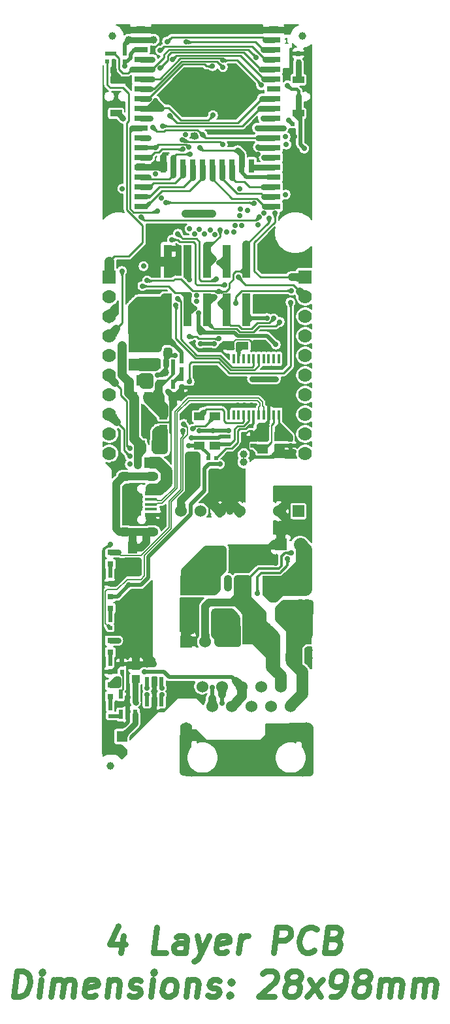
<source format=gbr>
G04 #@! TF.GenerationSoftware,KiCad,Pcbnew,5.1.6-c6e7f7d~87~ubuntu18.04.1*
G04 #@! TF.CreationDate,2022-05-31T16:19:01+03:00*
G04 #@! TF.ProjectId,ESP32-PoE-ISO_Rev_J,45535033-322d-4506-9f45-2d49534f5f52,J*
G04 #@! TF.SameCoordinates,Original*
G04 #@! TF.FileFunction,Copper,L1,Top*
G04 #@! TF.FilePolarity,Positive*
%FSLAX46Y46*%
G04 Gerber Fmt 4.6, Leading zero omitted, Abs format (unit mm)*
G04 Created by KiCad (PCBNEW 5.1.6-c6e7f7d~87~ubuntu18.04.1) date 2022-05-31 16:19:01*
%MOMM*%
%LPD*%
G01*
G04 APERTURE LIST*
G04 #@! TA.AperFunction,NonConductor*
%ADD10C,0.158750*%
G04 #@! TD*
G04 #@! TA.AperFunction,NonConductor*
%ADD11C,0.762000*%
G04 #@! TD*
G04 #@! TA.AperFunction,SMDPad,CuDef*
%ADD12R,1.500000X0.900000*%
G04 #@! TD*
G04 #@! TA.AperFunction,SMDPad,CuDef*
%ADD13R,3.000000X1.600000*%
G04 #@! TD*
G04 #@! TA.AperFunction,ComponentPad*
%ADD14C,1.524000*%
G04 #@! TD*
G04 #@! TA.AperFunction,ComponentPad*
%ADD15R,1.524000X1.524000*%
G04 #@! TD*
G04 #@! TA.AperFunction,SMDPad,CuDef*
%ADD16R,1.400000X1.200000*%
G04 #@! TD*
G04 #@! TA.AperFunction,SMDPad,CuDef*
%ADD17R,1.400000X1.000000*%
G04 #@! TD*
G04 #@! TA.AperFunction,SMDPad,CuDef*
%ADD18R,1.000000X1.400000*%
G04 #@! TD*
G04 #@! TA.AperFunction,SMDPad,CuDef*
%ADD19R,0.550000X0.500000*%
G04 #@! TD*
G04 #@! TA.AperFunction,SMDPad,CuDef*
%ADD20R,0.550000X1.200000*%
G04 #@! TD*
G04 #@! TA.AperFunction,SMDPad,CuDef*
%ADD21R,1.270000X1.524000*%
G04 #@! TD*
G04 #@! TA.AperFunction,SMDPad,CuDef*
%ADD22R,0.800000X0.800000*%
G04 #@! TD*
G04 #@! TA.AperFunction,SMDPad,CuDef*
%ADD23R,0.500000X0.550000*%
G04 #@! TD*
G04 #@! TA.AperFunction,ComponentPad*
%ADD24C,1.778000*%
G04 #@! TD*
G04 #@! TA.AperFunction,ComponentPad*
%ADD25R,1.778000X1.778000*%
G04 #@! TD*
G04 #@! TA.AperFunction,SMDPad,CuDef*
%ADD26R,1.016000X1.016000*%
G04 #@! TD*
G04 #@! TA.AperFunction,SMDPad,CuDef*
%ADD27R,0.325000X1.270000*%
G04 #@! TD*
G04 #@! TA.AperFunction,ConnectorPad*
%ADD28C,1.000000*%
G04 #@! TD*
G04 #@! TA.AperFunction,ComponentPad*
%ADD29R,0.400000X0.400000*%
G04 #@! TD*
G04 #@! TA.AperFunction,ComponentPad*
%ADD30R,1.422400X1.422400*%
G04 #@! TD*
G04 #@! TA.AperFunction,SMDPad,CuDef*
%ADD31R,3.200000X2.500000*%
G04 #@! TD*
G04 #@! TA.AperFunction,SMDPad,CuDef*
%ADD32R,1.000000X4.250000*%
G04 #@! TD*
G04 #@! TA.AperFunction,SMDPad,CuDef*
%ADD33R,1.650000X0.500000*%
G04 #@! TD*
G04 #@! TA.AperFunction,SMDPad,CuDef*
%ADD34R,1.650000X0.325000*%
G04 #@! TD*
G04 #@! TA.AperFunction,SMDPad,CuDef*
%ADD35R,1.000000X1.100000*%
G04 #@! TD*
G04 #@! TA.AperFunction,ComponentPad*
%ADD36O,1.800000X1.200000*%
G04 #@! TD*
G04 #@! TA.AperFunction,ComponentPad*
%ADD37O,1.600000X2.999999*%
G04 #@! TD*
G04 #@! TA.AperFunction,SMDPad,CuDef*
%ADD38R,2.000000X1.700000*%
G04 #@! TD*
G04 #@! TA.AperFunction,SMDPad,CuDef*
%ADD39R,1.524000X1.778000*%
G04 #@! TD*
G04 #@! TA.AperFunction,ComponentPad*
%ADD40C,1.800000*%
G04 #@! TD*
G04 #@! TA.AperFunction,SMDPad,CuDef*
%ADD41R,1.800000X0.800000*%
G04 #@! TD*
G04 #@! TA.AperFunction,SMDPad,CuDef*
%ADD42R,0.800000X1.800000*%
G04 #@! TD*
G04 #@! TA.AperFunction,SMDPad,CuDef*
%ADD43R,3.900000X3.900000*%
G04 #@! TD*
G04 #@! TA.AperFunction,ComponentPad*
%ADD44C,1.500000*%
G04 #@! TD*
G04 #@! TA.AperFunction,ViaPad*
%ADD45C,0.700000*%
G04 #@! TD*
G04 #@! TA.AperFunction,ComponentPad*
%ADD46R,1.400000X1.400000*%
G04 #@! TD*
G04 #@! TA.AperFunction,ComponentPad*
%ADD47C,1.400000*%
G04 #@! TD*
G04 #@! TA.AperFunction,ViaPad*
%ADD48C,1.000000*%
G04 #@! TD*
G04 #@! TA.AperFunction,ViaPad*
%ADD49C,0.900000*%
G04 #@! TD*
G04 #@! TA.AperFunction,Conductor*
%ADD50C,1.270000*%
G04 #@! TD*
G04 #@! TA.AperFunction,Conductor*
%ADD51C,1.219200*%
G04 #@! TD*
G04 #@! TA.AperFunction,Conductor*
%ADD52C,1.016000*%
G04 #@! TD*
G04 #@! TA.AperFunction,Conductor*
%ADD53C,0.762000*%
G04 #@! TD*
G04 #@! TA.AperFunction,Conductor*
%ADD54C,0.254000*%
G04 #@! TD*
G04 #@! TA.AperFunction,Conductor*
%ADD55C,0.508000*%
G04 #@! TD*
G04 #@! TA.AperFunction,Conductor*
%ADD56C,0.609600*%
G04 #@! TD*
G04 #@! TA.AperFunction,Conductor*
%ADD57C,0.330200*%
G04 #@! TD*
G04 #@! TA.AperFunction,Conductor*
%ADD58C,0.406400*%
G04 #@! TD*
G04 #@! TA.AperFunction,Conductor*
%ADD59C,0.203200*%
G04 #@! TD*
G04 #@! TA.AperFunction,Conductor*
%ADD60C,0.965200*%
G04 #@! TD*
G04 #@! TA.AperFunction,Conductor*
%ADD61C,0.711200*%
G04 #@! TD*
G04 #@! TA.AperFunction,Conductor*
%ADD62C,1.524000*%
G04 #@! TD*
G04 #@! TA.AperFunction,Conductor*
%ADD63C,0.355600*%
G04 #@! TD*
G04 #@! TA.AperFunction,Conductor*
%ADD64C,0.127000*%
G04 #@! TD*
G04 #@! TA.AperFunction,Conductor*
%ADD65C,0.152400*%
G04 #@! TD*
G04 #@! TA.AperFunction,Conductor*
%ADD66C,0.157480*%
G04 #@! TD*
G04 #@! TA.AperFunction,Conductor*
%ADD67C,1.778000*%
G04 #@! TD*
G04 #@! TA.AperFunction,Conductor*
%ADD68C,0.025400*%
G04 #@! TD*
G04 APERTURE END LIST*
D10*
X114608428Y-92870261D02*
X114245571Y-92870261D01*
X114427000Y-92870261D02*
X114427000Y-92235261D01*
X114366523Y-92325976D01*
X114306047Y-92386452D01*
X114245571Y-92416690D01*
D11*
X93238108Y-208524928D02*
X92962941Y-210726261D01*
X92609155Y-207267023D02*
X91528144Y-209625595D01*
X93572239Y-209625595D01*
X98780751Y-210726261D02*
X97208370Y-210726261D01*
X97621120Y-207424261D01*
X101296560Y-210726261D02*
X101512763Y-208996642D01*
X101394834Y-208682166D01*
X101100013Y-208524928D01*
X100471060Y-208524928D01*
X100136929Y-208682166D01*
X101316215Y-210569023D02*
X100982084Y-210726261D01*
X100195894Y-210726261D01*
X99901072Y-210569023D01*
X99783144Y-210254547D01*
X99822453Y-209940071D01*
X100019001Y-209625595D01*
X100353132Y-209468357D01*
X101139322Y-209468357D01*
X101473453Y-209311119D01*
X102829632Y-208524928D02*
X103340655Y-210726261D01*
X104402013Y-208524928D02*
X103340655Y-210726261D01*
X102927905Y-211512452D01*
X102751013Y-211669690D01*
X102416882Y-211826928D01*
X106662310Y-210569023D02*
X106328179Y-210726261D01*
X105699227Y-210726261D01*
X105404405Y-210569023D01*
X105286477Y-210254547D01*
X105443715Y-208996642D01*
X105640263Y-208682166D01*
X105974394Y-208524928D01*
X106603346Y-208524928D01*
X106898167Y-208682166D01*
X107016096Y-208996642D01*
X106976786Y-209311119D01*
X105365096Y-209625595D01*
X108215036Y-210726261D02*
X108490203Y-208524928D01*
X108411584Y-209153880D02*
X108608132Y-208839404D01*
X108785025Y-208682166D01*
X109119155Y-208524928D01*
X109433632Y-208524928D01*
X112774941Y-210726261D02*
X113187691Y-207424261D01*
X114445596Y-207424261D01*
X114740417Y-207581500D01*
X114878001Y-207738738D01*
X114995929Y-208053214D01*
X114936965Y-208524928D01*
X114740417Y-208839404D01*
X114563525Y-208996642D01*
X114229394Y-209153880D01*
X112971489Y-209153880D01*
X118003108Y-210411785D02*
X117826215Y-210569023D01*
X117334846Y-210726261D01*
X117020370Y-210726261D01*
X116568310Y-210569023D01*
X116293144Y-210254547D01*
X116175215Y-209940071D01*
X116096596Y-209311119D01*
X116155560Y-208839404D01*
X116391417Y-208210452D01*
X116587965Y-207895976D01*
X116941751Y-207581500D01*
X117433120Y-207424261D01*
X117747596Y-207424261D01*
X118199655Y-207581500D01*
X118337239Y-207738738D01*
X120695810Y-208996642D02*
X121147870Y-209153880D01*
X121285453Y-209311119D01*
X121403382Y-209625595D01*
X121344417Y-210097309D01*
X121147870Y-210411785D01*
X120970977Y-210569023D01*
X120636846Y-210726261D01*
X119378941Y-210726261D01*
X119791691Y-207424261D01*
X120892358Y-207424261D01*
X121187179Y-207581500D01*
X121324763Y-207738738D01*
X121442691Y-208053214D01*
X121403382Y-208367690D01*
X121206834Y-208682166D01*
X121029941Y-208839404D01*
X120695810Y-208996642D01*
X119595144Y-208996642D01*
X79047370Y-216441261D02*
X79460120Y-213139261D01*
X80246310Y-213139261D01*
X80698370Y-213296500D01*
X80973536Y-213610976D01*
X81091465Y-213925452D01*
X81170084Y-214554404D01*
X81111120Y-215026119D01*
X80875263Y-215655071D01*
X80678715Y-215969547D01*
X80324929Y-216284023D01*
X79833560Y-216441261D01*
X79047370Y-216441261D01*
X82349370Y-216441261D02*
X82624536Y-214239928D01*
X82762120Y-213139261D02*
X82585227Y-213296500D01*
X82722810Y-213453738D01*
X82899703Y-213296500D01*
X82762120Y-213139261D01*
X82722810Y-213453738D01*
X83921751Y-216441261D02*
X84196917Y-214239928D01*
X84157608Y-214554404D02*
X84334501Y-214397166D01*
X84668632Y-214239928D01*
X85140346Y-214239928D01*
X85435167Y-214397166D01*
X85553096Y-214711642D01*
X85336894Y-216441261D01*
X85553096Y-214711642D02*
X85749644Y-214397166D01*
X86083775Y-214239928D01*
X86555489Y-214239928D01*
X86850310Y-214397166D01*
X86968239Y-214711642D01*
X86752036Y-216441261D01*
X89601977Y-216284023D02*
X89267846Y-216441261D01*
X88638894Y-216441261D01*
X88344072Y-216284023D01*
X88226144Y-215969547D01*
X88383382Y-214711642D01*
X88579929Y-214397166D01*
X88914060Y-214239928D01*
X89543013Y-214239928D01*
X89837834Y-214397166D01*
X89955763Y-214711642D01*
X89916453Y-215026119D01*
X88304763Y-215340595D01*
X91429870Y-214239928D02*
X91154703Y-216441261D01*
X91390560Y-214554404D02*
X91567453Y-214397166D01*
X91901584Y-214239928D01*
X92373298Y-214239928D01*
X92668120Y-214397166D01*
X92786048Y-214711642D01*
X92569846Y-216441261D01*
X94004644Y-216284023D02*
X94299465Y-216441261D01*
X94928417Y-216441261D01*
X95262548Y-216284023D01*
X95459096Y-215969547D01*
X95478751Y-215812309D01*
X95360822Y-215497833D01*
X95066001Y-215340595D01*
X94594286Y-215340595D01*
X94299465Y-215183357D01*
X94181536Y-214868880D01*
X94201191Y-214711642D01*
X94397739Y-214397166D01*
X94731870Y-214239928D01*
X95203584Y-214239928D01*
X95498405Y-214397166D01*
X96815275Y-216441261D02*
X97090441Y-214239928D01*
X97228025Y-213139261D02*
X97051132Y-213296500D01*
X97188715Y-213453738D01*
X97365608Y-213296500D01*
X97228025Y-213139261D01*
X97188715Y-213453738D01*
X98859370Y-216441261D02*
X98564548Y-216284023D01*
X98426965Y-216126785D01*
X98309036Y-215812309D01*
X98426965Y-214868880D01*
X98623513Y-214554404D01*
X98800405Y-214397166D01*
X99134536Y-214239928D01*
X99606251Y-214239928D01*
X99901072Y-214397166D01*
X100038655Y-214554404D01*
X100156584Y-214868880D01*
X100038655Y-215812309D01*
X99842108Y-216126785D01*
X99665215Y-216284023D01*
X99331084Y-216441261D01*
X98859370Y-216441261D01*
X101650346Y-214239928D02*
X101375179Y-216441261D01*
X101611036Y-214554404D02*
X101787929Y-214397166D01*
X102122060Y-214239928D01*
X102593775Y-214239928D01*
X102888596Y-214397166D01*
X103006525Y-214711642D01*
X102790322Y-216441261D01*
X104225120Y-216284023D02*
X104519941Y-216441261D01*
X105148894Y-216441261D01*
X105483025Y-216284023D01*
X105679572Y-215969547D01*
X105699227Y-215812309D01*
X105581298Y-215497833D01*
X105286477Y-215340595D01*
X104814763Y-215340595D01*
X104519941Y-215183357D01*
X104402013Y-214868880D01*
X104421667Y-214711642D01*
X104618215Y-214397166D01*
X104952346Y-214239928D01*
X105424060Y-214239928D01*
X105718882Y-214397166D01*
X107075060Y-216126785D02*
X107212644Y-216284023D01*
X107035751Y-216441261D01*
X106898167Y-216284023D01*
X107075060Y-216126785D01*
X107035751Y-216441261D01*
X107291263Y-214397166D02*
X107428846Y-214554404D01*
X107251953Y-214711642D01*
X107114370Y-214554404D01*
X107291263Y-214397166D01*
X107251953Y-214711642D01*
X111340144Y-213453738D02*
X111517036Y-213296500D01*
X111851167Y-213139261D01*
X112637358Y-213139261D01*
X112932179Y-213296500D01*
X113069763Y-213453738D01*
X113187691Y-213768214D01*
X113148382Y-214082690D01*
X112932179Y-214554404D01*
X110809465Y-216441261D01*
X112853560Y-216441261D01*
X114976275Y-214554404D02*
X114681453Y-214397166D01*
X114543870Y-214239928D01*
X114425941Y-213925452D01*
X114445596Y-213768214D01*
X114642144Y-213453738D01*
X114819036Y-213296500D01*
X115153167Y-213139261D01*
X115782120Y-213139261D01*
X116076941Y-213296500D01*
X116214525Y-213453738D01*
X116332453Y-213768214D01*
X116312798Y-213925452D01*
X116116251Y-214239928D01*
X115939358Y-214397166D01*
X115605227Y-214554404D01*
X114976275Y-214554404D01*
X114642144Y-214711642D01*
X114465251Y-214868880D01*
X114268703Y-215183357D01*
X114190084Y-215812309D01*
X114308013Y-216126785D01*
X114445596Y-216284023D01*
X114740417Y-216441261D01*
X115369370Y-216441261D01*
X115703501Y-216284023D01*
X115880394Y-216126785D01*
X116076941Y-215812309D01*
X116155560Y-215183357D01*
X116037632Y-214868880D01*
X115900048Y-214711642D01*
X115605227Y-214554404D01*
X117098989Y-216441261D02*
X119103775Y-214239928D01*
X117374155Y-214239928D02*
X118828608Y-216441261D01*
X120243751Y-216441261D02*
X120872703Y-216441261D01*
X121206834Y-216284023D01*
X121383727Y-216126785D01*
X121757167Y-215655071D01*
X121993025Y-215026119D01*
X122150263Y-213768214D01*
X122032334Y-213453738D01*
X121894751Y-213296500D01*
X121599929Y-213139261D01*
X120970977Y-213139261D01*
X120636846Y-213296500D01*
X120459953Y-213453738D01*
X120263405Y-213768214D01*
X120165132Y-214554404D01*
X120283060Y-214868880D01*
X120420644Y-215026119D01*
X120715465Y-215183357D01*
X121344417Y-215183357D01*
X121678548Y-215026119D01*
X121855441Y-214868880D01*
X122051989Y-214554404D01*
X123938846Y-214554404D02*
X123644025Y-214397166D01*
X123506441Y-214239928D01*
X123388513Y-213925452D01*
X123408167Y-213768214D01*
X123604715Y-213453738D01*
X123781608Y-213296500D01*
X124115739Y-213139261D01*
X124744691Y-213139261D01*
X125039513Y-213296500D01*
X125177096Y-213453738D01*
X125295025Y-213768214D01*
X125275370Y-213925452D01*
X125078822Y-214239928D01*
X124901929Y-214397166D01*
X124567798Y-214554404D01*
X123938846Y-214554404D01*
X123604715Y-214711642D01*
X123427822Y-214868880D01*
X123231275Y-215183357D01*
X123152655Y-215812309D01*
X123270584Y-216126785D01*
X123408167Y-216284023D01*
X123702989Y-216441261D01*
X124331941Y-216441261D01*
X124666072Y-216284023D01*
X124842965Y-216126785D01*
X125039513Y-215812309D01*
X125118132Y-215183357D01*
X125000203Y-214868880D01*
X124862620Y-214711642D01*
X124567798Y-214554404D01*
X126376036Y-216441261D02*
X126651203Y-214239928D01*
X126611894Y-214554404D02*
X126788786Y-214397166D01*
X127122917Y-214239928D01*
X127594632Y-214239928D01*
X127889453Y-214397166D01*
X128007382Y-214711642D01*
X127791179Y-216441261D01*
X128007382Y-214711642D02*
X128203929Y-214397166D01*
X128538060Y-214239928D01*
X129009774Y-214239928D01*
X129304596Y-214397166D01*
X129422525Y-214711642D01*
X129206322Y-216441261D01*
X130778703Y-216441261D02*
X131053870Y-214239928D01*
X131014560Y-214554404D02*
X131191453Y-214397166D01*
X131525584Y-214239928D01*
X131997298Y-214239928D01*
X132292120Y-214397166D01*
X132410048Y-214711642D01*
X132193846Y-216441261D01*
X132410048Y-214711642D02*
X132606596Y-214397166D01*
X132940727Y-214239928D01*
X133412441Y-214239928D01*
X133707263Y-214397166D01*
X133825191Y-214711642D01*
X133608989Y-216441261D01*
D12*
X115959000Y-101999000D03*
X115959000Y-97645000D03*
X92321000Y-101999000D03*
X92321000Y-97645000D03*
D13*
X95377000Y-132150000D03*
X95377000Y-134550000D03*
D14*
X113411000Y-153543000D03*
D15*
X115951000Y-153543000D03*
D14*
X108331000Y-153543000D03*
X105791000Y-153543000D03*
X100711000Y-153543000D03*
X103251000Y-153543000D03*
D16*
X111338000Y-143853000D03*
X113538000Y-145453000D03*
X113538000Y-143853000D03*
X111338000Y-145453000D03*
D14*
X103866000Y-170434000D03*
D15*
X101366000Y-170434000D03*
D17*
X105156000Y-145029000D03*
X105156000Y-141229000D03*
X103124000Y-145029000D03*
X103124000Y-141229000D03*
D18*
X94620000Y-140970000D03*
X98420000Y-140970000D03*
X98420000Y-143002000D03*
X94620000Y-143002000D03*
D19*
X92075000Y-95250000D03*
X92075000Y-94234000D03*
X91186000Y-94234000D03*
X91186000Y-95250000D03*
X93091000Y-173355000D03*
X93091000Y-174371000D03*
D20*
X92903000Y-179862000D03*
X93853000Y-179862000D03*
X94803000Y-179862000D03*
X92903000Y-177262000D03*
X94803000Y-177262000D03*
D21*
X94488000Y-158242000D03*
X94488000Y-160274000D03*
D22*
X91567000Y-164592000D03*
X91567000Y-166116000D03*
X91567000Y-160401000D03*
X91567000Y-158877000D03*
D19*
X97155000Y-173355000D03*
X97155000Y-174371000D03*
X100838000Y-137414000D03*
X100838000Y-136398000D03*
X100838000Y-134112000D03*
X100838000Y-135128000D03*
X91567000Y-174371000D03*
X91567000Y-173355000D03*
X91567000Y-162941000D03*
X91567000Y-161925000D03*
X91567000Y-168656000D03*
X91567000Y-167640000D03*
X91567000Y-180086000D03*
X91567000Y-179070000D03*
D23*
X104267000Y-146685000D03*
X105283000Y-146685000D03*
X110871000Y-142494000D03*
X109855000Y-142494000D03*
D24*
X116840000Y-146080000D03*
X116840000Y-143540000D03*
X116840000Y-138460000D03*
X116840000Y-141000000D03*
X116840000Y-135920000D03*
X116840000Y-133380000D03*
D25*
X116840000Y-123220000D03*
D24*
X116840000Y-125760000D03*
X116840000Y-128300000D03*
X116840000Y-130840000D03*
X91440000Y-130840000D03*
X91440000Y-128300000D03*
X91440000Y-125760000D03*
D25*
X91440000Y-123220000D03*
D24*
X91440000Y-133380000D03*
X91440000Y-135920000D03*
X91440000Y-141000000D03*
X91440000Y-138460000D03*
X91440000Y-143540000D03*
X91440000Y-146080000D03*
D26*
X99695000Y-138684000D03*
X97917000Y-138684000D03*
X94869000Y-173482000D03*
X94869000Y-175260000D03*
D20*
X99756000Y-134463000D03*
X98806000Y-134463000D03*
X97856000Y-134463000D03*
X99756000Y-137063000D03*
X97856000Y-137063000D03*
D27*
X107565000Y-141033500D03*
X108215000Y-141033500D03*
X108865000Y-141033500D03*
X109515000Y-141033500D03*
X110165000Y-141033500D03*
X110815000Y-141033500D03*
X111465000Y-141033500D03*
X112115000Y-141033500D03*
X112765000Y-141033500D03*
X113415000Y-141033500D03*
X113415000Y-133794500D03*
X112765000Y-133794500D03*
X112115000Y-133794500D03*
X111465000Y-133794500D03*
X110815000Y-133794500D03*
X110165000Y-133794500D03*
X109515000Y-133794500D03*
X108865000Y-133794500D03*
X108215000Y-133794500D03*
X107565000Y-133794500D03*
D28*
X91567000Y-186563000D03*
X116459000Y-92000000D03*
X91821000Y-92000000D03*
D22*
X91567000Y-171831000D03*
X91567000Y-170307000D03*
D26*
X99060000Y-132969000D03*
X99060000Y-131191000D03*
D22*
X91567000Y-177546000D03*
X91567000Y-176022000D03*
D26*
X107188000Y-132080000D03*
X108966000Y-132080000D03*
D18*
X94554040Y-138775440D03*
X96456500Y-138775440D03*
X95501460Y-136565640D03*
X97469960Y-145069560D03*
X95567500Y-145069560D03*
X96522540Y-147279360D03*
D19*
X115951000Y-94234000D03*
X115951000Y-95250000D03*
X114935000Y-145034000D03*
X114935000Y-144018000D03*
D29*
X106710000Y-137406000D03*
X106710000Y-136406000D03*
X105910000Y-135606000D03*
X104910000Y-135606000D03*
X104110000Y-136406000D03*
X104110000Y-137406000D03*
X104910000Y-138206000D03*
X105910000Y-138206000D03*
D30*
X105410000Y-136906000D03*
D19*
X109982000Y-144018000D03*
X109982000Y-145034000D03*
X93472000Y-95250000D03*
X93472000Y-94234000D03*
D31*
X112919000Y-163195000D03*
X102219000Y-163195000D03*
D19*
X106934000Y-144907000D03*
X106934000Y-143891000D03*
D32*
X99060000Y-127458000D03*
X99060000Y-121208000D03*
X101600000Y-127458000D03*
X101600000Y-121208000D03*
X104140000Y-127458000D03*
X104140000Y-121208000D03*
X106680000Y-127458000D03*
X106680000Y-121208000D03*
X109220000Y-127458000D03*
X109220000Y-121208000D03*
D33*
X96876000Y-151266500D03*
D34*
X96876000Y-152004000D03*
X96876000Y-152654000D03*
X96876000Y-153304000D03*
D33*
X96876000Y-154041500D03*
D35*
X92326000Y-151154000D03*
X92326000Y-154154000D03*
D36*
X93476000Y-149054000D03*
X96946000Y-149054000D03*
X96946000Y-156254000D03*
X93476000Y-156254000D03*
D20*
X96332000Y-178211000D03*
X97282000Y-178211000D03*
X98232000Y-178211000D03*
X96332000Y-175611000D03*
X98232000Y-175611000D03*
D37*
X117000000Y-182393000D03*
X101400000Y-182393000D03*
D14*
X114915000Y-178793000D03*
X113645000Y-176253000D03*
X112375000Y-178793000D03*
X111105000Y-176253000D03*
X109835000Y-178793000D03*
X108565000Y-176253000D03*
X107295000Y-178793000D03*
X106025000Y-176253000D03*
X104755000Y-178793000D03*
X103485000Y-176253000D03*
X116185000Y-157861000D03*
D15*
X113685000Y-157861000D03*
D38*
X116673000Y-169926000D03*
X111673000Y-169926000D03*
D39*
X106680000Y-169926000D03*
X109474000Y-169926000D03*
D40*
X107442000Y-167646000D03*
D26*
X114808000Y-172466000D03*
X113030000Y-172466000D03*
D41*
X112740000Y-112771000D03*
X112740000Y-111501000D03*
X112740000Y-110231000D03*
X112740000Y-108961000D03*
X112740000Y-114041000D03*
X95540000Y-114041000D03*
X95540000Y-108961000D03*
X95540000Y-110231000D03*
X95540000Y-111501000D03*
X95540000Y-112771000D03*
X95540000Y-91181000D03*
X95540000Y-92451000D03*
X95540000Y-93721000D03*
X95540000Y-94991000D03*
X95540000Y-96261000D03*
X95540000Y-97531000D03*
X95540000Y-98801000D03*
X95540000Y-100071000D03*
X95540000Y-101341000D03*
X95540000Y-102611000D03*
X95540000Y-103881000D03*
X95540000Y-105151000D03*
X95540000Y-106421000D03*
X95540000Y-107691000D03*
D42*
X98425000Y-108841000D03*
X99695000Y-108841000D03*
X100965000Y-108841000D03*
X102235000Y-108841000D03*
X103505000Y-108841000D03*
X104775000Y-108841000D03*
X106045000Y-108841000D03*
X107315000Y-108841000D03*
X108585000Y-108841000D03*
X109855000Y-108841000D03*
D41*
X112740000Y-107691000D03*
X112740000Y-106421000D03*
X112740000Y-105151000D03*
X112740000Y-103881000D03*
X112740000Y-102611000D03*
X112740000Y-101341000D03*
X112740000Y-100071000D03*
X112740000Y-98801000D03*
X112740000Y-97531000D03*
X112740000Y-96261000D03*
X112740000Y-94991000D03*
X112740000Y-93721000D03*
X112740000Y-92451000D03*
X112740000Y-91181000D03*
D43*
X102640000Y-98981000D03*
D44*
X102640000Y-98981000D03*
D45*
X101940000Y-97581000D03*
X103340000Y-97581000D03*
X104040000Y-98281000D03*
X104040000Y-99681000D03*
X103340000Y-100381000D03*
X101940000Y-100381000D03*
X101240000Y-99681000D03*
X101240000Y-98281000D03*
D23*
X115189000Y-103378000D03*
X116205000Y-103378000D03*
D46*
X93070680Y-182740300D03*
D47*
X93073220Y-184769760D03*
D48*
X93091000Y-132080000D03*
X95123000Y-147574000D03*
D45*
X92583000Y-176022000D03*
X92583000Y-175260000D03*
X92583000Y-170307000D03*
X94869000Y-178308000D03*
X94803014Y-176214986D03*
X91821000Y-147447000D03*
X99949000Y-133350000D03*
X97663000Y-135890000D03*
D49*
X106680000Y-146621500D03*
D48*
X107569000Y-147193000D03*
D45*
X117348000Y-94234000D03*
X108966000Y-139785743D03*
X108077000Y-139785743D03*
X109855000Y-139785743D03*
X99060000Y-138049000D03*
D48*
X98679000Y-135572500D03*
D45*
X95250000Y-161480500D03*
X101854000Y-141859000D03*
X110109000Y-131826000D03*
X114173000Y-140208000D03*
X114173000Y-138176000D03*
X115316000Y-145796000D03*
D48*
X111760000Y-142494000D03*
D45*
X91567000Y-157797496D03*
X93599000Y-160655000D03*
D48*
X96520000Y-163957000D03*
X95504000Y-170053000D03*
X95504000Y-169037000D03*
X96520000Y-170053000D03*
X96520000Y-169037000D03*
X96520000Y-171196000D03*
D45*
X93599000Y-159893000D03*
X93599000Y-161480500D03*
X94424500Y-161480500D03*
X98171000Y-154051000D03*
X98171000Y-154813000D03*
X97409000Y-154813000D03*
X96647000Y-154813000D03*
X91186000Y-184150000D03*
X93853000Y-177673000D03*
X92964000Y-178562000D03*
X93853000Y-178562000D03*
D48*
X96520000Y-168021000D03*
X95504000Y-168021000D03*
X95504000Y-167005000D03*
X95504000Y-165989000D03*
X95504000Y-164973000D03*
X96520000Y-164973000D03*
X106553000Y-150749000D03*
X106553000Y-151892000D03*
D45*
X105664000Y-150749000D03*
D48*
X107061000Y-153543000D03*
D45*
X96774000Y-179451000D03*
X106299000Y-131826000D03*
X101340570Y-141256510D03*
X92075000Y-96393000D03*
D48*
X93853000Y-91186000D03*
X110490000Y-91181000D03*
X114427000Y-91186000D03*
X107950000Y-91181000D03*
X105410000Y-91181000D03*
X102870000Y-91181000D03*
X100330000Y-91181000D03*
X97790000Y-91181000D03*
D45*
X99949000Y-119507000D03*
X97663000Y-108966000D03*
X99949000Y-122397010D03*
X109474000Y-103886000D03*
X115443000Y-105029000D03*
D48*
X102498537Y-104904645D03*
D45*
X91694000Y-100711000D03*
X110737084Y-107276396D03*
X94023642Y-98127364D03*
X117348000Y-96520000D03*
X117348000Y-99060000D03*
X117348000Y-101981000D03*
X117348000Y-103505000D03*
X95884997Y-180721003D03*
X116713000Y-121539000D03*
X117348000Y-120650000D03*
X90932000Y-113665000D03*
X90932000Y-114935000D03*
X90932000Y-111125000D03*
X90932000Y-108585000D03*
X90932000Y-106045000D03*
X90932000Y-103505000D03*
X90932000Y-100711000D03*
X90932000Y-109855000D03*
X90932000Y-112395000D03*
X90932000Y-107315000D03*
X90932000Y-104775000D03*
X90932000Y-102235000D03*
X117348000Y-95250000D03*
X117348000Y-97790000D03*
X117348000Y-100584000D03*
D48*
X96647000Y-137160000D03*
X96647000Y-136144000D03*
D45*
X106172000Y-95123000D03*
X111125000Y-98349688D03*
X108473816Y-114426558D03*
X116713000Y-106553000D03*
X114554000Y-98361500D03*
X94107000Y-147447000D03*
X102743000Y-126365000D03*
X102743000Y-125603000D03*
X97028000Y-130937000D03*
X97028000Y-129921000D03*
D48*
X97790000Y-132461000D03*
X97790000Y-131445000D03*
X97790000Y-130429000D03*
X97790000Y-129413000D03*
X108839000Y-147193000D03*
X108839000Y-146177000D03*
X93980000Y-92456000D03*
X97155000Y-92456000D03*
X104828205Y-115004027D03*
D45*
X114681000Y-102870000D03*
D48*
X97790000Y-128397000D03*
D45*
X97028000Y-128905000D03*
D48*
X101351221Y-115004129D03*
D45*
X104902000Y-143129000D03*
X105791000Y-147447000D03*
X93980000Y-163067994D03*
X103091479Y-143129000D03*
X106934000Y-143129000D03*
X95979490Y-174371000D03*
X101727000Y-145034000D03*
X94107000Y-146431000D03*
X98016923Y-96157588D03*
X93472000Y-95885000D03*
X93218000Y-102616000D03*
X93091000Y-122428000D03*
X96774000Y-102611000D03*
X103759000Y-117602000D03*
X99267901Y-102281101D03*
X97663000Y-114681000D03*
X102235000Y-142875000D03*
X94107000Y-145415000D03*
X98044000Y-93853000D03*
X104521000Y-117094000D03*
X101442065Y-92740935D03*
X99665224Y-94982570D03*
X103095155Y-116995845D03*
X105332150Y-123474968D03*
X108204000Y-123190000D03*
X100330000Y-117602000D03*
X97022988Y-94991000D03*
X102489000Y-117602000D03*
X98933000Y-92710000D03*
X106410622Y-124236990D03*
X99568000Y-118364000D03*
X96520000Y-105188112D03*
X115062000Y-124968000D03*
X102480368Y-127243213D03*
X107823000Y-126619000D03*
X95734918Y-124370313D03*
X110744000Y-106360987D03*
X111483610Y-114897258D03*
X111506000Y-108966000D03*
X95885000Y-121793000D03*
X105664000Y-121377962D03*
X97409004Y-109855000D03*
X105791000Y-117093996D03*
X105001995Y-120804005D03*
X101917500Y-107251500D03*
X111887000Y-128523990D03*
X106680000Y-117348000D03*
X97409000Y-106426000D03*
X101735871Y-106380069D03*
X112747155Y-128552845D03*
X105791000Y-126619000D03*
X108077000Y-106807000D03*
X107569000Y-117348000D03*
X103197882Y-106426000D03*
X105029000Y-125730000D03*
X113538000Y-129032000D03*
X103535990Y-104775000D03*
X107725201Y-116522765D03*
X97106584Y-103822506D03*
X101854000Y-116967000D03*
X98331845Y-103631997D03*
X97536000Y-147279360D03*
X98044000Y-148082000D03*
X98552000Y-147447000D03*
X102108000Y-144018000D03*
X108204000Y-132715000D03*
X108204000Y-131953000D03*
X106172000Y-106045000D03*
X100918728Y-105439478D03*
X114300000Y-105029000D03*
X101351642Y-104734826D03*
D48*
X102108000Y-167005000D03*
X102108000Y-165989000D03*
X117284500Y-171577000D03*
X117284500Y-172593000D03*
D45*
X113030000Y-159512000D03*
X109855000Y-158496000D03*
D48*
X108839000Y-158496000D03*
X108839000Y-160782000D03*
X108839000Y-159639000D03*
D45*
X109855000Y-159258000D03*
X109855000Y-160020000D03*
X109855000Y-160782000D03*
D48*
X107696000Y-159639000D03*
X107696000Y-160782000D03*
X107696000Y-158496000D03*
D45*
X101092000Y-167767000D03*
X101092000Y-168529000D03*
X101092000Y-169291000D03*
D48*
X102108000Y-168021000D03*
X102108000Y-169037000D03*
D45*
X113030000Y-160254190D03*
D48*
X102489000Y-150368000D03*
X101727000Y-151130000D03*
X102743000Y-146304000D03*
X101727000Y-146304000D03*
X101727000Y-147447000D03*
X98552000Y-145669000D03*
X98552000Y-144526000D03*
D45*
X108077000Y-165735000D03*
D48*
X108077000Y-163449000D03*
X108077000Y-162306000D03*
D45*
X115011196Y-158927796D03*
X113030000Y-173482000D03*
D48*
X111887000Y-168529000D03*
X111887000Y-171323000D03*
D45*
X113284000Y-167195500D03*
X113284000Y-166370000D03*
X113792000Y-165608000D03*
X113665000Y-167894000D03*
X114681000Y-165354000D03*
X115697000Y-165354000D03*
X115189000Y-173450250D03*
X104879966Y-102235006D03*
X108340480Y-115242751D03*
X97408988Y-100330000D03*
X104824902Y-95877377D03*
X108615968Y-116559331D03*
X112903000Y-114935000D03*
X110488013Y-94743983D03*
X101790500Y-123571000D03*
X100330005Y-125984000D03*
X98824640Y-113531177D03*
X110252304Y-113679903D03*
X100076000Y-126873000D03*
X114300000Y-112522000D03*
X98220630Y-112945570D03*
X113030000Y-131953000D03*
X113030000Y-136398000D03*
X102997000Y-127889000D03*
X103250997Y-130428997D03*
X105029000Y-131826000D03*
X103251000Y-131826000D03*
X109981990Y-136398000D03*
X114396010Y-106045000D03*
X111506000Y-107696000D03*
X95529400Y-115412010D03*
X110856314Y-115436190D03*
X105664000Y-125095000D03*
X96361993Y-123666999D03*
X111379000Y-102616000D03*
X112141000Y-115570000D03*
X96774000Y-98806000D03*
X106172000Y-96012000D03*
X109378372Y-114532519D03*
X105664000Y-131191000D03*
X101854000Y-130937000D03*
X101854000Y-136779000D03*
X114935000Y-126492000D03*
X110617000Y-103886000D03*
X114046000Y-103886000D03*
X110744000Y-116459000D03*
X105132644Y-117721516D03*
X100953289Y-106647490D03*
X100965006Y-143129000D03*
X98234500Y-177293513D03*
X104775000Y-176402960D03*
X98234500Y-176466500D03*
X106044996Y-178435000D03*
X96329499Y-177294710D03*
X96330699Y-176467699D03*
D48*
X114935000Y-181483000D03*
X102870000Y-182880000D03*
X114935000Y-182880000D03*
X113538000Y-182880000D03*
X112395000Y-185420000D03*
X111125000Y-184150000D03*
X109855000Y-185420000D03*
X117387990Y-185420000D03*
X117387990Y-187387990D03*
X111125000Y-186690000D03*
X108585000Y-186690000D03*
X108585000Y-184150000D03*
X107315000Y-185420000D03*
X106045000Y-186690000D03*
X106045000Y-184150000D03*
X101092000Y-187325000D03*
X101092000Y-185420000D03*
D45*
X101092000Y-142240000D03*
X93121979Y-111760000D03*
X108363502Y-111756863D03*
D48*
X102743000Y-161417000D03*
X102743000Y-160020000D03*
X104521000Y-162179000D03*
X104521000Y-163322000D03*
X106045000Y-158877000D03*
X106045000Y-160020000D03*
X106045000Y-161163000D03*
X101473000Y-161417000D03*
D45*
X114565912Y-159674791D03*
X110617000Y-164211000D03*
D48*
X112903000Y-164846000D03*
X105156000Y-166624000D03*
X105156000Y-167640000D03*
X105156000Y-168656000D03*
X106807000Y-163449000D03*
X106807000Y-162306000D03*
D50*
X94554040Y-138775440D02*
X93980000Y-138201400D01*
X93980000Y-138201400D02*
X93980000Y-136779000D01*
D51*
X93091000Y-135890000D02*
X93091000Y-132080000D01*
X93980000Y-136779000D02*
X93091000Y-135890000D01*
D52*
X95123000Y-146304000D02*
X95123000Y-147574000D01*
X95758000Y-145669000D02*
X95758000Y-145161000D01*
X95123000Y-146304000D02*
X95758000Y-145669000D01*
X95123000Y-145514060D02*
X95123000Y-146304000D01*
X95123000Y-146304000D02*
X95123000Y-144653000D01*
X95567500Y-145069560D02*
X95123000Y-145514060D01*
D50*
X94615000Y-144117060D02*
X94615000Y-143002000D01*
X95567500Y-145069560D02*
X94615000Y-144117060D01*
X94615000Y-138836400D02*
X94615000Y-140970000D01*
X94620000Y-140970000D02*
X94620000Y-142245000D01*
X94620000Y-143002000D02*
X94620000Y-142245000D01*
D53*
X92583000Y-170307000D02*
X91567000Y-170307000D01*
X92583000Y-176022017D02*
X92583000Y-175260000D01*
X91567000Y-176022000D02*
X92583000Y-176022000D01*
X92329000Y-175260000D02*
X91567000Y-176022000D01*
X92583000Y-175260000D02*
X92329000Y-175260000D01*
X94803000Y-176215000D02*
X94803014Y-176214986D01*
X94803000Y-177262000D02*
X94803000Y-176215000D01*
X94803014Y-176214986D02*
X94803014Y-175325986D01*
X94803014Y-175325986D02*
X94869000Y-175260000D01*
X94803000Y-178242000D02*
X94869000Y-178308000D01*
X94803000Y-177262000D02*
X94803000Y-178242000D01*
D50*
X91440000Y-123220000D02*
X91440000Y-121158000D01*
D54*
X93725989Y-114490489D02*
X93725989Y-103251011D01*
X95758000Y-116522500D02*
X93725989Y-114490489D01*
X95758000Y-118745000D02*
X95758000Y-116522500D01*
X91567000Y-98679000D02*
X91186000Y-98298000D01*
X93980000Y-120523000D02*
X95758000Y-118745000D01*
X93980000Y-99441000D02*
X93218000Y-98679000D01*
X91440000Y-121158000D02*
X92075000Y-120523000D01*
X92075000Y-120523000D02*
X93980000Y-120523000D01*
X93725989Y-103251011D02*
X93980000Y-102997000D01*
X93980000Y-102997000D02*
X93980000Y-99441000D01*
X93218000Y-98679000D02*
X91567000Y-98679000D01*
X91186000Y-98298000D02*
X91186000Y-95754000D01*
X91186000Y-95754000D02*
X91186000Y-95250000D01*
D55*
X114931000Y-146405600D02*
X112649010Y-146405600D01*
X114935000Y-145643610D02*
X114935000Y-146405600D01*
X114935000Y-145923000D02*
X114935000Y-145669000D01*
D54*
X112395000Y-146431000D02*
X112522000Y-146431000D01*
X112395000Y-146431000D02*
X114681000Y-146431000D01*
X110396798Y-146431000D02*
X112395000Y-146431000D01*
X114681000Y-146431000D02*
X115316000Y-145796000D01*
D55*
X98679000Y-135572500D02*
X98361500Y-135890000D01*
X98361500Y-135890000D02*
X97663000Y-135890000D01*
X99060000Y-132969000D02*
X99441000Y-133350000D01*
X99441000Y-133350000D02*
X99949000Y-133350000D01*
D56*
X107569000Y-145996902D02*
X108497514Y-145068388D01*
D53*
X115316000Y-145796000D02*
X115062000Y-145796000D01*
X115062000Y-145796000D02*
X114935000Y-145923000D01*
D54*
X99314000Y-141986000D02*
X99314000Y-143383000D01*
X99314000Y-139065000D02*
X99314000Y-141986000D01*
X99314000Y-141986000D02*
X97155000Y-141986000D01*
X99695000Y-138684000D02*
X99314000Y-139065000D01*
X90551000Y-184150000D02*
X90551000Y-184912000D01*
X90551000Y-169545000D02*
X90551000Y-184150000D01*
X90551000Y-184150000D02*
X91186000Y-184150000D01*
X90551000Y-169545000D02*
X90559001Y-169553001D01*
X90551000Y-162941000D02*
X90551000Y-169545000D01*
X95004001Y-169553001D02*
X95504000Y-170053000D01*
X90559001Y-169553001D02*
X95004001Y-169553001D01*
X90551000Y-158623000D02*
X91376504Y-157797496D01*
X90551000Y-162941000D02*
X90551000Y-158623000D01*
X91376504Y-157797496D02*
X91567000Y-157797496D01*
X91567000Y-162941000D02*
X90551000Y-162941000D01*
D55*
X115951000Y-94234000D02*
X117348000Y-94234000D01*
D53*
X99060000Y-119634000D02*
X98933000Y-119507000D01*
X99060000Y-121208000D02*
X99060000Y-119634000D01*
D54*
X107188000Y-132080000D02*
X107188000Y-131953000D01*
D53*
X99060000Y-138049000D02*
X99695000Y-138684000D01*
D55*
X99314000Y-132969000D02*
X99314000Y-133350000D01*
X99060000Y-132969000D02*
X99314000Y-132969000D01*
X99314000Y-133350000D02*
X98806000Y-133858000D01*
X98806000Y-133731000D02*
X98806000Y-133223000D01*
X98806000Y-134463000D02*
X98806000Y-133731000D01*
X98806000Y-133223000D02*
X99060000Y-132969000D01*
X98806000Y-134463000D02*
X98806000Y-135445500D01*
X98806000Y-135445500D02*
X98679000Y-135572500D01*
X104013000Y-137541000D02*
X104140000Y-137414000D01*
X100965000Y-137541000D02*
X104013000Y-137541000D01*
X100838000Y-137414000D02*
X100965000Y-137541000D01*
X100838000Y-137414000D02*
X100838000Y-137668000D01*
X100838000Y-137668000D02*
X100457000Y-138049000D01*
X99695000Y-138684000D02*
X99822000Y-138684000D01*
X99822000Y-138684000D02*
X100457000Y-138049000D01*
D53*
X95250000Y-159893000D02*
X93599000Y-159893000D01*
X95250000Y-161480500D02*
X95250000Y-159893000D01*
X94424500Y-161480500D02*
X95250000Y-161480500D01*
X92138500Y-162941000D02*
X93249001Y-161830499D01*
X93249001Y-161830499D02*
X93599000Y-161480500D01*
X91567000Y-162941000D02*
X92138500Y-162941000D01*
D54*
X107565000Y-132457000D02*
X107188000Y-132080000D01*
X112115000Y-138583000D02*
X112522000Y-138176000D01*
X112522000Y-138176000D02*
X114173000Y-138176000D01*
X112115000Y-139446000D02*
X112115000Y-138583000D01*
X112369000Y-139700000D02*
X113665000Y-139700000D01*
X113823001Y-139858001D02*
X114173000Y-140208000D01*
X113665000Y-139700000D02*
X113823001Y-139858001D01*
X112115000Y-140144500D02*
X112115000Y-139446000D01*
X112369000Y-139700000D02*
X112115000Y-139446000D01*
X112115000Y-139954000D02*
X112369000Y-139700000D01*
X112115000Y-140144500D02*
X112115000Y-139954000D01*
X112115000Y-141033500D02*
X112115000Y-140144500D01*
D53*
X115316000Y-145796000D02*
X114935000Y-145796000D01*
D55*
X114935000Y-146304000D02*
X112653010Y-146304000D01*
X113538000Y-145453000D02*
X113500000Y-145453000D01*
X113500000Y-145453000D02*
X112649000Y-146304000D01*
D54*
X112649000Y-146304000D02*
X113538000Y-145415000D01*
X112522000Y-146431000D02*
X112649000Y-146304000D01*
D55*
X112649010Y-146303990D02*
X112649000Y-146304000D01*
X113538000Y-145796000D02*
X113538000Y-145415000D01*
X114931000Y-145796000D02*
X113538000Y-145796000D01*
X114935000Y-145034000D02*
X114935000Y-145792000D01*
D54*
X109410500Y-144564500D02*
X109410500Y-144335500D01*
X109410500Y-144335500D02*
X109410500Y-144145000D01*
X109410500Y-144335500D02*
X109855000Y-143891000D01*
X109410500Y-144145000D02*
X110934500Y-142621000D01*
X110934500Y-142621000D02*
X110998000Y-142621000D01*
X109957000Y-144018000D02*
X109639500Y-144335500D01*
X109639500Y-144335500D02*
X109410500Y-144564500D01*
X109639500Y-144335500D02*
X110490000Y-144335500D01*
X110490000Y-144335500D02*
X110617000Y-144208500D01*
X109982000Y-144018000D02*
X109957000Y-144018000D01*
X109410500Y-144564500D02*
X109410500Y-145444702D01*
X109410500Y-145444702D02*
X110396798Y-146431000D01*
D55*
X110172500Y-144208500D02*
X110617000Y-144208500D01*
X109982000Y-144018000D02*
X110172500Y-144208500D01*
X113771000Y-145415000D02*
X113538000Y-145415000D01*
X114935000Y-145034000D02*
X114152000Y-145034000D01*
X114152000Y-145034000D02*
X113771000Y-145415000D01*
D57*
X110871000Y-142240000D02*
X111754046Y-142240000D01*
X112115000Y-141859000D02*
X111760000Y-142214000D01*
D55*
X111252000Y-143129000D02*
X110871000Y-143510000D01*
X110871000Y-142494000D02*
X111252000Y-142494000D01*
X111252000Y-142494000D02*
X111760000Y-142494000D01*
X111252000Y-142494000D02*
X111252000Y-143129000D01*
X110871000Y-142875000D02*
X110490000Y-143256000D01*
X110490000Y-143256000D02*
X109982000Y-143764000D01*
X109982000Y-144018000D02*
X110490000Y-144018000D01*
X110490000Y-144018000D02*
X110765000Y-144018000D01*
X110490000Y-143256000D02*
X110490000Y-144018000D01*
X110871000Y-142494000D02*
X110871000Y-142875000D01*
X109982000Y-143764000D02*
X109982000Y-144018000D01*
D53*
X111760000Y-143431000D02*
X111760000Y-142494000D01*
X111338000Y-143853000D02*
X111760000Y-143431000D01*
D57*
X112115000Y-141033500D02*
X112115000Y-142139000D01*
X112115000Y-142139000D02*
X111760000Y-142494000D01*
D55*
X111173000Y-144018000D02*
X110744000Y-144018000D01*
X111338000Y-143853000D02*
X111173000Y-144018000D01*
D53*
X93599000Y-161480500D02*
X93599000Y-161099500D01*
X93599000Y-161099500D02*
X93599000Y-160655000D01*
X94488000Y-161417000D02*
X94488000Y-161036000D01*
X94488000Y-161036000D02*
X94488000Y-160274000D01*
X93599000Y-161099500D02*
X93662500Y-161036000D01*
X93662500Y-161036000D02*
X94488000Y-161036000D01*
X93599000Y-161480500D02*
X94424500Y-161480500D01*
X94424500Y-161480500D02*
X94488000Y-161417000D01*
X93599000Y-160655000D02*
X93599000Y-159893000D01*
X94488000Y-159893000D02*
X94488000Y-160337500D01*
X93599000Y-159893000D02*
X94488000Y-159893000D01*
D55*
X97282000Y-154051000D02*
X97282000Y-154686000D01*
X97282000Y-154686000D02*
X97409000Y-154813000D01*
X96393000Y-154559000D02*
X96647000Y-154813000D01*
X96393000Y-154051000D02*
X96393000Y-154559000D01*
X96647000Y-154813000D02*
X97282000Y-154813000D01*
X98171000Y-154051000D02*
X98171000Y-154813000D01*
X97282000Y-154813000D02*
X98171000Y-154813000D01*
X96876000Y-154041500D02*
X98161500Y-154041500D01*
D58*
X98161500Y-154041500D02*
X98171000Y-154051000D01*
X97272500Y-154041500D02*
X97282000Y-154051000D01*
X96876000Y-154041500D02*
X97272500Y-154041500D01*
X96402500Y-154041500D02*
X96393000Y-154051000D01*
X96876000Y-154041500D02*
X96402500Y-154041500D01*
D53*
X96520000Y-172593000D02*
X96520000Y-173355000D01*
X96520000Y-168021000D02*
X96520000Y-172593000D01*
X97155000Y-173228000D02*
X96520000Y-172593000D01*
X97155000Y-173355000D02*
X97155000Y-173228000D01*
X94107000Y-173355000D02*
X94742000Y-173355000D01*
X94742000Y-173355000D02*
X95631000Y-173355000D01*
X97155000Y-173355000D02*
X96520000Y-173355000D01*
X96520000Y-173355000D02*
X95631000Y-173355000D01*
D55*
X95631000Y-173482000D02*
X95631000Y-173355000D01*
X93853000Y-179862000D02*
X93853000Y-178562000D01*
X93853000Y-178562000D02*
X93853000Y-177673000D01*
X93853000Y-178562000D02*
X92964000Y-178562000D01*
X91567000Y-174371000D02*
X91821000Y-174371000D01*
X91821000Y-174371000D02*
X92837000Y-173355000D01*
X92837000Y-173355000D02*
X93726000Y-173355000D01*
X93726000Y-173355000D02*
X94107000Y-173355000D01*
D54*
X93726000Y-177546000D02*
X93726000Y-173355000D01*
X93853000Y-177673000D02*
X93726000Y-177546000D01*
D55*
X97282000Y-178211000D02*
X97282000Y-178943000D01*
X97282000Y-178943000D02*
X96774000Y-179451000D01*
D54*
X106807000Y-132334000D02*
X106648999Y-132175999D01*
D53*
X107188000Y-132080000D02*
X106934000Y-131826000D01*
X106793974Y-131826000D02*
X106299000Y-131826000D01*
X106934000Y-131826000D02*
X106793974Y-131826000D01*
D54*
X106648999Y-132175999D02*
X106299000Y-131826000D01*
D55*
X107442000Y-146621500D02*
X107569000Y-146494500D01*
X106680000Y-146621500D02*
X107442000Y-146621500D01*
X107569000Y-145996902D02*
X107569000Y-146494500D01*
X107569000Y-146494500D02*
X107569000Y-147193000D01*
X109347000Y-144145000D02*
X109410500Y-144145000D01*
X108497514Y-145068388D02*
X108497514Y-144994486D01*
X108497514Y-144994486D02*
X109347000Y-144145000D01*
D59*
X109578140Y-131295140D02*
X110109000Y-131826000D01*
X107845860Y-131295140D02*
X109578140Y-131295140D01*
X107188000Y-131953000D02*
X107845860Y-131295140D01*
D57*
X112026700Y-144259300D02*
X112014000Y-144272000D01*
X112026700Y-142238800D02*
X112026700Y-144259300D01*
X112115000Y-142150500D02*
X112026700Y-142238800D01*
D55*
X111925100Y-144208500D02*
X111937800Y-144221200D01*
X110617000Y-144208500D02*
X111925100Y-144208500D01*
X93853000Y-180848000D02*
X93853000Y-179862000D01*
X93345000Y-181356000D02*
X93853000Y-180848000D01*
X93345000Y-181356000D02*
X91821000Y-181356000D01*
X91186000Y-181991000D02*
X91186000Y-184150000D01*
X91821000Y-181356000D02*
X91186000Y-181991000D01*
X91805760Y-184769760D02*
X91186000Y-184150000D01*
X93073220Y-184769760D02*
X91805760Y-184769760D01*
X92075000Y-95250000D02*
X92075000Y-96393000D01*
X92075000Y-97399000D02*
X92075000Y-96393000D01*
X92321000Y-97645000D02*
X92075000Y-97399000D01*
D53*
X95540000Y-91181000D02*
X93858000Y-91181000D01*
X93858000Y-91181000D02*
X93853000Y-91186000D01*
X95540000Y-91181000D02*
X110866000Y-91181000D01*
X112740000Y-91181000D02*
X110866000Y-91181000D01*
X112740000Y-91181000D02*
X114422000Y-91181000D01*
X114422000Y-91181000D02*
X114427000Y-91186000D01*
X99441000Y-119507000D02*
X98933000Y-119507000D01*
X98933000Y-119507000D02*
X99949000Y-119507000D01*
X99187000Y-122809000D02*
X99537010Y-122809000D01*
X99949000Y-122097000D02*
X99949000Y-122397010D01*
X99060000Y-121208000D02*
X99949000Y-122097000D01*
X99537010Y-122809000D02*
X99949000Y-122397010D01*
X95545000Y-108966000D02*
X95540000Y-108961000D01*
X98425000Y-108841000D02*
X98300000Y-108966000D01*
X98300000Y-108966000D02*
X95545000Y-108966000D01*
D55*
X93559278Y-97663000D02*
X94023642Y-98127364D01*
X92329000Y-97663000D02*
X93559278Y-97663000D01*
X96774000Y-179451000D02*
X96012000Y-180213000D01*
X95884997Y-180340003D02*
X95884997Y-180721003D01*
X96012000Y-180213000D02*
X95884997Y-180340003D01*
D52*
X96647000Y-136144000D02*
X96647000Y-137160000D01*
X95558894Y-136779000D02*
X95504000Y-136779000D01*
X96647000Y-137160000D02*
X95939894Y-137160000D01*
X95939894Y-137160000D02*
X95558894Y-136779000D01*
X95758000Y-136144000D02*
X95948500Y-136144000D01*
X95504000Y-136398000D02*
X95758000Y-136144000D01*
X95948500Y-136144000D02*
X96647000Y-136144000D01*
X95504000Y-136779000D02*
X95504000Y-136525000D01*
D53*
X94803000Y-179862000D02*
X94803000Y-181041000D01*
X94803000Y-181041000D02*
X93091000Y-182753000D01*
D55*
X115959000Y-95377000D02*
X115951000Y-95369000D01*
X115951000Y-95369000D02*
X115951000Y-95250000D01*
D53*
X115959000Y-97645000D02*
X115959000Y-95377000D01*
D55*
X116205000Y-102870000D02*
X115570000Y-102235000D01*
X116205000Y-102235000D02*
X116205000Y-103124000D01*
X116205000Y-103124000D02*
X116205000Y-102870000D01*
X115969000Y-101999000D02*
X116205000Y-102235000D01*
X115959000Y-101999000D02*
X115969000Y-101999000D01*
X116205000Y-103378000D02*
X116205000Y-106045000D01*
X116205000Y-106045000D02*
X116713000Y-106553000D01*
D54*
X111125000Y-98239502D02*
X111125000Y-98349688D01*
X106172000Y-95123000D02*
X108008498Y-95123000D01*
X108008498Y-95123000D02*
X111125000Y-98239502D01*
D53*
X115959000Y-101999000D02*
X115959000Y-99766500D01*
D58*
X114554000Y-98361500D02*
X114998500Y-98806000D01*
X114998500Y-98806000D02*
X115697000Y-98806000D01*
X115959000Y-99068000D02*
X115959000Y-99766500D01*
X115697000Y-98806000D02*
X115959000Y-99068000D01*
D53*
X95540000Y-97531000D02*
X97028000Y-97531000D01*
D54*
X100649362Y-94868978D02*
X105917978Y-94868978D01*
X97028000Y-97531000D02*
X97987340Y-97531000D01*
X105917978Y-94868978D02*
X106172000Y-95123000D01*
X97987340Y-97531000D02*
X100649362Y-94868978D01*
D52*
X94361000Y-128270000D02*
X97917000Y-128270000D01*
X97917000Y-128270000D02*
X98298000Y-127889000D01*
X94805500Y-126682500D02*
X94361000Y-127127000D01*
X95250000Y-126238000D02*
X94805500Y-126682500D01*
X94805500Y-126682500D02*
X97345500Y-126682500D01*
X97345500Y-126682500D02*
X97917000Y-127254000D01*
X94361000Y-129413000D02*
X94361000Y-129921000D01*
X94361000Y-128905000D02*
X94361000Y-129413000D01*
X94361000Y-129413000D02*
X96520000Y-129413000D01*
X96520000Y-129413000D02*
X97790000Y-129413000D01*
D55*
X100838000Y-134112000D02*
X100838000Y-132969000D01*
X100838000Y-132969000D02*
X99695000Y-131826000D01*
D60*
X94361000Y-130429000D02*
X94361000Y-132334000D01*
D52*
X94361000Y-129921000D02*
X94361000Y-130429000D01*
X96520000Y-130429000D02*
X96901000Y-130048000D01*
X94361000Y-130429000D02*
X96520000Y-130429000D01*
X97790000Y-128397000D02*
X98298000Y-127889000D01*
X98298000Y-127889000D02*
X98933000Y-127254000D01*
X94361000Y-129921000D02*
X97028000Y-129921000D01*
X94361000Y-128270000D02*
X94361000Y-128905000D01*
X94361000Y-128905000D02*
X97917000Y-128905000D01*
X97917000Y-128905000D02*
X98044000Y-129032000D01*
X98298000Y-127889000D02*
X94742000Y-127889000D01*
X94361000Y-127635000D02*
X94361000Y-128270000D01*
X94742000Y-127889000D02*
X94361000Y-128270000D01*
X94361000Y-127127000D02*
X94361000Y-127635000D01*
X94742000Y-127254000D02*
X94361000Y-127635000D01*
X97917000Y-127254000D02*
X94742000Y-127254000D01*
X97917000Y-126238000D02*
X95250000Y-126238000D01*
D55*
X98933000Y-125603000D02*
X98933000Y-127254000D01*
X98552000Y-125603000D02*
X98933000Y-125603000D01*
X97917000Y-126238000D02*
X98552000Y-125603000D01*
D52*
X98933000Y-126546894D02*
X98933000Y-127381000D01*
X98624106Y-126238000D02*
X98933000Y-126546894D01*
X97917000Y-126238000D02*
X98624106Y-126238000D01*
X97917000Y-127254000D02*
X97917000Y-129286000D01*
X97917000Y-129286000D02*
X97790000Y-129413000D01*
X97917000Y-126238000D02*
X97917000Y-127254000D01*
X97790000Y-132461000D02*
X97790000Y-131445000D01*
X97790000Y-132461000D02*
X96901000Y-132461000D01*
D53*
X99695000Y-131826000D02*
X99187000Y-131318000D01*
X99695000Y-131826000D02*
X99449001Y-131580001D01*
X98289999Y-131580001D02*
X97790000Y-132080000D01*
X99449001Y-131580001D02*
X98289999Y-131580001D01*
D52*
X97790000Y-132080000D02*
X99060000Y-130810000D01*
X99060000Y-130492500D02*
X99060000Y-128905000D01*
X99060000Y-131191000D02*
X99060000Y-130492500D01*
X97790000Y-131064000D02*
X97790000Y-130492500D01*
X99060000Y-130492500D02*
X97790000Y-130492500D01*
X97790000Y-130492500D02*
X97790000Y-130048000D01*
X99060000Y-131191000D02*
X97917000Y-131191000D01*
X97917000Y-131191000D02*
X97790000Y-131064000D01*
X96901000Y-132461000D02*
X95504000Y-132461000D01*
X96901000Y-131064000D02*
X96901000Y-132461000D01*
X95504000Y-132461000D02*
X95377000Y-132334000D01*
X97790000Y-132080000D02*
X97790000Y-131064000D01*
X97781465Y-131055465D02*
X97790000Y-131064000D01*
X96782535Y-131055465D02*
X97781465Y-131055465D01*
X95307000Y-132080000D02*
X94869000Y-132080000D01*
X95377000Y-132150000D02*
X95307000Y-132080000D01*
X94869000Y-132080000D02*
X94488000Y-131699000D01*
X95123000Y-131064000D02*
X96139000Y-131064000D01*
X94488000Y-131699000D02*
X95123000Y-131064000D01*
X96139000Y-130048000D02*
X95123000Y-131064000D01*
X97155000Y-129032000D02*
X96139000Y-130048000D01*
X96139000Y-131064000D02*
X96901000Y-131064000D01*
X96139000Y-130048000D02*
X96139000Y-131064000D01*
X97917000Y-130048000D02*
X98933000Y-129032000D01*
X98044000Y-129032000D02*
X97155000Y-129032000D01*
X98806000Y-129032000D02*
X98044000Y-129032000D01*
X97917000Y-130048000D02*
X97917000Y-129159000D01*
X97917000Y-129159000D02*
X98044000Y-129032000D01*
X97917000Y-130048000D02*
X96901000Y-130048000D01*
X96901000Y-130048000D02*
X96901000Y-131064000D01*
X97155000Y-129032000D02*
X97790000Y-128397000D01*
X97790000Y-128397000D02*
X99060000Y-128397000D01*
X99060000Y-128778000D02*
X98806000Y-129032000D01*
X99060000Y-127458000D02*
X99060000Y-128778000D01*
D53*
X95540000Y-92451000D02*
X93985000Y-92451000D01*
X93985000Y-92451000D02*
X93980000Y-92456000D01*
X95540000Y-92451000D02*
X97150000Y-92451000D01*
X97150000Y-92451000D02*
X97155000Y-92456000D01*
D55*
X93472000Y-92964000D02*
X93980000Y-92456000D01*
X93472000Y-94234000D02*
X93472000Y-92964000D01*
X115189000Y-103378000D02*
X114681000Y-102870000D01*
D52*
X101351323Y-115004027D02*
X101351221Y-115004129D01*
X104828205Y-115004027D02*
X101351323Y-115004027D01*
D55*
X103091479Y-143129000D02*
X104902000Y-143129000D01*
D52*
X108565000Y-176253000D02*
X108562000Y-176253000D01*
D55*
X108077000Y-175768000D02*
X107823000Y-175514000D01*
D52*
X108562000Y-176253000D02*
X107823000Y-175514000D01*
D55*
X91567000Y-164592000D02*
X92475000Y-164592000D01*
X93980000Y-163087000D02*
X93980000Y-163067994D01*
X92475000Y-164592000D02*
X93980000Y-163087000D01*
X97155000Y-174371000D02*
X97280801Y-174371000D01*
X108585000Y-176276000D02*
X108077000Y-175768000D01*
D50*
X108585000Y-177503000D02*
X108585000Y-176276000D01*
X107295000Y-178793000D02*
X108585000Y-177503000D01*
D55*
X107315010Y-175006010D02*
X107823000Y-175514000D01*
X99187010Y-175006010D02*
X107315010Y-175006010D01*
X97280801Y-174371000D02*
X98552000Y-174371000D01*
X98552000Y-174371000D02*
X99187010Y-175006010D01*
X97155000Y-174371000D02*
X95979490Y-174371000D01*
X97280801Y-174371000D02*
X95979490Y-174371000D01*
X97091500Y-174371000D02*
X95979490Y-174371000D01*
X95551521Y-163067994D02*
X94474974Y-163067994D01*
X96494610Y-162124904D02*
X95551521Y-163067994D01*
X104346962Y-147447000D02*
X103759000Y-148034962D01*
X94474974Y-163067994D02*
X93980000Y-163067994D01*
X96494610Y-159404022D02*
X96494610Y-162124904D01*
X105791000Y-147447000D02*
X104346962Y-147447000D01*
X103759000Y-148034962D02*
X103759000Y-150876000D01*
X103759000Y-150876000D02*
X101981000Y-152654000D01*
X101981000Y-152654000D02*
X101981000Y-153917632D01*
X101981000Y-153917632D02*
X96494610Y-159404022D01*
X104902000Y-143129000D02*
X106934000Y-143129000D01*
X103124000Y-145029000D02*
X101732000Y-145029000D01*
X101732000Y-145029000D02*
X101727000Y-145034000D01*
D54*
X92456000Y-142016000D02*
X93345000Y-142905000D01*
D52*
X91440000Y-141000000D02*
X92456000Y-142016000D01*
D54*
X93345000Y-145669000D02*
X94107000Y-146431000D01*
X93345000Y-142905000D02*
X93345000Y-145669000D01*
D58*
X104267000Y-146172000D02*
X103124000Y-145029000D01*
X104267000Y-146685000D02*
X104267000Y-146172000D01*
D53*
X112740000Y-96261000D02*
X111120000Y-96261000D01*
D54*
X99035005Y-95139506D02*
X98016923Y-96157588D01*
X99441033Y-94106967D02*
X99035005Y-94512995D01*
X108869797Y-94106967D02*
X99441033Y-94106967D01*
X99035005Y-94512995D02*
X99035005Y-95139506D01*
X111120000Y-96261000D02*
X111023830Y-96261000D01*
X111023830Y-96261000D02*
X108869797Y-94106967D01*
D52*
X92329000Y-129921000D02*
X91440000Y-130810000D01*
D54*
X95540000Y-93721000D02*
X94874000Y-93721000D01*
X93472000Y-95123000D02*
X93472000Y-95250000D01*
D55*
X93472000Y-95250000D02*
X93472000Y-95885000D01*
D54*
X93091000Y-129159000D02*
X93091000Y-122428000D01*
X92329000Y-129921000D02*
X93091000Y-129159000D01*
D53*
X92601000Y-101999000D02*
X93218000Y-102616000D01*
X92321000Y-101999000D02*
X92601000Y-101999000D01*
D55*
X94170500Y-94805500D02*
X93726000Y-95250000D01*
X94170500Y-94297500D02*
X94170500Y-94805500D01*
X95540000Y-93721000D02*
X94747000Y-93721000D01*
X93726000Y-95250000D02*
X93472000Y-95250000D01*
X94747000Y-93721000D02*
X94170500Y-94297500D01*
D53*
X95540000Y-102611000D02*
X96774000Y-102611000D01*
X111257000Y-100071000D02*
X111252000Y-100076000D01*
X112740000Y-100071000D02*
X111257000Y-100071000D01*
D54*
X111252000Y-100076000D02*
X108077000Y-103251000D01*
X108077000Y-103251000D02*
X100237800Y-103251000D01*
X100237800Y-103251000D02*
X99267901Y-102281101D01*
X94107000Y-104521000D02*
X94107000Y-114332670D01*
X94107000Y-114332670D02*
X94582330Y-114808000D01*
X94582330Y-114808000D02*
X97536000Y-114808000D01*
X97536000Y-114808000D02*
X97663000Y-114681000D01*
X94366000Y-103881000D02*
X94107000Y-104140000D01*
D53*
X95540000Y-103881000D02*
X94366000Y-103881000D01*
D54*
X94107000Y-104521000D02*
X94107000Y-104394000D01*
X94107000Y-104140000D02*
X94107000Y-104521000D01*
X94107000Y-104394000D02*
X94615000Y-103886000D01*
X94107000Y-104140000D02*
X94106999Y-103886000D01*
X103886000Y-142494000D02*
X102616000Y-142494000D01*
X102616000Y-142494000D02*
X102235000Y-142875000D01*
X104521000Y-141859000D02*
X103886000Y-142494000D01*
D55*
X105151000Y-141229000D02*
X104521000Y-141859000D01*
X105156000Y-141229000D02*
X105151000Y-141229000D01*
D54*
X92202000Y-136906000D02*
X92964000Y-137668000D01*
D52*
X91440000Y-135920000D02*
X91440000Y-136144000D01*
X91440000Y-136144000D02*
X92202000Y-136906000D01*
D54*
X93726000Y-145034000D02*
X94107000Y-145415000D01*
X92964000Y-137668000D02*
X92964000Y-138557000D01*
X92964000Y-138557000D02*
X93726000Y-139319000D01*
X93726000Y-139319000D02*
X93726000Y-145034000D01*
D53*
X112740000Y-94991000D02*
X111628952Y-94991000D01*
D54*
X109982897Y-93344945D02*
X98552055Y-93344945D01*
X98552055Y-93344945D02*
X98044000Y-93853000D01*
X111628952Y-94991000D02*
X109982897Y-93344945D01*
D55*
X95377000Y-134747000D02*
X97790000Y-134747000D01*
X95377000Y-135128000D02*
X95377000Y-134747000D01*
X97856000Y-134463000D02*
X97856000Y-134808000D01*
X97790000Y-134747000D02*
X97856000Y-134681000D01*
X97536000Y-135128000D02*
X95377000Y-135128000D01*
X97856000Y-134808000D02*
X97536000Y-135128000D01*
X97856000Y-134681000D02*
X97856000Y-134463000D01*
X97759000Y-134366000D02*
X95377000Y-134366000D01*
X97856000Y-134463000D02*
X97759000Y-134366000D01*
X95377000Y-133985000D02*
X95377000Y-134493000D01*
X97790000Y-133985000D02*
X95377000Y-133985000D01*
X97856000Y-134051000D02*
X97790000Y-133985000D01*
X97856000Y-134463000D02*
X97856000Y-134051000D01*
D53*
X111384000Y-93721000D02*
X111379000Y-93726000D01*
X112740000Y-93721000D02*
X111384000Y-93721000D01*
D54*
X111379000Y-93726000D02*
X110393935Y-92740935D01*
X110393935Y-92740935D02*
X101442065Y-92740935D01*
D53*
X112740000Y-97531000D02*
X111491959Y-97531000D01*
D54*
X111491959Y-97531000D02*
X108448937Y-94487978D01*
X100159816Y-94487978D02*
X99665224Y-94982570D01*
X108448937Y-94487978D02*
X100159816Y-94487978D01*
D52*
X116840000Y-125760000D02*
X116175000Y-125095000D01*
D54*
X109112638Y-124206000D02*
X115286000Y-124206000D01*
X115286000Y-124206000D02*
X116175000Y-125095000D01*
X108204000Y-123297362D02*
X109112638Y-124206000D01*
X108204000Y-123190000D02*
X108204000Y-123297362D01*
D53*
X95540000Y-94991000D02*
X97023000Y-94991000D01*
D54*
X97023000Y-94991000D02*
X97022988Y-94991000D01*
X100965000Y-118237000D02*
X100330000Y-117602000D01*
X105109151Y-123697967D02*
X103377967Y-123697967D01*
X103124000Y-123444000D02*
X103124000Y-118618000D01*
X105332150Y-123474968D02*
X105109151Y-123697967D01*
X103377967Y-123697967D02*
X103124000Y-123444000D01*
X103124000Y-118618000D02*
X102743000Y-118237000D01*
X102743000Y-118237000D02*
X100965000Y-118237000D01*
D53*
X111638000Y-92451000D02*
X111633000Y-92456000D01*
X112740000Y-92451000D02*
X111638000Y-92451000D01*
D54*
X111633000Y-92456000D02*
X111313934Y-92136934D01*
X111313934Y-92136934D02*
X99506066Y-92136934D01*
X99506066Y-92136934D02*
X98933000Y-92710000D01*
D53*
X96482888Y-105151000D02*
X96520000Y-105188112D01*
X95540000Y-105151000D02*
X96482888Y-105151000D01*
D54*
X102839330Y-124236990D02*
X105915648Y-124236990D01*
X100330000Y-118364000D02*
X100584000Y-118618000D01*
X99568000Y-118364000D02*
X100330000Y-118364000D01*
X102362000Y-118618000D02*
X102616000Y-118872000D01*
X105915648Y-124236990D02*
X106410622Y-124236990D01*
X100584000Y-118618000D02*
X102362000Y-118618000D01*
X102616000Y-118872000D02*
X102616000Y-124013660D01*
X102616000Y-124013660D02*
X102839330Y-124236990D01*
X101981000Y-125349000D02*
X101981000Y-125730000D01*
X101854000Y-125222000D02*
X101981000Y-125349000D01*
X100965000Y-125222000D02*
X101854000Y-125222000D01*
X100965000Y-125222000D02*
X100711000Y-125222000D01*
X100711000Y-125222000D02*
X101346000Y-125857000D01*
D55*
X102108000Y-126873000D02*
X101600000Y-126365000D01*
D54*
X101600000Y-127458000D02*
X101600000Y-125857000D01*
X101600000Y-125857000D02*
X100965000Y-125222000D01*
D55*
X102108000Y-126873000D02*
X102478213Y-127243213D01*
X102478213Y-127243213D02*
X102480368Y-127243213D01*
X101600000Y-127458000D02*
X102265581Y-127458000D01*
X101600000Y-128123581D02*
X102130369Y-127593212D01*
X102130369Y-127593212D02*
X102480368Y-127243213D01*
X101600000Y-128397000D02*
X101600000Y-128123581D01*
X102265581Y-127458000D02*
X102480368Y-127243213D01*
D54*
X108627798Y-124968000D02*
X107823000Y-125772798D01*
X115062000Y-124968000D02*
X108627798Y-124968000D01*
X107823000Y-125772798D02*
X107823000Y-126619000D01*
X100711000Y-125222000D02*
X99949000Y-125222000D01*
X99949000Y-125222000D02*
X99097313Y-124370313D01*
X99097313Y-124370313D02*
X95734918Y-124370313D01*
X110809013Y-106426000D02*
X110744000Y-106360987D01*
D53*
X110804013Y-106421000D02*
X110744000Y-106360987D01*
X112740000Y-106421000D02*
X110804013Y-106421000D01*
X112740000Y-108961000D02*
X111511000Y-108961000D01*
X111511000Y-108961000D02*
X111506000Y-108966000D01*
X109855000Y-108841000D02*
X109980000Y-108966000D01*
X109980000Y-108966000D02*
X111506000Y-108966000D01*
D55*
X105679962Y-121377962D02*
X106680000Y-122378000D01*
X105664000Y-121377962D02*
X105679962Y-121377962D01*
X105952038Y-121377962D02*
X105664000Y-121377962D01*
X106680000Y-121208000D02*
X106510038Y-121377962D01*
X106510038Y-121377962D02*
X105952038Y-121377962D01*
X105664000Y-121377962D02*
X106645962Y-120396000D01*
X106645962Y-120396000D02*
X106680000Y-120396000D01*
D54*
X104140000Y-118745010D02*
X104140000Y-119126000D01*
X104520989Y-118745011D02*
X104140000Y-118745010D01*
X104774989Y-118745011D02*
X104520989Y-118745011D01*
X104520989Y-118745011D02*
X104140000Y-119126000D01*
X104394000Y-119126000D02*
X104774989Y-118745011D01*
X104140000Y-119126000D02*
X104394000Y-119126000D01*
X104774989Y-118745011D02*
X104965511Y-118745011D01*
X104140000Y-121208000D02*
X104140000Y-119583000D01*
X104140000Y-119583000D02*
X104965511Y-118757489D01*
X104965511Y-118757489D02*
X104965511Y-118745011D01*
D52*
X104140000Y-121208000D02*
X104140000Y-119126000D01*
D54*
X104140000Y-121158000D02*
X104140000Y-119634000D01*
X104965511Y-118745011D02*
X105791000Y-117919522D01*
X105791000Y-117919522D02*
X105791000Y-117093996D01*
D53*
X104140000Y-119761000D02*
X104140000Y-119942010D01*
X104140000Y-119942010D02*
X105001995Y-120804005D01*
D54*
X99217794Y-110472206D02*
X95781206Y-110472206D01*
X95781206Y-110472206D02*
X95540000Y-110231000D01*
X99695000Y-109995000D02*
X99217794Y-110472206D01*
D53*
X95540000Y-110231000D02*
X96515000Y-110231000D01*
X99695000Y-108841000D02*
X99695000Y-109995000D01*
X104140000Y-121666000D02*
X105001995Y-120804005D01*
X104140000Y-121158000D02*
X104140000Y-121666000D01*
X99695000Y-108841000D02*
X99695000Y-107696000D01*
D54*
X99695000Y-107696000D02*
X100139500Y-107251500D01*
X100139500Y-107251500D02*
X101917500Y-107251500D01*
D55*
X111887000Y-128523990D02*
X109982010Y-128523990D01*
X109982010Y-128523990D02*
X109982000Y-128524000D01*
D54*
X109982000Y-128524000D02*
X109601000Y-128143000D01*
X109982000Y-128524000D02*
X109474000Y-129032000D01*
X110236000Y-128524000D02*
X111887010Y-128524000D01*
X110236000Y-128524000D02*
X109982000Y-128524000D01*
X109220000Y-128524000D02*
X109982000Y-128524000D01*
X109982000Y-128524000D02*
X109855000Y-128524000D01*
X109220000Y-127458000D02*
X109220000Y-128524000D01*
X111887010Y-128524000D02*
X111887000Y-128523990D01*
D55*
X95540000Y-106421000D02*
X97404000Y-106421000D01*
X97404000Y-106421000D02*
X97409000Y-106426000D01*
D54*
X97791512Y-106043488D02*
X101399290Y-106043488D01*
X101399290Y-106043488D02*
X101735871Y-106380069D01*
X97409000Y-106426000D02*
X97791512Y-106043488D01*
X106680000Y-128968500D02*
X106680000Y-127458000D01*
X107188000Y-129476500D02*
X106680000Y-128968500D01*
X112141000Y-129159000D02*
X110617000Y-129159000D01*
X112747155Y-128552845D02*
X112141000Y-129159000D01*
X109855000Y-129921000D02*
X108585000Y-129921000D01*
X110617000Y-129159000D02*
X109855000Y-129921000D01*
X108585000Y-129921000D02*
X108140500Y-129476500D01*
X108140500Y-129476500D02*
X107188000Y-129476500D01*
D53*
X106680000Y-125730000D02*
X105791000Y-126619000D01*
X106553000Y-127381000D02*
X106680000Y-127381000D01*
X105791000Y-126619000D02*
X106553000Y-127381000D01*
X108585000Y-108841000D02*
X108585000Y-107315000D01*
X108585000Y-107315000D02*
X108077000Y-106807000D01*
D55*
X108585000Y-109601000D02*
X108585000Y-108841000D01*
X112740000Y-110231000D02*
X109215000Y-110231000D01*
X109215000Y-110231000D02*
X108585000Y-109601000D01*
D54*
X103578882Y-106807000D02*
X103197882Y-106426000D01*
X108077000Y-106807000D02*
X103578882Y-106807000D01*
D53*
X105029000Y-125730000D02*
X104140000Y-126619000D01*
X104140000Y-126619000D02*
X104140000Y-126873000D01*
X105029000Y-125730000D02*
X104521000Y-125730000D01*
X104140000Y-127458000D02*
X104140000Y-125730000D01*
X104140000Y-125730000D02*
X104140000Y-127381000D01*
D54*
X107927419Y-129898419D02*
X105006419Y-129898419D01*
X113538000Y-129032000D02*
X113030000Y-129540000D01*
X108331000Y-130302000D02*
X107927419Y-129898419D01*
X113030000Y-129540000D02*
X110871000Y-129540000D01*
X110871000Y-129540000D02*
X110109000Y-130302000D01*
X110109000Y-130302000D02*
X108331000Y-130302000D01*
X103911990Y-105151000D02*
X103535990Y-104775000D01*
D53*
X112740000Y-105151000D02*
X110749000Y-105151000D01*
D54*
X110749000Y-105151000D02*
X103911990Y-105151000D01*
D55*
X104140000Y-129032000D02*
X104711500Y-129603500D01*
X104140000Y-127458000D02*
X104140000Y-129032000D01*
D54*
X105006419Y-129898419D02*
X104711500Y-129603500D01*
X103535990Y-104775000D02*
X102884904Y-104123914D01*
X102884904Y-104123914D02*
X98733882Y-104123914D01*
X98733882Y-104123914D02*
X98509889Y-104347907D01*
X97631985Y-104347907D02*
X97106584Y-103822506D01*
X98509889Y-104347907D02*
X97631985Y-104347907D01*
D53*
X111003000Y-101341000D02*
X110998000Y-101346000D01*
X112740000Y-101341000D02*
X111003000Y-101341000D01*
D54*
X108711974Y-103632026D02*
X98331874Y-103632026D01*
X110998000Y-101346000D02*
X108711974Y-103632026D01*
X98331874Y-103632026D02*
X98331845Y-103631997D01*
D61*
X108204000Y-132715000D02*
X108204000Y-131953000D01*
D54*
X98298000Y-148336000D02*
X98044000Y-148082000D01*
X98826795Y-148336000D02*
X98298000Y-148336000D01*
X98826795Y-147721795D02*
X98552000Y-147447000D01*
X98826795Y-148336000D02*
X98826795Y-147721795D01*
D55*
X96647000Y-150241000D02*
X98425000Y-150241000D01*
X98425000Y-150241000D02*
X98826795Y-149839205D01*
D62*
X97770155Y-147279360D02*
X98826795Y-148336000D01*
X97536000Y-147279360D02*
X97770155Y-147279360D01*
X96941640Y-147279360D02*
X97536000Y-147279360D01*
X98826795Y-148336000D02*
X98826795Y-149839205D01*
X98826795Y-148336000D02*
X98826795Y-148336000D01*
X98826795Y-149839205D02*
X97917000Y-150749000D01*
X97917000Y-150749000D02*
X97409000Y-150749000D01*
D52*
X96901000Y-147320000D02*
X96520000Y-147320000D01*
X96941640Y-147279360D02*
X96901000Y-147320000D01*
D55*
X96647000Y-151003000D02*
X96901000Y-150749000D01*
X96647000Y-150241000D02*
X96647000Y-151003000D01*
X96901000Y-150749000D02*
X97409000Y-150749000D01*
X96393000Y-150495000D02*
X96393000Y-151257000D01*
X96647000Y-150241000D02*
X96393000Y-150495000D01*
X96393000Y-151257000D02*
X96402500Y-151266500D01*
X96402500Y-151266500D02*
X96876000Y-151266500D01*
X96876000Y-151266500D02*
X96885500Y-151257000D01*
X96876000Y-151266500D02*
X97145500Y-151266500D01*
D61*
X108204000Y-131953000D02*
X108331000Y-132080000D01*
D53*
X108331000Y-132080000D02*
X108966000Y-132080000D01*
D54*
X108215000Y-132831000D02*
X108966000Y-132080000D01*
X108215000Y-133794500D02*
X108215000Y-132831000D01*
D61*
X108204000Y-131953000D02*
X108839000Y-131953000D01*
D55*
X105664000Y-144018000D02*
X102108000Y-144018000D01*
X105791000Y-143891000D02*
X105664000Y-144018000D01*
X106934000Y-143891000D02*
X105791000Y-143891000D01*
D54*
X105789477Y-105662477D02*
X101141727Y-105662477D01*
X101141727Y-105662477D02*
X100918728Y-105439478D01*
X106172000Y-106045000D02*
X105789477Y-105662477D01*
D52*
X102743000Y-150114000D02*
X101727000Y-151130000D01*
X101727000Y-148154106D02*
X101727000Y-147447000D01*
X102743000Y-146304000D02*
X102743000Y-150114000D01*
X101727000Y-151130000D02*
X101727000Y-148154106D01*
X102743000Y-150114000D02*
X100711000Y-152146000D01*
X100711000Y-152146000D02*
X100711000Y-153543000D01*
X101727000Y-146304000D02*
X102743000Y-146304000D01*
X101727000Y-147447000D02*
X101727000Y-146304000D01*
X97536000Y-145669000D02*
X97536000Y-145034000D01*
X98552000Y-145669000D02*
X97536000Y-145669000D01*
X97790000Y-143002000D02*
X97536000Y-143256000D01*
X98420000Y-143002000D02*
X97790000Y-143002000D01*
X97536000Y-143256000D02*
X97536000Y-145161000D01*
X98552000Y-143134000D02*
X98552000Y-144526000D01*
X98420000Y-143002000D02*
X98552000Y-143134000D01*
X98552000Y-144526000D02*
X98552000Y-145669000D01*
X97469960Y-145069560D02*
X97952560Y-145069560D01*
X97952560Y-145069560D02*
X98552000Y-145669000D01*
X97790000Y-144907000D02*
X98552000Y-145669000D01*
X97790000Y-143002000D02*
X97790000Y-144907000D01*
D50*
X112522000Y-173736000D02*
X112522000Y-172720000D01*
D62*
X112522000Y-172720000D02*
X112522000Y-171577000D01*
X111673000Y-169926000D02*
X109474000Y-169926000D01*
X112522000Y-171577000D02*
X112522000Y-173736000D01*
X112522000Y-173736000D02*
X113645000Y-174859000D01*
X113645000Y-176022000D02*
X113645000Y-175748000D01*
X113645000Y-174859000D02*
X113645000Y-175748000D01*
X112522000Y-170116500D02*
X112268000Y-169862500D01*
X112522000Y-171577000D02*
X112522000Y-170116500D01*
X110871000Y-169926000D02*
X112522000Y-171577000D01*
X111673000Y-169926000D02*
X110871000Y-169926000D01*
D52*
X109474000Y-169926000D02*
X109855000Y-169545000D01*
X109855000Y-166751000D02*
X108839000Y-165735000D01*
X109855000Y-169545000D02*
X109855000Y-168529000D01*
X109855000Y-168910000D02*
X110871000Y-169926000D01*
X109855000Y-168529000D02*
X109855000Y-168910000D01*
X110118042Y-170180000D02*
X112522000Y-172583958D01*
X110109000Y-170180000D02*
X110118042Y-170180000D01*
X109474000Y-169926000D02*
X109855000Y-169926000D01*
X112522000Y-172583958D02*
X112522000Y-172720000D01*
X109855000Y-169926000D02*
X110109000Y-170180000D01*
X108458000Y-165354000D02*
X107868370Y-165354000D01*
X108839000Y-165735000D02*
X108458000Y-165354000D01*
X108458000Y-165354000D02*
X108839000Y-164973000D01*
X108839000Y-164973000D02*
X108839000Y-165735000D01*
X109855000Y-168529000D02*
X109855000Y-166751000D01*
X109474000Y-169926000D02*
X109220000Y-169672000D01*
X109220000Y-168901802D02*
X109739001Y-168382801D01*
X109220000Y-169672000D02*
X109220000Y-168901802D01*
X107315000Y-165354000D02*
X107868370Y-165354000D01*
X112776000Y-172466000D02*
X112522000Y-172720000D01*
X113030000Y-172466000D02*
X112776000Y-172466000D01*
D50*
X112903000Y-170307000D02*
X112395000Y-169799000D01*
D52*
X107868370Y-165354000D02*
X108521500Y-164700870D01*
X108521500Y-164147500D02*
X107315000Y-165354000D01*
X108521500Y-164700870D02*
X108521500Y-164147500D01*
X103866000Y-170434000D02*
X103866000Y-165882000D01*
X103866000Y-165882000D02*
X104394000Y-165354000D01*
X109347000Y-166243000D02*
X109855000Y-166751000D01*
X109347000Y-162306000D02*
X109347000Y-166243000D01*
X108077000Y-162306000D02*
X109347000Y-162306000D01*
X110744000Y-166243000D02*
X109347000Y-164846000D01*
X109347000Y-164846000D02*
X109347000Y-162306000D01*
X109855000Y-166751000D02*
X109855000Y-165354000D01*
X109855000Y-165354000D02*
X109347000Y-164846000D01*
X109220000Y-166116000D02*
X108839000Y-165735000D01*
D50*
X113645000Y-174859000D02*
X112903000Y-174117000D01*
X112903000Y-169735500D02*
X112458500Y-169291000D01*
X112903000Y-174117000D02*
X112903000Y-169735500D01*
D52*
X112903000Y-170307000D02*
X112903000Y-169545000D01*
X111887000Y-168529000D02*
X109855000Y-168529000D01*
X111887000Y-168529000D02*
X111252000Y-169164000D01*
X110109000Y-169164000D02*
X109855000Y-168910000D01*
X111252000Y-169164000D02*
X110109000Y-169164000D01*
D63*
X115011191Y-158927801D02*
X115011196Y-158927796D01*
X114249199Y-158927801D02*
X115011191Y-158927801D01*
X113411000Y-160972500D02*
X113728500Y-160655000D01*
X113792000Y-159385000D02*
X114249199Y-158927801D01*
D53*
X109220000Y-166878000D02*
X109220000Y-166941500D01*
X108077000Y-165735000D02*
X109220000Y-166878000D01*
D52*
X109220000Y-168901802D02*
X109220000Y-166941500D01*
X109220000Y-166941500D02*
X109220000Y-166116000D01*
D53*
X108077000Y-165735000D02*
X107696000Y-165354000D01*
D52*
X104394000Y-165354000D02*
X106743500Y-165354000D01*
D53*
X107696000Y-165354000D02*
X106743500Y-165354000D01*
D52*
X106743500Y-165354000D02*
X107315000Y-165354000D01*
X108521500Y-162750500D02*
X108077000Y-162306000D01*
X108521500Y-164147500D02*
X108521500Y-162750500D01*
X108204000Y-162306000D02*
X109347000Y-162306000D01*
X108077000Y-163449000D02*
X108077000Y-162433000D01*
X108077000Y-162433000D02*
X108204000Y-162306000D01*
X108077000Y-164256370D02*
X108521500Y-164700870D01*
X108077000Y-163449000D02*
X108077000Y-164256370D01*
X111315500Y-166814500D02*
X111315500Y-167957500D01*
X110744000Y-166243000D02*
X111315500Y-166814500D01*
X112903000Y-169545000D02*
X111315500Y-167957500D01*
X110744000Y-168148000D02*
X110744000Y-166243000D01*
X109855000Y-168529000D02*
X110363000Y-168529000D01*
X110363000Y-168529000D02*
X110744000Y-168148000D01*
D63*
X113792000Y-160591500D02*
X113728500Y-160655000D01*
X113792000Y-159385000D02*
X113792000Y-160591500D01*
X110807500Y-160972500D02*
X113411000Y-160972500D01*
X108077000Y-162306000D02*
X109474000Y-162306000D01*
X109474000Y-162306000D02*
X110807500Y-160972500D01*
D50*
X115316000Y-172720000D02*
X115189000Y-172593000D01*
X115189000Y-172593000D02*
X115189000Y-171069000D01*
X116673000Y-169926000D02*
X115189000Y-169926000D01*
X115189000Y-169926000D02*
X115189000Y-171069000D01*
D53*
X116673000Y-170474000D02*
X116078000Y-171069000D01*
X116673000Y-169926000D02*
X116673000Y-170474000D01*
X116078000Y-171069000D02*
X115189000Y-171958000D01*
D62*
X115316000Y-173228000D02*
X116078000Y-173990000D01*
X115316000Y-172720000D02*
X115316000Y-173228000D01*
D53*
X116078000Y-171069000D02*
X116078000Y-173990000D01*
X116078000Y-173990000D02*
X116078000Y-174117000D01*
D50*
X114915000Y-178772500D02*
X115062000Y-178625500D01*
X114915000Y-178793000D02*
X114915000Y-178772500D01*
D62*
X116459000Y-174371000D02*
X116459000Y-176403000D01*
X116078000Y-173990000D02*
X116459000Y-174371000D01*
X116459000Y-176403000D02*
X116459000Y-177228500D01*
X116459000Y-177228500D02*
X115062000Y-178625500D01*
X115316000Y-172720000D02*
X115316000Y-169037000D01*
X117094000Y-169545000D02*
X116078000Y-170561000D01*
D53*
X116713000Y-165354000D02*
X117094000Y-165735000D01*
X115697000Y-165354000D02*
X116713000Y-165354000D01*
X114046000Y-165354000D02*
X113792000Y-165608000D01*
X115697000Y-165354000D02*
X114046000Y-165354000D01*
X113284000Y-166116000D02*
X113284000Y-166370000D01*
X113792000Y-165608000D02*
X113284000Y-166116000D01*
X113284000Y-167513000D02*
X113284000Y-167259000D01*
X113792000Y-168021002D02*
X113284000Y-167513000D01*
X113284000Y-167259000D02*
X113284000Y-166370000D01*
X114807998Y-169037000D02*
X115316000Y-169037000D01*
D62*
X115316000Y-169037000D02*
X115316000Y-165862000D01*
X116205000Y-165735000D02*
X116205000Y-169672000D01*
D53*
X113792000Y-168021002D02*
X114299999Y-168529001D01*
X114299999Y-165735001D02*
X114681000Y-165354000D01*
X114299999Y-168529001D02*
X114807998Y-169037000D01*
X113792000Y-168021002D02*
X113792000Y-165608000D01*
X117475000Y-165354000D02*
X117094000Y-165735000D01*
X115697000Y-165354000D02*
X117475000Y-165354000D01*
X117475000Y-166751000D02*
X117094000Y-167132000D01*
D62*
X117094000Y-165735000D02*
X117094000Y-167132000D01*
D53*
X117475000Y-165354000D02*
X117475000Y-166751000D01*
D62*
X117094000Y-167132000D02*
X117094000Y-169545000D01*
D52*
X115062000Y-172466000D02*
X115316000Y-172720000D01*
X114808000Y-172466000D02*
X115062000Y-172466000D01*
D53*
X114299999Y-168529001D02*
X114299999Y-167767001D01*
X114299999Y-167767001D02*
X114299999Y-165735001D01*
D50*
X114935000Y-168402002D02*
X114299999Y-167767001D01*
X114935000Y-173037500D02*
X114935000Y-168402002D01*
X116078000Y-174180500D02*
X115347750Y-173450250D01*
X115347750Y-173450250D02*
X114935000Y-173037500D01*
D54*
X99123506Y-101282506D02*
X100711000Y-102870000D01*
X98361494Y-101282506D02*
X99123506Y-101282506D01*
X100711000Y-102870000D02*
X104244972Y-102870000D01*
X104244972Y-102870000D02*
X104879966Y-102235006D01*
D55*
X97408988Y-100330012D02*
X97408988Y-100330000D01*
X95540000Y-101341000D02*
X96398000Y-101341000D01*
X97853488Y-100774500D02*
X97916994Y-100838006D01*
X96964500Y-100774500D02*
X97853488Y-100774500D01*
X97408988Y-100330000D02*
X97916994Y-100838006D01*
X96964500Y-100774500D02*
X97408988Y-100330012D01*
X98303000Y-101341000D02*
X98361494Y-101282506D01*
X98176000Y-101341000D02*
X98303000Y-101341000D01*
D53*
X95540000Y-101341000D02*
X98176000Y-101341000D01*
D55*
X96710500Y-101028500D02*
X98107488Y-101028500D01*
X96398000Y-101341000D02*
X96710500Y-101028500D01*
X98107488Y-101028500D02*
X98170994Y-101092006D01*
X98170994Y-101092006D02*
X98361494Y-101282506D01*
X97916994Y-100838006D02*
X98170994Y-101092006D01*
X96710500Y-101028500D02*
X96964500Y-100774500D01*
D54*
X100965000Y-95631000D02*
X103759000Y-95631000D01*
X104824902Y-95877377D02*
X104005377Y-95877377D01*
X104005377Y-95877377D02*
X103759000Y-95631000D01*
X96525000Y-100071000D02*
X100965000Y-95631000D01*
X95540000Y-100071000D02*
X96525000Y-100071000D01*
D53*
X95540000Y-100071000D02*
X96550987Y-100071000D01*
D55*
X91186000Y-94234000D02*
X92075000Y-94234000D01*
D52*
X116840000Y-123220000D02*
X115092000Y-123220000D01*
D53*
X95540000Y-96261000D02*
X97033000Y-96261000D01*
X95540000Y-96261000D02*
X94366000Y-96261000D01*
D54*
X93218000Y-96774000D02*
X92710000Y-96266000D01*
X94366000Y-96261000D02*
X93853000Y-96774000D01*
X92710000Y-94869000D02*
X92075000Y-94234000D01*
X92710000Y-96266000D02*
X92710000Y-94869000D01*
X93853000Y-96774000D02*
X93218000Y-96774000D01*
X109469986Y-93725956D02*
X110488013Y-94743983D01*
X99187044Y-93725956D02*
X109469986Y-93725956D01*
X98552000Y-94361000D02*
X99187044Y-93725956D01*
X97033000Y-96261000D02*
X98552000Y-94742000D01*
X98552000Y-94742000D02*
X98552000Y-94361000D01*
X112903000Y-116078000D02*
X112903000Y-114935000D01*
X110236000Y-118745000D02*
X112903000Y-116078000D01*
X115092000Y-123220000D02*
X111028000Y-123220000D01*
X110236000Y-122428000D02*
X110236000Y-118745000D01*
X111028000Y-123220000D02*
X110236000Y-122428000D01*
X112765000Y-142113000D02*
X112534110Y-142343890D01*
D59*
X112534110Y-142343890D02*
X112534110Y-144513890D01*
D54*
X112765000Y-141033500D02*
X112765000Y-142113000D01*
X111595000Y-145453000D02*
X111338000Y-145453000D01*
D55*
X110236000Y-145034000D02*
X110998000Y-145796000D01*
X109982000Y-145034000D02*
X110236000Y-145034000D01*
X110998000Y-145796000D02*
X111379000Y-145796000D01*
X110909000Y-145453000D02*
X110744000Y-145288000D01*
X111338000Y-145453000D02*
X110909000Y-145453000D01*
X110490000Y-145034000D02*
X110744000Y-145288000D01*
X109982000Y-145034000D02*
X110490000Y-145034000D01*
D54*
X112382300Y-144665700D02*
X111595000Y-145453000D01*
D59*
X112534110Y-144513890D02*
X112382300Y-144665700D01*
D54*
X113415000Y-142117000D02*
X115087400Y-143789400D01*
X113415000Y-142113000D02*
X113415000Y-142117000D01*
X115087400Y-144272000D02*
X115023900Y-144335500D01*
X115087400Y-143789400D02*
X115087400Y-144272000D01*
X115023900Y-144335500D02*
X114655600Y-144335500D01*
X114655600Y-144335500D02*
X114528600Y-144208500D01*
X113415000Y-141033500D02*
X113415000Y-142113000D01*
X113415000Y-142113000D02*
X113415000Y-142240000D01*
D55*
X113669000Y-143506000D02*
X113665000Y-143510000D01*
X114427000Y-143506000D02*
X113669000Y-142748000D01*
X113669000Y-142748000D02*
X113415000Y-142494000D01*
X113669000Y-142748000D02*
X113669000Y-143506000D01*
D54*
X113415000Y-142494000D02*
X113415000Y-143704500D01*
X113415000Y-142240000D02*
X113415000Y-142494000D01*
D55*
X114427000Y-143510000D02*
X114427000Y-143506000D01*
D54*
X113161000Y-143633000D02*
X113157000Y-143637000D01*
X113415000Y-142240000D02*
X113161000Y-142494000D01*
X113161000Y-142494000D02*
X113161000Y-143633000D01*
X113161000Y-142494000D02*
X113030000Y-142625000D01*
X113030000Y-142625000D02*
X113030000Y-143764000D01*
D55*
X113538000Y-144208500D02*
X113538000Y-143891000D01*
X114744500Y-144208500D02*
X113538000Y-144208500D01*
X114935000Y-144018000D02*
X114744500Y-144208500D01*
X114427000Y-143510000D02*
X113284000Y-143510000D01*
X114935000Y-144018000D02*
X114427000Y-143510000D01*
X113538000Y-144018000D02*
X113538000Y-143891000D01*
X114935000Y-144018000D02*
X113538000Y-144018000D01*
D54*
X113415000Y-143704500D02*
X113538000Y-143827500D01*
D55*
X101790500Y-121398500D02*
X101790500Y-123076026D01*
X101790500Y-123076026D02*
X101790500Y-123571000D01*
X101600000Y-121208000D02*
X101790500Y-121398500D01*
X101790500Y-122872500D02*
X101790500Y-123571000D01*
X101790500Y-123571000D02*
X101409500Y-123190000D01*
X101600000Y-122682000D02*
X101790500Y-122872500D01*
X101409500Y-123190000D02*
X101409500Y-122745500D01*
X101600000Y-121208000D02*
X101600000Y-122682000D01*
X101600000Y-122682000D02*
X101600000Y-121285000D01*
D54*
X100717069Y-126371064D02*
X100680004Y-126333999D01*
X100717069Y-131265493D02*
X100717069Y-126371064D01*
X102801576Y-133350000D02*
X100717069Y-131265493D01*
X105791000Y-133350000D02*
X102801576Y-133350000D01*
X100680004Y-126333999D02*
X100330005Y-125984000D01*
X110165000Y-134683500D02*
X109974500Y-134874000D01*
X109974500Y-134874000D02*
X107315000Y-134874000D01*
X110165000Y-133794500D02*
X110165000Y-134683500D01*
X107315000Y-134874000D02*
X105791000Y-133350000D01*
X110103578Y-113531177D02*
X110252304Y-113679903D01*
X98824640Y-113531177D02*
X110103578Y-113531177D01*
X105633172Y-133731000D02*
X102616000Y-133731000D01*
X102616000Y-133731000D02*
X100076000Y-131191000D01*
X100076000Y-131191000D02*
X100076000Y-126873000D01*
X107157171Y-135254999D02*
X105633172Y-133731000D01*
X110243500Y-135255000D02*
X107157171Y-135254999D01*
X110815000Y-133794500D02*
X110815000Y-134683500D01*
X110815000Y-134683500D02*
X110243500Y-135255000D01*
X92903000Y-177262000D02*
X92903000Y-176845000D01*
X92903000Y-176845000D02*
X93218000Y-176530000D01*
X93218000Y-174498000D02*
X93091000Y-174371000D01*
X93218000Y-174879000D02*
X92964000Y-174625000D01*
X93218000Y-176530000D02*
X93218000Y-174879000D01*
X93218000Y-174879000D02*
X93218000Y-174498000D01*
X92964000Y-174625000D02*
X92964000Y-174371000D01*
D55*
X100203000Y-136398000D02*
X100838000Y-135763000D01*
X100838000Y-135763000D02*
X100838000Y-135509000D01*
X100203000Y-136398000D02*
X100838000Y-136398000D01*
X99756000Y-136845000D02*
X100203000Y-136398000D01*
X99756000Y-137063000D02*
X99756000Y-136845000D01*
X100838000Y-135509000D02*
X100838000Y-135128000D01*
X100838000Y-136398000D02*
X100838000Y-135509000D01*
X99756000Y-134463000D02*
X99756000Y-135702000D01*
D54*
X98425000Y-136779000D02*
X98044000Y-136779000D01*
X98679000Y-136779000D02*
X98425000Y-136779000D01*
X98395000Y-137063000D02*
X98395000Y-136809000D01*
X98395000Y-136809000D02*
X98425000Y-136779000D01*
X98679000Y-136779000D02*
X98395000Y-137063000D01*
X98933000Y-136525000D02*
X98679000Y-136779000D01*
X98395000Y-137063000D02*
X97790000Y-137668000D01*
X99756000Y-135702000D02*
X98933000Y-136525000D01*
D50*
X97155000Y-138775440D02*
X97825560Y-138775440D01*
X96456500Y-138775440D02*
X97155000Y-138775440D01*
D52*
X97856000Y-137063000D02*
X97856000Y-138049000D01*
X97856000Y-138049000D02*
X97856000Y-138933000D01*
X97155000Y-138750000D02*
X97856000Y-138049000D01*
X97155000Y-138775440D02*
X97155000Y-138750000D01*
D50*
X96393000Y-138684000D02*
X96393000Y-138811000D01*
D52*
X97856000Y-137063000D02*
X97856000Y-137221000D01*
D50*
X97856000Y-138933000D02*
X97917000Y-138994000D01*
X97917000Y-138994000D02*
X97917000Y-139573000D01*
X97917000Y-139573000D02*
X97917000Y-140462000D01*
X97917000Y-138684000D02*
X97917000Y-139573000D01*
X98420000Y-140970000D02*
X98420000Y-140076000D01*
X98420000Y-140076000D02*
X97917000Y-139573000D01*
X96456500Y-138775440D02*
X96456500Y-139001500D01*
X96456500Y-139001500D02*
X97917000Y-140462000D01*
X97917000Y-140462000D02*
X98425000Y-140970000D01*
X97825560Y-138775440D02*
X97917000Y-138684000D01*
D54*
X97856000Y-136713000D02*
X97856000Y-137063000D01*
X97980500Y-136588500D02*
X97856000Y-136713000D01*
X98933000Y-136525000D02*
X98869500Y-136588500D01*
X98869500Y-136588500D02*
X97980500Y-136588500D01*
D55*
X113030000Y-131953000D02*
X111887000Y-130810000D01*
X107695997Y-130428997D02*
X108077000Y-130810000D01*
X103250997Y-130428997D02*
X107695997Y-130428997D01*
X111887000Y-130810000D02*
X108077000Y-130810000D01*
X102997000Y-127889000D02*
X102997000Y-129540000D01*
X102997000Y-130175000D02*
X103250997Y-130428997D01*
X102997000Y-129540000D02*
X102997000Y-130175000D01*
X103885997Y-130428997D02*
X102997000Y-129540000D01*
X103250997Y-130428997D02*
X103885997Y-130428997D01*
X105029000Y-131826000D02*
X103251000Y-131826000D01*
D53*
X113030000Y-136398000D02*
X109981990Y-136398000D01*
D54*
X95529400Y-115412010D02*
X95964151Y-115846761D01*
X95964151Y-115846761D02*
X110445743Y-115846761D01*
X110445743Y-115846761D02*
X110856314Y-115436190D01*
D53*
X111511000Y-107691000D02*
X111506000Y-107696000D01*
X112740000Y-107691000D02*
X111511000Y-107691000D01*
D54*
X109220000Y-121208000D02*
X109220000Y-122809000D01*
X107030011Y-124622911D02*
X106573923Y-125078999D01*
X106573923Y-125078999D02*
X105680001Y-125078999D01*
X105680001Y-125078999D02*
X105664000Y-125095000D01*
X107505500Y-122745500D02*
X107505500Y-123513578D01*
X107505500Y-123513578D02*
X107030011Y-123989067D01*
X108331000Y-122428000D02*
X107823000Y-122428000D01*
X107823000Y-122428000D02*
X107505500Y-122745500D01*
X107030011Y-123989067D02*
X107030011Y-124622911D01*
X108458000Y-122428000D02*
X109093000Y-123063000D01*
X108458000Y-122428000D02*
X109220000Y-121666000D01*
X108331000Y-122428000D02*
X108458000Y-122428000D01*
X108839000Y-122428000D02*
X108331000Y-122428000D01*
X109220000Y-122809000D02*
X108839000Y-122428000D01*
X99732079Y-123666999D02*
X96361993Y-123666999D01*
X99955078Y-123444000D02*
X99732079Y-123666999D01*
X105664000Y-125095000D02*
X105537000Y-124968000D01*
X100711000Y-123444000D02*
X99955078Y-123444000D01*
X102235000Y-124968000D02*
X100711000Y-123444000D01*
X105537000Y-124968000D02*
X102235000Y-124968000D01*
D53*
X111384000Y-102611000D02*
X111379000Y-102616000D01*
X112740000Y-102611000D02*
X111384000Y-102611000D01*
D54*
X109220000Y-118985974D02*
X112141000Y-116064974D01*
X112141000Y-116064974D02*
X112141000Y-115570000D01*
D52*
X109220000Y-121208000D02*
X109220000Y-118985974D01*
D53*
X96769000Y-98801000D02*
X96774000Y-98806000D01*
X95540000Y-98801000D02*
X96769000Y-98801000D01*
D54*
X96774000Y-98806000D02*
X97251170Y-98806000D01*
X105409989Y-95249989D02*
X106172000Y-96012000D01*
X97251170Y-98806000D02*
X100807181Y-95249989D01*
X100807181Y-95249989D02*
X105409989Y-95249989D01*
X102997000Y-131191000D02*
X102743000Y-130937000D01*
X102743000Y-130937000D02*
X101854000Y-130937000D01*
X105664000Y-131191000D02*
X102997000Y-131191000D01*
X114935000Y-134747000D02*
X114935000Y-126492000D01*
X114045992Y-135636008D02*
X114935000Y-134747000D01*
X101854000Y-136779000D02*
X101854000Y-134493000D01*
X101854000Y-134493000D02*
X102108000Y-134239000D01*
X102108000Y-134239000D02*
X105602345Y-134239000D01*
X106999353Y-135636008D02*
X114045992Y-135636008D01*
X105602345Y-134239000D02*
X106999353Y-135636008D01*
D53*
X110622000Y-103881000D02*
X110617000Y-103886000D01*
X112740000Y-103881000D02*
X110622000Y-103881000D01*
X114041000Y-103881000D02*
X114046000Y-103886000D01*
X112740000Y-103881000D02*
X114041000Y-103881000D01*
X95540000Y-107691000D02*
X96694000Y-107691000D01*
D54*
X98267010Y-106647490D02*
X100953289Y-106647490D01*
X97884490Y-107030010D02*
X98267010Y-106647490D01*
X96694000Y-107691000D02*
X97354990Y-107030010D01*
X97354990Y-107030010D02*
X97884490Y-107030010D01*
D64*
X100711000Y-144081500D02*
X100965000Y-143827500D01*
X100711000Y-150707275D02*
X100711000Y-144081500D01*
X99186989Y-152231286D02*
X100711000Y-150707275D01*
X100965000Y-143827500D02*
X100965000Y-143129006D01*
X95575705Y-159258000D02*
X99186989Y-155646716D01*
X100965000Y-143129006D02*
X100965006Y-143129000D01*
X99186989Y-155646716D02*
X99186989Y-152231286D01*
X92964000Y-159258000D02*
X95575705Y-159258000D01*
X92583000Y-158877000D02*
X92964000Y-159258000D01*
D53*
X91567000Y-158877000D02*
X92583000Y-158877000D01*
D55*
X91567000Y-160528000D02*
X91567000Y-160401000D01*
X91567000Y-161925000D02*
X91567000Y-160528000D01*
X91567000Y-167640000D02*
X91567000Y-166116000D01*
X91567000Y-179070000D02*
X91567000Y-177546000D01*
X91567000Y-173355000D02*
X91567000Y-171831000D01*
D52*
X95567500Y-158242000D02*
X96266000Y-157543500D01*
X96349000Y-156254000D02*
X96946000Y-156254000D01*
X94488000Y-158242000D02*
X95567500Y-158242000D01*
X96266000Y-157543500D02*
X96266000Y-156337000D01*
X96266000Y-156337000D02*
X96349000Y-156254000D01*
X94488000Y-156254000D02*
X95392000Y-156254000D01*
X93476000Y-156254000D02*
X94488000Y-156254000D01*
X94488000Y-158242000D02*
X94488000Y-156254000D01*
X92329000Y-155829000D02*
X92329000Y-154178000D01*
X92754000Y-156254000D02*
X92329000Y-155829000D01*
X93476000Y-156254000D02*
X92754000Y-156254000D01*
X96946000Y-156254000D02*
X95392000Y-156254000D01*
X96946000Y-149054000D02*
X94913000Y-149054000D01*
X93476000Y-149054000D02*
X94913000Y-149054000D01*
X92326000Y-149987000D02*
X93215000Y-149098000D01*
X92326000Y-151154000D02*
X92326000Y-149987000D01*
X93215000Y-149098000D02*
X93472000Y-149098000D01*
X92326000Y-154175000D02*
X92329000Y-154178000D01*
X92326000Y-151154000D02*
X92326000Y-154175000D01*
D55*
X92329000Y-180086000D02*
X91567000Y-180086000D01*
X92903000Y-179862000D02*
X92903000Y-180020000D01*
X92837000Y-180086000D02*
X92329000Y-180086000D01*
X92903000Y-180020000D02*
X92837000Y-180086000D01*
X98232000Y-178211000D02*
X98232000Y-177296013D01*
X98232000Y-177296013D02*
X98234500Y-177293513D01*
X104755000Y-177800000D02*
X104755000Y-176422960D01*
D52*
X104755000Y-178793000D02*
X104755000Y-177800000D01*
D55*
X104755000Y-176422960D02*
X104775000Y-176402960D01*
X98232000Y-176464000D02*
X98234500Y-176466500D01*
X98232000Y-175611000D02*
X98232000Y-176464000D01*
X106025000Y-177292000D02*
X106025000Y-178415004D01*
D52*
X106025000Y-176253000D02*
X106025000Y-177292000D01*
D55*
X106025000Y-178415004D02*
X106044996Y-178435000D01*
D64*
X106045000Y-176276000D02*
X106044996Y-176276004D01*
D55*
X96332000Y-178211000D02*
X96332000Y-177297211D01*
X96332000Y-177297211D02*
X96329499Y-177294710D01*
X96332000Y-176466398D02*
X96330699Y-176467699D01*
X96332000Y-175611000D02*
X96332000Y-176466398D01*
D52*
X117387990Y-185420000D02*
X117387990Y-187387990D01*
D53*
X102870000Y-182880000D02*
X101473000Y-182880000D01*
D52*
X101092000Y-182753000D02*
X101346000Y-182499000D01*
X117387990Y-181649990D02*
X117221000Y-181483000D01*
X117221000Y-181483000D02*
X114935000Y-181483000D01*
X117387990Y-185420000D02*
X117387990Y-181649990D01*
X114935000Y-182880000D02*
X116967000Y-182880000D01*
X117094000Y-181483000D02*
X117094000Y-182626000D01*
X114935000Y-181483000D02*
X117094000Y-181483000D01*
D55*
X117133990Y-187641990D02*
X101408990Y-187641990D01*
X101408990Y-187641990D02*
X101092000Y-187325000D01*
X117387990Y-187387990D02*
X117133990Y-187641990D01*
D52*
X101092000Y-185420000D02*
X101092000Y-187325000D01*
X101092000Y-185420000D02*
X101092000Y-182753000D01*
D64*
X101600000Y-143573500D02*
X101600000Y-142748000D01*
X100965000Y-150812500D02*
X100965000Y-144208500D01*
X100965000Y-144208500D02*
X101600000Y-143573500D01*
X101600000Y-142748000D02*
X101092000Y-142240000D01*
X96012000Y-159258000D02*
X99441000Y-155829000D01*
X99441000Y-152336500D02*
X100965000Y-150812500D01*
X99441000Y-155829000D02*
X99441000Y-152336500D01*
D59*
X96012000Y-161925000D02*
X96012000Y-159258000D01*
X93758502Y-162400498D02*
X95536502Y-162400498D01*
X95536502Y-162400498D02*
X96012000Y-161925000D01*
X92456000Y-163703000D02*
X93758502Y-162400498D01*
X91186000Y-163703000D02*
X92456000Y-163703000D01*
D65*
X90932000Y-163957000D02*
X91186000Y-163703000D01*
X90932000Y-168046000D02*
X90932000Y-163957000D01*
D59*
X90932000Y-168046000D02*
X91313000Y-168427000D01*
D55*
X91567000Y-168656000D02*
X91542000Y-168656000D01*
X91542000Y-168656000D02*
X91313000Y-168427000D01*
D54*
X91567000Y-168656000D02*
X91592000Y-168656000D01*
D66*
X97721260Y-152186760D02*
X98183082Y-152186760D01*
X99933760Y-140657082D02*
X101684730Y-138906112D01*
X96876000Y-152004000D02*
X97538500Y-152004000D01*
X97538500Y-152004000D02*
X97721260Y-152186760D01*
X98183082Y-152186760D02*
X99933760Y-150436082D01*
X99933760Y-150436082D02*
X99933760Y-140657082D01*
X111282240Y-139898239D02*
X111465000Y-140080999D01*
X111465000Y-140080999D02*
X111465000Y-141033500D01*
X101684730Y-138906112D02*
X110786270Y-138906112D01*
X110786270Y-138906112D02*
X111282240Y-139402082D01*
X111282240Y-139402082D02*
X111282240Y-139898239D01*
X100218240Y-140774918D02*
X101802566Y-139190592D01*
X110668434Y-139190592D02*
X110997760Y-139519918D01*
X101802566Y-139190592D02*
X110668434Y-139190592D01*
X110815000Y-140080999D02*
X110815000Y-141033500D01*
X100218240Y-150553918D02*
X100218240Y-140774918D01*
X96876000Y-152654000D02*
X97538500Y-152654000D01*
X97721260Y-152471240D02*
X98300918Y-152471240D01*
X97538500Y-152654000D02*
X97721260Y-152471240D01*
X110997760Y-139898239D02*
X110815000Y-140080999D01*
X110997760Y-139519918D02*
X110997760Y-139898239D01*
X98300918Y-152471240D02*
X100218240Y-150553918D01*
D54*
X109600242Y-142367000D02*
X109855000Y-142367000D01*
X109346242Y-142621000D02*
X109600242Y-142367000D01*
X109346242Y-142621000D02*
X109728000Y-142621000D01*
X109728000Y-142621000D02*
X109855000Y-142494000D01*
D57*
X110165000Y-141033500D02*
X110165000Y-142184000D01*
X110165000Y-142184000D02*
X109855000Y-142494000D01*
D54*
X109092242Y-142875000D02*
X109346242Y-142621000D01*
X106553000Y-145415000D02*
X107315000Y-145415000D01*
X107315000Y-145415000D02*
X108077000Y-144653000D01*
X108077000Y-143129000D02*
X108331000Y-142875000D01*
X108077000Y-144653000D02*
X108077000Y-143129000D01*
X108331000Y-142875000D02*
X109092242Y-142875000D01*
X105283000Y-146685000D02*
X106553000Y-145415000D01*
X108681170Y-142113000D02*
X106553000Y-142113000D01*
X108865000Y-141929170D02*
X108681170Y-142113000D01*
X106553000Y-142113000D02*
X106299000Y-141859000D01*
X108865000Y-141033500D02*
X108865000Y-141929170D01*
X106299000Y-141859000D02*
X106299000Y-140589000D01*
X106299000Y-140589000D02*
X106045000Y-140335000D01*
X106045000Y-140335000D02*
X104013000Y-140335000D01*
X104013000Y-140335000D02*
X103632000Y-140716000D01*
D53*
X103124000Y-141224000D02*
X103632000Y-140716000D01*
X103124000Y-141229000D02*
X103124000Y-141224000D01*
D55*
X106934000Y-144907000D02*
X105278000Y-144907000D01*
X105278000Y-144907000D02*
X105156000Y-145029000D01*
D54*
X109515000Y-141818000D02*
X108839000Y-142494000D01*
X109515000Y-141033500D02*
X109515000Y-141818000D01*
X108077000Y-142494000D02*
X107696000Y-142875000D01*
X107696000Y-142875000D02*
X107696000Y-144272000D01*
X108839000Y-142494000D02*
X108077000Y-142494000D01*
X107061000Y-144907000D02*
X106934000Y-144907000D01*
X107696000Y-144272000D02*
X107061000Y-144907000D01*
D52*
X102743000Y-162671000D02*
X102743000Y-161417000D01*
X102219000Y-163195000D02*
X102743000Y-162671000D01*
X102219000Y-163195000D02*
X104521000Y-163195000D01*
X104521000Y-162179000D02*
X104521000Y-163195000D01*
X103505000Y-162179000D02*
X102743000Y-161417000D01*
X104521000Y-162179000D02*
X103505000Y-162179000D01*
X104022030Y-158496010D02*
X106172000Y-158496010D01*
X102219000Y-163195000D02*
X101206310Y-163195000D01*
X101206310Y-163195000D02*
X101206310Y-161311730D01*
X105791000Y-161417000D02*
X106045000Y-161163000D01*
X102743000Y-161417000D02*
X105791000Y-161417000D01*
X102743000Y-161417000D02*
X101854000Y-162306000D01*
X101854000Y-162306000D02*
X101206310Y-162306000D01*
X101311580Y-161417000D02*
X101206310Y-161311730D01*
X102743000Y-161417000D02*
X101311580Y-161417000D01*
X106045000Y-160020000D02*
X102743000Y-160020000D01*
X101990040Y-160528000D02*
X101985520Y-160532520D01*
X106172000Y-160528000D02*
X101990040Y-160528000D01*
X101206310Y-161311730D02*
X101985520Y-160532520D01*
X105922520Y-159262520D02*
X103255520Y-159262520D01*
X106172000Y-159512000D02*
X105922520Y-159262520D01*
X103255520Y-159262520D02*
X104022030Y-158496010D01*
X101985520Y-160532520D02*
X103255520Y-159262520D01*
X106172000Y-158496010D02*
X106172000Y-159512000D01*
X106172000Y-159512000D02*
X106172000Y-160528000D01*
X103886000Y-162687000D02*
X101473000Y-162687000D01*
X104521000Y-163322000D02*
X103886000Y-162687000D01*
X101473000Y-162687000D02*
X101206310Y-162420310D01*
X105029000Y-162179000D02*
X104521000Y-162179000D01*
X106045000Y-161163000D02*
X105029000Y-162179000D01*
X104521000Y-162687000D02*
X104521000Y-163322000D01*
X106172000Y-160528000D02*
X106172000Y-161036000D01*
X106172000Y-161036000D02*
X104521000Y-162687000D01*
X103886000Y-163957000D02*
X103251000Y-163957000D01*
X104521000Y-163322000D02*
X103886000Y-163957000D01*
X103886000Y-163957000D02*
X105029000Y-163957000D01*
X105029000Y-163957000D02*
X105410000Y-163576000D01*
X105410000Y-161798000D02*
X105791000Y-161417000D01*
X105410000Y-163576000D02*
X105410000Y-161798000D01*
D63*
X110617000Y-164084000D02*
X110617000Y-164084000D01*
X111125000Y-161544000D02*
X110617000Y-162052000D01*
X113601500Y-161544000D02*
X111125000Y-161544000D01*
X110617000Y-162052000D02*
X110617000Y-164211000D01*
X114565912Y-159674791D02*
X114565912Y-160579588D01*
X114565912Y-160579588D02*
X113601500Y-161544000D01*
D52*
X112919000Y-163195000D02*
X112903000Y-163211000D01*
X112903000Y-163211000D02*
X112903000Y-164846000D01*
D67*
X114427000Y-163195000D02*
X112919000Y-163195000D01*
X116459000Y-161163000D02*
X114427000Y-163195000D01*
X116185000Y-157861000D02*
X116459000Y-158135000D01*
X116459000Y-158135000D02*
X116459000Y-161163000D01*
X116840000Y-158516000D02*
X116459000Y-158135000D01*
X116840000Y-163576000D02*
X116840000Y-158516000D01*
X112919000Y-163195000D02*
X113300000Y-163576000D01*
D52*
X116185000Y-157861000D02*
X116185000Y-160167000D01*
X116185000Y-160167000D02*
X112903000Y-163449000D01*
X112903000Y-163449000D02*
X112903000Y-163576000D01*
X114173000Y-163576000D02*
X114363500Y-163576000D01*
X112903000Y-164846000D02*
X114173000Y-163576000D01*
D67*
X113300000Y-163576000D02*
X114363500Y-163576000D01*
X114363500Y-163576000D02*
X116840000Y-163576000D01*
D52*
X112903000Y-164846000D02*
X112458500Y-164846000D01*
X111823500Y-164211000D02*
X111823500Y-163957000D01*
X112458500Y-164846000D02*
X111823500Y-164211000D01*
D62*
X106680000Y-169926000D02*
X106680000Y-169164000D01*
D53*
X108077000Y-168529000D02*
X108077000Y-169164000D01*
X108077000Y-169164000D02*
X108077000Y-170688000D01*
X105537000Y-170688000D02*
X105537000Y-170307000D01*
D52*
X105537000Y-168656000D02*
X105537000Y-167640000D01*
X105537000Y-168656000D02*
X107188000Y-168656000D01*
D62*
X106680000Y-169164000D02*
X107315000Y-168529000D01*
D52*
X107188000Y-168656000D02*
X107315000Y-168529000D01*
X106680000Y-168783000D02*
X106680000Y-169164000D01*
X105537000Y-167640000D02*
X106680000Y-168783000D01*
D53*
X108077000Y-169164000D02*
X107696000Y-169545000D01*
X107696000Y-169545000D02*
X107696000Y-170688000D01*
X108077000Y-170688000D02*
X107696000Y-170688000D01*
X107696000Y-170688000D02*
X105537000Y-170688000D01*
D52*
X105537000Y-167640000D02*
X106045000Y-167132000D01*
X106045000Y-167132000D02*
X107696000Y-167132000D01*
D62*
X107315000Y-168529000D02*
X107696000Y-168148000D01*
D52*
X107696000Y-167132000D02*
X107696000Y-168148000D01*
X105537000Y-167640000D02*
X107442000Y-167640000D01*
D62*
X107696000Y-167449500D02*
X107124500Y-166878000D01*
X107696000Y-169545000D02*
X107696000Y-167449500D01*
D52*
X106807000Y-163449000D02*
X106807000Y-162306000D01*
X105537000Y-170561000D02*
X105537000Y-168656000D01*
X105537000Y-169910438D02*
X105537000Y-170561000D01*
X105156000Y-169529438D02*
X105537000Y-169910438D01*
X105283000Y-166624000D02*
X105156000Y-166751000D01*
X105156000Y-166751000D02*
X105156000Y-169529438D01*
X107188000Y-166624000D02*
X107696000Y-167132000D01*
X105283000Y-166624000D02*
X107188000Y-166624000D01*
X105537000Y-167640000D02*
X105537000Y-166878000D01*
X105537000Y-166878000D02*
X105283000Y-166624000D01*
D53*
X106045000Y-108841000D02*
X106045000Y-110363000D01*
X112740000Y-112771000D02*
X111501000Y-112771000D01*
D54*
X108013500Y-112395000D02*
X106045000Y-110426500D01*
X106045000Y-110426500D02*
X106045000Y-110363000D01*
X111501000Y-112771000D02*
X111125000Y-112395000D01*
X111125000Y-112395000D02*
X108013500Y-112395000D01*
X107823000Y-110871000D02*
X107315000Y-110363000D01*
X108966000Y-110871000D02*
X107823000Y-110871000D01*
X109596000Y-111501000D02*
X108966000Y-110871000D01*
D53*
X107315000Y-108841000D02*
X107315000Y-110363000D01*
X112740000Y-111501000D02*
X111374000Y-111501000D01*
D54*
X111374000Y-111501000D02*
X109596000Y-111501000D01*
X107372000Y-113030000D02*
X110527424Y-113030000D01*
X110527424Y-113030000D02*
X111538424Y-114041000D01*
X104775000Y-110433000D02*
X107372000Y-113030000D01*
D53*
X104775000Y-108841000D02*
X104775000Y-110433000D01*
X112740000Y-114041000D02*
X111538424Y-114041000D01*
D55*
X96271000Y-114041000D02*
X96647000Y-113665000D01*
X95540000Y-114041000D02*
X96271000Y-114041000D01*
D54*
X101854000Y-112014000D02*
X103505000Y-110363000D01*
X96647000Y-113665000D02*
X98298000Y-112014000D01*
X98298000Y-112014000D02*
X101854000Y-112014000D01*
D53*
X103505000Y-108841000D02*
X103505000Y-110363000D01*
X95540000Y-111501000D02*
X96694000Y-111501000D01*
D54*
X99962000Y-110998000D02*
X100965000Y-109995000D01*
X96694000Y-111501000D02*
X97197000Y-110998000D01*
X97197000Y-110998000D02*
X99962000Y-110998000D01*
D53*
X100965000Y-108841000D02*
X100965000Y-109995000D01*
D55*
X95540000Y-112771000D02*
X96652000Y-112771000D01*
D54*
X96652000Y-112771000D02*
X97917000Y-111506000D01*
X101092000Y-111506000D02*
X102235000Y-110363000D01*
X97917000Y-111506000D02*
X101092000Y-111506000D01*
D53*
X102235000Y-108841000D02*
X102235000Y-110363000D01*
D64*
G36*
X96977200Y-172326300D02*
G01*
X96978559Y-172339368D01*
X96982303Y-172351240D01*
X96988290Y-172362154D01*
X96996292Y-172371689D01*
X97366500Y-172733893D01*
X97366500Y-173168500D01*
X97430000Y-173168500D01*
X97430000Y-173541500D01*
X97366500Y-173541500D01*
X97366500Y-173605000D01*
X96943500Y-173605000D01*
X96943500Y-173541500D01*
X96451375Y-173541500D01*
X96308500Y-173684375D01*
X96320894Y-173735226D01*
X96319733Y-173734450D01*
X96189011Y-173680303D01*
X96050236Y-173652700D01*
X95908744Y-173652700D01*
X95769969Y-173680303D01*
X95639247Y-173734450D01*
X95521600Y-173813060D01*
X95421550Y-173913110D01*
X95412603Y-173926500D01*
X95313500Y-173926500D01*
X95313500Y-173990000D01*
X94424500Y-173990000D01*
X94424500Y-173926500D01*
X93932375Y-173926500D01*
X93789500Y-174069375D01*
X93804067Y-174130020D01*
X93842085Y-174235982D01*
X93900044Y-174332491D01*
X93975718Y-174415838D01*
X94066198Y-174482820D01*
X94094501Y-174496176D01*
X94053288Y-174546393D01*
X94019089Y-174610376D01*
X93998029Y-174679801D01*
X93990918Y-174752000D01*
X93990918Y-175768000D01*
X93998029Y-175840199D01*
X94019089Y-175909624D01*
X94053288Y-175973607D01*
X94053714Y-175974126D01*
X94053714Y-176178062D01*
X94050076Y-176215000D01*
X94053701Y-176251805D01*
X94053700Y-177225194D01*
X94053700Y-177263656D01*
X94032443Y-177229083D01*
X94008888Y-177187527D01*
X93984984Y-177142108D01*
X93960770Y-177092857D01*
X93936249Y-177039750D01*
X93911218Y-176982278D01*
X93905798Y-176972355D01*
X93897901Y-176962733D01*
X93888279Y-176954836D01*
X93877300Y-176948968D01*
X93865388Y-176945354D01*
X93853000Y-176944134D01*
X93599000Y-176944134D01*
X93587645Y-176945158D01*
X93575674Y-176948573D01*
X93564600Y-176954259D01*
X93554848Y-176961996D01*
X93548082Y-176969967D01*
X93548082Y-176900377D01*
X93551025Y-176897434D01*
X93569924Y-176881924D01*
X93611008Y-176831863D01*
X93631819Y-176806506D01*
X93663420Y-176747384D01*
X93677811Y-176720460D01*
X93706133Y-176627096D01*
X93713300Y-176554327D01*
X93713300Y-176554318D01*
X93715695Y-176530001D01*
X93713300Y-176505684D01*
X93713300Y-174903316D01*
X93715695Y-174878999D01*
X93713300Y-174854682D01*
X93713300Y-174744859D01*
X93728971Y-174693199D01*
X93736082Y-174621000D01*
X93736082Y-174121000D01*
X93728971Y-174048801D01*
X93728828Y-174048329D01*
X93742385Y-174038721D01*
X93819768Y-173956958D01*
X93879713Y-173861670D01*
X93919916Y-173756518D01*
X93937500Y-173684375D01*
X93794625Y-173541500D01*
X93302500Y-173541500D01*
X93302500Y-173605000D01*
X92879500Y-173605000D01*
X92879500Y-173541500D01*
X92387375Y-173541500D01*
X92244500Y-173684375D01*
X92254512Y-173725450D01*
X92218385Y-173687279D01*
X92204828Y-173677671D01*
X92204971Y-173677199D01*
X92212082Y-173605000D01*
X92212082Y-173105000D01*
X92204971Y-173032801D01*
X92202795Y-173025625D01*
X92244500Y-173025625D01*
X92387375Y-173168500D01*
X92879500Y-173168500D01*
X92879500Y-172676375D01*
X93302500Y-172676375D01*
X93302500Y-173168500D01*
X93794625Y-173168500D01*
X93929000Y-173034125D01*
X93932375Y-173037500D01*
X94424500Y-173037500D01*
X94424500Y-172545375D01*
X95313500Y-172545375D01*
X95313500Y-173037500D01*
X95805625Y-173037500D01*
X95817500Y-173025625D01*
X96308500Y-173025625D01*
X96451375Y-173168500D01*
X96943500Y-173168500D01*
X96943500Y-172676375D01*
X96800625Y-172533500D01*
X96698243Y-172560257D01*
X96595462Y-172606183D01*
X96503615Y-172671279D01*
X96426232Y-172753042D01*
X96366287Y-172848330D01*
X96326084Y-172953482D01*
X96308500Y-173025625D01*
X95817500Y-173025625D01*
X95948500Y-172894625D01*
X95933933Y-172833980D01*
X95895915Y-172728018D01*
X95837956Y-172631509D01*
X95762282Y-172548162D01*
X95671802Y-172481180D01*
X95569993Y-172433136D01*
X95460767Y-172405877D01*
X95456375Y-172402500D01*
X95313500Y-172545375D01*
X94424500Y-172545375D01*
X94281625Y-172402500D01*
X94277233Y-172405877D01*
X94168007Y-172433136D01*
X94066198Y-172481180D01*
X93975718Y-172548162D01*
X93900044Y-172631509D01*
X93842085Y-172728018D01*
X93828262Y-172766544D01*
X93819768Y-172753042D01*
X93742385Y-172671279D01*
X93650538Y-172606183D01*
X93547757Y-172560257D01*
X93445375Y-172533500D01*
X93302500Y-172676375D01*
X92879500Y-172676375D01*
X92736625Y-172533500D01*
X92634243Y-172560257D01*
X92531462Y-172606183D01*
X92439615Y-172671279D01*
X92362232Y-172753042D01*
X92302287Y-172848330D01*
X92262084Y-172953482D01*
X92244500Y-173025625D01*
X92202795Y-173025625D01*
X92189300Y-172981141D01*
X92189300Y-172525012D01*
X92228687Y-172492687D01*
X92274712Y-172436607D01*
X92308911Y-172372624D01*
X92329971Y-172303199D01*
X92337082Y-172231000D01*
X92337082Y-171431000D01*
X92329971Y-171358801D01*
X92308911Y-171289376D01*
X92274712Y-171225393D01*
X92228687Y-171169313D01*
X92172607Y-171123288D01*
X92108624Y-171089089D01*
X92042400Y-171069000D01*
X92084266Y-171056300D01*
X92619806Y-171056300D01*
X92729888Y-171045458D01*
X92871132Y-171002612D01*
X93001303Y-170933034D01*
X93115398Y-170839398D01*
X93209034Y-170725303D01*
X93278612Y-170595132D01*
X93321458Y-170453888D01*
X93335925Y-170307000D01*
X93321458Y-170160112D01*
X93278612Y-170018868D01*
X93209034Y-169888697D01*
X93115398Y-169774602D01*
X93001303Y-169680966D01*
X92920188Y-169637609D01*
X94850912Y-169637609D01*
X94851114Y-169650056D01*
X94853741Y-169662223D01*
X94858691Y-169673645D01*
X94865775Y-169683881D01*
X94880405Y-169701127D01*
X94891620Y-169719099D01*
X94902432Y-169742275D01*
X94912378Y-169770730D01*
X94921121Y-169804426D01*
X94928410Y-169843239D01*
X94934083Y-169887035D01*
X94938035Y-169935734D01*
X94940196Y-169989197D01*
X94940527Y-170048355D01*
X94941064Y-170056250D01*
X94943884Y-170068375D01*
X94949014Y-170079717D01*
X94956259Y-170089839D01*
X94965339Y-170098354D01*
X94975906Y-170104934D01*
X94987554Y-170109326D01*
X95664304Y-170291102D01*
X95672526Y-170292738D01*
X95684968Y-170293138D01*
X95697248Y-170291102D01*
X95708896Y-170286710D01*
X95719463Y-170280130D01*
X95728543Y-170271615D01*
X95735788Y-170261493D01*
X95740918Y-170250151D01*
X95743738Y-170238026D01*
X95744138Y-170225584D01*
X95742102Y-170213304D01*
X95560326Y-169536554D01*
X95557801Y-169529054D01*
X95551995Y-169518043D01*
X95544152Y-169508377D01*
X95534573Y-169500426D01*
X95523628Y-169494496D01*
X95511736Y-169490816D01*
X95499355Y-169489527D01*
X95440197Y-169489196D01*
X95386734Y-169487035D01*
X95338035Y-169483083D01*
X95294239Y-169477410D01*
X95255426Y-169470121D01*
X95221730Y-169461378D01*
X95193275Y-169451432D01*
X95170099Y-169440620D01*
X95152127Y-169429405D01*
X95134881Y-169414775D01*
X95129083Y-169410401D01*
X95118104Y-169404533D01*
X95106192Y-169400919D01*
X95093804Y-169399699D01*
X95081416Y-169400919D01*
X95069504Y-169404533D01*
X95058525Y-169410401D01*
X95048903Y-169418298D01*
X94869298Y-169597903D01*
X94864464Y-169603324D01*
X94857717Y-169613786D01*
X94853141Y-169625362D01*
X94850912Y-169637609D01*
X92920188Y-169637609D01*
X92871132Y-169611388D01*
X92729888Y-169568542D01*
X92619806Y-169557700D01*
X92084266Y-169557700D01*
X92039199Y-169544029D01*
X91967000Y-169536918D01*
X91167000Y-169536918D01*
X91094801Y-169544029D01*
X91025376Y-169565089D01*
X90961393Y-169599288D01*
X90905313Y-169645313D01*
X90859288Y-169701393D01*
X90825089Y-169765376D01*
X90804029Y-169834801D01*
X90796918Y-169907000D01*
X90796918Y-170707000D01*
X90804029Y-170779199D01*
X90825089Y-170848624D01*
X90859288Y-170912607D01*
X90905313Y-170968687D01*
X90961393Y-171014712D01*
X91025376Y-171048911D01*
X91091600Y-171069000D01*
X91025376Y-171089089D01*
X90961393Y-171123288D01*
X90905313Y-171169313D01*
X90859288Y-171225393D01*
X90825089Y-171289376D01*
X90804029Y-171358801D01*
X90796918Y-171431000D01*
X90796918Y-172231000D01*
X90804029Y-172303199D01*
X90825089Y-172372624D01*
X90859288Y-172436607D01*
X90905313Y-172492687D01*
X90944701Y-172525012D01*
X90944700Y-172981140D01*
X90929029Y-173032801D01*
X90921918Y-173105000D01*
X90921918Y-173605000D01*
X90929029Y-173677199D01*
X90929172Y-173677671D01*
X90915615Y-173687279D01*
X90838232Y-173769042D01*
X90778287Y-173864330D01*
X90738084Y-173969482D01*
X90720500Y-174041625D01*
X90863375Y-174184500D01*
X91355500Y-174184500D01*
X91355500Y-174121000D01*
X91778500Y-174121000D01*
X91778500Y-174184500D01*
X92270625Y-174184500D01*
X92413500Y-174041625D01*
X92403488Y-174000550D01*
X92439615Y-174038721D01*
X92453172Y-174048329D01*
X92453029Y-174048801D01*
X92445918Y-174121000D01*
X92445918Y-174510700D01*
X92365796Y-174510700D01*
X92329000Y-174507076D01*
X92292204Y-174510700D01*
X92292194Y-174510700D01*
X92182112Y-174521542D01*
X92063575Y-174557500D01*
X91778500Y-174557500D01*
X91778500Y-174621000D01*
X91355500Y-174621000D01*
X91355500Y-174557500D01*
X90863375Y-174557500D01*
X90720500Y-174700375D01*
X90738084Y-174772518D01*
X90778287Y-174877670D01*
X90838232Y-174972958D01*
X90915615Y-175054721D01*
X90995498Y-175111338D01*
X90995498Y-175192500D01*
X91336830Y-175192500D01*
X91277412Y-175251918D01*
X91167000Y-175251918D01*
X91094801Y-175259029D01*
X91025376Y-175280089D01*
X90961393Y-175314288D01*
X90905313Y-175360313D01*
X90859288Y-175416393D01*
X90825089Y-175480376D01*
X90804029Y-175549801D01*
X90796918Y-175622000D01*
X90796918Y-176422000D01*
X90804029Y-176494199D01*
X90825089Y-176563624D01*
X90859288Y-176627607D01*
X90905313Y-176683687D01*
X90961393Y-176729712D01*
X91025376Y-176763911D01*
X91091600Y-176784000D01*
X91025376Y-176804089D01*
X90961393Y-176838288D01*
X90905313Y-176884313D01*
X90859288Y-176940393D01*
X90825089Y-177004376D01*
X90804029Y-177073801D01*
X90796918Y-177146000D01*
X90796918Y-177946000D01*
X90804029Y-178018199D01*
X90825089Y-178087624D01*
X90859288Y-178151607D01*
X90905313Y-178207687D01*
X90944701Y-178240012D01*
X90944700Y-178696140D01*
X90929029Y-178747801D01*
X90921918Y-178820000D01*
X90921918Y-179320000D01*
X90929029Y-179392199D01*
X90950089Y-179461624D01*
X90984288Y-179525607D01*
X91027287Y-179578000D01*
X90984288Y-179630393D01*
X90950089Y-179694376D01*
X90929029Y-179763801D01*
X90921918Y-179836000D01*
X90921918Y-180336000D01*
X90929029Y-180408199D01*
X90950089Y-180477624D01*
X90984288Y-180541607D01*
X91030313Y-180597687D01*
X91086393Y-180643712D01*
X91150376Y-180677911D01*
X91219801Y-180698971D01*
X91292000Y-180706082D01*
X91513908Y-180706082D01*
X91536428Y-180708300D01*
X92353685Y-180708300D01*
X92366313Y-180723687D01*
X92422393Y-180769712D01*
X92486376Y-180803911D01*
X92555801Y-180824971D01*
X92628000Y-180832082D01*
X93141142Y-180832082D01*
X93154164Y-180849483D01*
X93237902Y-180924724D01*
X93281498Y-180950600D01*
X93281498Y-181033500D01*
X93750830Y-181033500D01*
X93216660Y-181567671D01*
X93188856Y-181590763D01*
X93155954Y-181616093D01*
X93126820Y-181636619D01*
X93101983Y-181652363D01*
X93082055Y-181663473D01*
X93067837Y-181670218D01*
X92370680Y-181670218D01*
X92298481Y-181677329D01*
X92229056Y-181698389D01*
X92165073Y-181732588D01*
X92108993Y-181778613D01*
X92062968Y-181834693D01*
X92028769Y-181898676D01*
X92007709Y-181968101D01*
X92000598Y-182040300D01*
X92000598Y-183440300D01*
X92007709Y-183512499D01*
X92028769Y-183581924D01*
X92062968Y-183645907D01*
X92108993Y-183701987D01*
X92165073Y-183748012D01*
X92229056Y-183782211D01*
X92298481Y-183803271D01*
X92370680Y-183810382D01*
X92922065Y-183810382D01*
X93073220Y-183961537D01*
X93087363Y-183947395D01*
X93662500Y-184522532D01*
X93662500Y-185016988D01*
X93087363Y-185592126D01*
X93073220Y-185577983D01*
X93059078Y-185592126D01*
X92717109Y-185250157D01*
X93454936Y-184824772D01*
X93461907Y-184820114D01*
X93470987Y-184811599D01*
X93478232Y-184801476D01*
X93483362Y-184790135D01*
X93486182Y-184778010D01*
X93486581Y-184765568D01*
X93484546Y-184753288D01*
X93480154Y-184741640D01*
X93473574Y-184731073D01*
X93465059Y-184721993D01*
X93454936Y-184714748D01*
X92605037Y-184224749D01*
X92599245Y-184221794D01*
X92587438Y-184217850D01*
X92575089Y-184216286D01*
X92562671Y-184217160D01*
X92550663Y-184220441D01*
X92539526Y-184226001D01*
X92529687Y-184233627D01*
X92484084Y-184276758D01*
X92438342Y-184313691D01*
X92390686Y-184346149D01*
X92341068Y-184374206D01*
X92289376Y-184397940D01*
X92235518Y-184417386D01*
X92179404Y-184432556D01*
X92120890Y-184443448D01*
X92059942Y-184450018D01*
X91994283Y-184452298D01*
X91984099Y-184453480D01*
X91972187Y-184457094D01*
X91961208Y-184462962D01*
X91951586Y-184470859D01*
X91943689Y-184480481D01*
X91937821Y-184491460D01*
X91935035Y-184500644D01*
X91812830Y-184560446D01*
X91796213Y-184810358D01*
X91812830Y-184979074D01*
X91889885Y-185016782D01*
X91722567Y-184983500D01*
X91411433Y-184983500D01*
X91106277Y-185044199D01*
X90818826Y-185163265D01*
X90645300Y-185279211D01*
X90645300Y-184340444D01*
X90645432Y-184340462D01*
X90677109Y-184341561D01*
X90705219Y-184344591D01*
X90732028Y-184349582D01*
X90757601Y-184356495D01*
X90782049Y-184365323D01*
X90805458Y-184376071D01*
X90827946Y-184388786D01*
X90849624Y-184403551D01*
X90870527Y-184420428D01*
X90892417Y-184441132D01*
X90897364Y-184445353D01*
X90907931Y-184451933D01*
X90919579Y-184456325D01*
X90931859Y-184458360D01*
X90944301Y-184457961D01*
X90956426Y-184455141D01*
X90967767Y-184450011D01*
X91392716Y-184205012D01*
X91399687Y-184200354D01*
X91408767Y-184191839D01*
X91416012Y-184181716D01*
X91421142Y-184170375D01*
X91423962Y-184158250D01*
X91424361Y-184145808D01*
X91422326Y-184133528D01*
X91417934Y-184121880D01*
X91411354Y-184111313D01*
X91402839Y-184102233D01*
X91392716Y-184094988D01*
X90967767Y-183849989D01*
X90961976Y-183847034D01*
X90950169Y-183843090D01*
X90937819Y-183841526D01*
X90925402Y-183842400D01*
X90913394Y-183845681D01*
X90902256Y-183851241D01*
X90892418Y-183858867D01*
X90870527Y-183879571D01*
X90849624Y-183896448D01*
X90827946Y-183911213D01*
X90805458Y-183923928D01*
X90782049Y-183934676D01*
X90757601Y-183943504D01*
X90732028Y-183950417D01*
X90705219Y-183955408D01*
X90677109Y-183958438D01*
X90645430Y-183959538D01*
X90645300Y-183959553D01*
X90645300Y-168423838D01*
X90691975Y-168470513D01*
X90699705Y-168548992D01*
X90735289Y-168666296D01*
X90793073Y-168774404D01*
X90851350Y-168845414D01*
X90923009Y-168917073D01*
X90929029Y-168978199D01*
X90950089Y-169047624D01*
X90984288Y-169111607D01*
X91030313Y-169167687D01*
X91086393Y-169213712D01*
X91150376Y-169247911D01*
X91219801Y-169268971D01*
X91292000Y-169276082D01*
X91488908Y-169276082D01*
X91511428Y-169278300D01*
X91511431Y-169278300D01*
X91542000Y-169281311D01*
X91572569Y-169278300D01*
X91597572Y-169278300D01*
X91620092Y-169276082D01*
X91842000Y-169276082D01*
X91914199Y-169268971D01*
X91983624Y-169247911D01*
X92047607Y-169213712D01*
X92103687Y-169167687D01*
X92149712Y-169111607D01*
X92183911Y-169047624D01*
X92204971Y-168978199D01*
X92212082Y-168906000D01*
X92212082Y-168406000D01*
X92204971Y-168333801D01*
X92183911Y-168264376D01*
X92149712Y-168200393D01*
X92106713Y-168148000D01*
X92149712Y-168095607D01*
X92183911Y-168031624D01*
X92204971Y-167962199D01*
X92212082Y-167890000D01*
X92212082Y-167390000D01*
X92204971Y-167317801D01*
X92189300Y-167266141D01*
X92189300Y-166810012D01*
X92228687Y-166777687D01*
X92274712Y-166721607D01*
X92308911Y-166657624D01*
X92329971Y-166588199D01*
X92337082Y-166516000D01*
X92337082Y-165716000D01*
X92329971Y-165643801D01*
X92308911Y-165574376D01*
X92274712Y-165510393D01*
X92228687Y-165454313D01*
X92172607Y-165408288D01*
X92108624Y-165374089D01*
X92042400Y-165354000D01*
X92108624Y-165333911D01*
X92172607Y-165299712D01*
X92228687Y-165253687D01*
X92261012Y-165214300D01*
X92444431Y-165214300D01*
X92475000Y-165217311D01*
X92505569Y-165214300D01*
X92505572Y-165214300D01*
X92596992Y-165205296D01*
X92714296Y-165169712D01*
X92822404Y-165111927D01*
X92917162Y-165034162D01*
X92936657Y-165010407D01*
X94188089Y-163758976D01*
X94189521Y-163758691D01*
X94320243Y-163704544D01*
X94341569Y-163690294D01*
X95520952Y-163690294D01*
X95551521Y-163693305D01*
X95582090Y-163690294D01*
X95582093Y-163690294D01*
X95673513Y-163681290D01*
X95790817Y-163645706D01*
X95898925Y-163587921D01*
X95993683Y-163510156D01*
X96013178Y-163486401D01*
X96913023Y-162586556D01*
X96936772Y-162567066D01*
X96977200Y-162517804D01*
X96977200Y-172326300D01*
G37*
X96977200Y-172326300D02*
X96978559Y-172339368D01*
X96982303Y-172351240D01*
X96988290Y-172362154D01*
X96996292Y-172371689D01*
X97366500Y-172733893D01*
X97366500Y-173168500D01*
X97430000Y-173168500D01*
X97430000Y-173541500D01*
X97366500Y-173541500D01*
X97366500Y-173605000D01*
X96943500Y-173605000D01*
X96943500Y-173541500D01*
X96451375Y-173541500D01*
X96308500Y-173684375D01*
X96320894Y-173735226D01*
X96319733Y-173734450D01*
X96189011Y-173680303D01*
X96050236Y-173652700D01*
X95908744Y-173652700D01*
X95769969Y-173680303D01*
X95639247Y-173734450D01*
X95521600Y-173813060D01*
X95421550Y-173913110D01*
X95412603Y-173926500D01*
X95313500Y-173926500D01*
X95313500Y-173990000D01*
X94424500Y-173990000D01*
X94424500Y-173926500D01*
X93932375Y-173926500D01*
X93789500Y-174069375D01*
X93804067Y-174130020D01*
X93842085Y-174235982D01*
X93900044Y-174332491D01*
X93975718Y-174415838D01*
X94066198Y-174482820D01*
X94094501Y-174496176D01*
X94053288Y-174546393D01*
X94019089Y-174610376D01*
X93998029Y-174679801D01*
X93990918Y-174752000D01*
X93990918Y-175768000D01*
X93998029Y-175840199D01*
X94019089Y-175909624D01*
X94053288Y-175973607D01*
X94053714Y-175974126D01*
X94053714Y-176178062D01*
X94050076Y-176215000D01*
X94053701Y-176251805D01*
X94053700Y-177225194D01*
X94053700Y-177263656D01*
X94032443Y-177229083D01*
X94008888Y-177187527D01*
X93984984Y-177142108D01*
X93960770Y-177092857D01*
X93936249Y-177039750D01*
X93911218Y-176982278D01*
X93905798Y-176972355D01*
X93897901Y-176962733D01*
X93888279Y-176954836D01*
X93877300Y-176948968D01*
X93865388Y-176945354D01*
X93853000Y-176944134D01*
X93599000Y-176944134D01*
X93587645Y-176945158D01*
X93575674Y-176948573D01*
X93564600Y-176954259D01*
X93554848Y-176961996D01*
X93548082Y-176969967D01*
X93548082Y-176900377D01*
X93551025Y-176897434D01*
X93569924Y-176881924D01*
X93611008Y-176831863D01*
X93631819Y-176806506D01*
X93663420Y-176747384D01*
X93677811Y-176720460D01*
X93706133Y-176627096D01*
X93713300Y-176554327D01*
X93713300Y-176554318D01*
X93715695Y-176530001D01*
X93713300Y-176505684D01*
X93713300Y-174903316D01*
X93715695Y-174878999D01*
X93713300Y-174854682D01*
X93713300Y-174744859D01*
X93728971Y-174693199D01*
X93736082Y-174621000D01*
X93736082Y-174121000D01*
X93728971Y-174048801D01*
X93728828Y-174048329D01*
X93742385Y-174038721D01*
X93819768Y-173956958D01*
X93879713Y-173861670D01*
X93919916Y-173756518D01*
X93937500Y-173684375D01*
X93794625Y-173541500D01*
X93302500Y-173541500D01*
X93302500Y-173605000D01*
X92879500Y-173605000D01*
X92879500Y-173541500D01*
X92387375Y-173541500D01*
X92244500Y-173684375D01*
X92254512Y-173725450D01*
X92218385Y-173687279D01*
X92204828Y-173677671D01*
X92204971Y-173677199D01*
X92212082Y-173605000D01*
X92212082Y-173105000D01*
X92204971Y-173032801D01*
X92202795Y-173025625D01*
X92244500Y-173025625D01*
X92387375Y-173168500D01*
X92879500Y-173168500D01*
X92879500Y-172676375D01*
X93302500Y-172676375D01*
X93302500Y-173168500D01*
X93794625Y-173168500D01*
X93929000Y-173034125D01*
X93932375Y-173037500D01*
X94424500Y-173037500D01*
X94424500Y-172545375D01*
X95313500Y-172545375D01*
X95313500Y-173037500D01*
X95805625Y-173037500D01*
X95817500Y-173025625D01*
X96308500Y-173025625D01*
X96451375Y-173168500D01*
X96943500Y-173168500D01*
X96943500Y-172676375D01*
X96800625Y-172533500D01*
X96698243Y-172560257D01*
X96595462Y-172606183D01*
X96503615Y-172671279D01*
X96426232Y-172753042D01*
X96366287Y-172848330D01*
X96326084Y-172953482D01*
X96308500Y-173025625D01*
X95817500Y-173025625D01*
X95948500Y-172894625D01*
X95933933Y-172833980D01*
X95895915Y-172728018D01*
X95837956Y-172631509D01*
X95762282Y-172548162D01*
X95671802Y-172481180D01*
X95569993Y-172433136D01*
X95460767Y-172405877D01*
X95456375Y-172402500D01*
X95313500Y-172545375D01*
X94424500Y-172545375D01*
X94281625Y-172402500D01*
X94277233Y-172405877D01*
X94168007Y-172433136D01*
X94066198Y-172481180D01*
X93975718Y-172548162D01*
X93900044Y-172631509D01*
X93842085Y-172728018D01*
X93828262Y-172766544D01*
X93819768Y-172753042D01*
X93742385Y-172671279D01*
X93650538Y-172606183D01*
X93547757Y-172560257D01*
X93445375Y-172533500D01*
X93302500Y-172676375D01*
X92879500Y-172676375D01*
X92736625Y-172533500D01*
X92634243Y-172560257D01*
X92531462Y-172606183D01*
X92439615Y-172671279D01*
X92362232Y-172753042D01*
X92302287Y-172848330D01*
X92262084Y-172953482D01*
X92244500Y-173025625D01*
X92202795Y-173025625D01*
X92189300Y-172981141D01*
X92189300Y-172525012D01*
X92228687Y-172492687D01*
X92274712Y-172436607D01*
X92308911Y-172372624D01*
X92329971Y-172303199D01*
X92337082Y-172231000D01*
X92337082Y-171431000D01*
X92329971Y-171358801D01*
X92308911Y-171289376D01*
X92274712Y-171225393D01*
X92228687Y-171169313D01*
X92172607Y-171123288D01*
X92108624Y-171089089D01*
X92042400Y-171069000D01*
X92084266Y-171056300D01*
X92619806Y-171056300D01*
X92729888Y-171045458D01*
X92871132Y-171002612D01*
X93001303Y-170933034D01*
X93115398Y-170839398D01*
X93209034Y-170725303D01*
X93278612Y-170595132D01*
X93321458Y-170453888D01*
X93335925Y-170307000D01*
X93321458Y-170160112D01*
X93278612Y-170018868D01*
X93209034Y-169888697D01*
X93115398Y-169774602D01*
X93001303Y-169680966D01*
X92920188Y-169637609D01*
X94850912Y-169637609D01*
X94851114Y-169650056D01*
X94853741Y-169662223D01*
X94858691Y-169673645D01*
X94865775Y-169683881D01*
X94880405Y-169701127D01*
X94891620Y-169719099D01*
X94902432Y-169742275D01*
X94912378Y-169770730D01*
X94921121Y-169804426D01*
X94928410Y-169843239D01*
X94934083Y-169887035D01*
X94938035Y-169935734D01*
X94940196Y-169989197D01*
X94940527Y-170048355D01*
X94941064Y-170056250D01*
X94943884Y-170068375D01*
X94949014Y-170079717D01*
X94956259Y-170089839D01*
X94965339Y-170098354D01*
X94975906Y-170104934D01*
X94987554Y-170109326D01*
X95664304Y-170291102D01*
X95672526Y-170292738D01*
X95684968Y-170293138D01*
X95697248Y-170291102D01*
X95708896Y-170286710D01*
X95719463Y-170280130D01*
X95728543Y-170271615D01*
X95735788Y-170261493D01*
X95740918Y-170250151D01*
X95743738Y-170238026D01*
X95744138Y-170225584D01*
X95742102Y-170213304D01*
X95560326Y-169536554D01*
X95557801Y-169529054D01*
X95551995Y-169518043D01*
X95544152Y-169508377D01*
X95534573Y-169500426D01*
X95523628Y-169494496D01*
X95511736Y-169490816D01*
X95499355Y-169489527D01*
X95440197Y-169489196D01*
X95386734Y-169487035D01*
X95338035Y-169483083D01*
X95294239Y-169477410D01*
X95255426Y-169470121D01*
X95221730Y-169461378D01*
X95193275Y-169451432D01*
X95170099Y-169440620D01*
X95152127Y-169429405D01*
X95134881Y-169414775D01*
X95129083Y-169410401D01*
X95118104Y-169404533D01*
X95106192Y-169400919D01*
X95093804Y-169399699D01*
X95081416Y-169400919D01*
X95069504Y-169404533D01*
X95058525Y-169410401D01*
X95048903Y-169418298D01*
X94869298Y-169597903D01*
X94864464Y-169603324D01*
X94857717Y-169613786D01*
X94853141Y-169625362D01*
X94850912Y-169637609D01*
X92920188Y-169637609D01*
X92871132Y-169611388D01*
X92729888Y-169568542D01*
X92619806Y-169557700D01*
X92084266Y-169557700D01*
X92039199Y-169544029D01*
X91967000Y-169536918D01*
X91167000Y-169536918D01*
X91094801Y-169544029D01*
X91025376Y-169565089D01*
X90961393Y-169599288D01*
X90905313Y-169645313D01*
X90859288Y-169701393D01*
X90825089Y-169765376D01*
X90804029Y-169834801D01*
X90796918Y-169907000D01*
X90796918Y-170707000D01*
X90804029Y-170779199D01*
X90825089Y-170848624D01*
X90859288Y-170912607D01*
X90905313Y-170968687D01*
X90961393Y-171014712D01*
X91025376Y-171048911D01*
X91091600Y-171069000D01*
X91025376Y-171089089D01*
X90961393Y-171123288D01*
X90905313Y-171169313D01*
X90859288Y-171225393D01*
X90825089Y-171289376D01*
X90804029Y-171358801D01*
X90796918Y-171431000D01*
X90796918Y-172231000D01*
X90804029Y-172303199D01*
X90825089Y-172372624D01*
X90859288Y-172436607D01*
X90905313Y-172492687D01*
X90944701Y-172525012D01*
X90944700Y-172981140D01*
X90929029Y-173032801D01*
X90921918Y-173105000D01*
X90921918Y-173605000D01*
X90929029Y-173677199D01*
X90929172Y-173677671D01*
X90915615Y-173687279D01*
X90838232Y-173769042D01*
X90778287Y-173864330D01*
X90738084Y-173969482D01*
X90720500Y-174041625D01*
X90863375Y-174184500D01*
X91355500Y-174184500D01*
X91355500Y-174121000D01*
X91778500Y-174121000D01*
X91778500Y-174184500D01*
X92270625Y-174184500D01*
X92413500Y-174041625D01*
X92403488Y-174000550D01*
X92439615Y-174038721D01*
X92453172Y-174048329D01*
X92453029Y-174048801D01*
X92445918Y-174121000D01*
X92445918Y-174510700D01*
X92365796Y-174510700D01*
X92329000Y-174507076D01*
X92292204Y-174510700D01*
X92292194Y-174510700D01*
X92182112Y-174521542D01*
X92063575Y-174557500D01*
X91778500Y-174557500D01*
X91778500Y-174621000D01*
X91355500Y-174621000D01*
X91355500Y-174557500D01*
X90863375Y-174557500D01*
X90720500Y-174700375D01*
X90738084Y-174772518D01*
X90778287Y-174877670D01*
X90838232Y-174972958D01*
X90915615Y-175054721D01*
X90995498Y-175111338D01*
X90995498Y-175192500D01*
X91336830Y-175192500D01*
X91277412Y-175251918D01*
X91167000Y-175251918D01*
X91094801Y-175259029D01*
X91025376Y-175280089D01*
X90961393Y-175314288D01*
X90905313Y-175360313D01*
X90859288Y-175416393D01*
X90825089Y-175480376D01*
X90804029Y-175549801D01*
X90796918Y-175622000D01*
X90796918Y-176422000D01*
X90804029Y-176494199D01*
X90825089Y-176563624D01*
X90859288Y-176627607D01*
X90905313Y-176683687D01*
X90961393Y-176729712D01*
X91025376Y-176763911D01*
X91091600Y-176784000D01*
X91025376Y-176804089D01*
X90961393Y-176838288D01*
X90905313Y-176884313D01*
X90859288Y-176940393D01*
X90825089Y-177004376D01*
X90804029Y-177073801D01*
X90796918Y-177146000D01*
X90796918Y-177946000D01*
X90804029Y-178018199D01*
X90825089Y-178087624D01*
X90859288Y-178151607D01*
X90905313Y-178207687D01*
X90944701Y-178240012D01*
X90944700Y-178696140D01*
X90929029Y-178747801D01*
X90921918Y-178820000D01*
X90921918Y-179320000D01*
X90929029Y-179392199D01*
X90950089Y-179461624D01*
X90984288Y-179525607D01*
X91027287Y-179578000D01*
X90984288Y-179630393D01*
X90950089Y-179694376D01*
X90929029Y-179763801D01*
X90921918Y-179836000D01*
X90921918Y-180336000D01*
X90929029Y-180408199D01*
X90950089Y-180477624D01*
X90984288Y-180541607D01*
X91030313Y-180597687D01*
X91086393Y-180643712D01*
X91150376Y-180677911D01*
X91219801Y-180698971D01*
X91292000Y-180706082D01*
X91513908Y-180706082D01*
X91536428Y-180708300D01*
X92353685Y-180708300D01*
X92366313Y-180723687D01*
X92422393Y-180769712D01*
X92486376Y-180803911D01*
X92555801Y-180824971D01*
X92628000Y-180832082D01*
X93141142Y-180832082D01*
X93154164Y-180849483D01*
X93237902Y-180924724D01*
X93281498Y-180950600D01*
X93281498Y-181033500D01*
X93750830Y-181033500D01*
X93216660Y-181567671D01*
X93188856Y-181590763D01*
X93155954Y-181616093D01*
X93126820Y-181636619D01*
X93101983Y-181652363D01*
X93082055Y-181663473D01*
X93067837Y-181670218D01*
X92370680Y-181670218D01*
X92298481Y-181677329D01*
X92229056Y-181698389D01*
X92165073Y-181732588D01*
X92108993Y-181778613D01*
X92062968Y-181834693D01*
X92028769Y-181898676D01*
X92007709Y-181968101D01*
X92000598Y-182040300D01*
X92000598Y-183440300D01*
X92007709Y-183512499D01*
X92028769Y-183581924D01*
X92062968Y-183645907D01*
X92108993Y-183701987D01*
X92165073Y-183748012D01*
X92229056Y-183782211D01*
X92298481Y-183803271D01*
X92370680Y-183810382D01*
X92922065Y-183810382D01*
X93073220Y-183961537D01*
X93087363Y-183947395D01*
X93662500Y-184522532D01*
X93662500Y-185016988D01*
X93087363Y-185592126D01*
X93073220Y-185577983D01*
X93059078Y-185592126D01*
X92717109Y-185250157D01*
X93454936Y-184824772D01*
X93461907Y-184820114D01*
X93470987Y-184811599D01*
X93478232Y-184801476D01*
X93483362Y-184790135D01*
X93486182Y-184778010D01*
X93486581Y-184765568D01*
X93484546Y-184753288D01*
X93480154Y-184741640D01*
X93473574Y-184731073D01*
X93465059Y-184721993D01*
X93454936Y-184714748D01*
X92605037Y-184224749D01*
X92599245Y-184221794D01*
X92587438Y-184217850D01*
X92575089Y-184216286D01*
X92562671Y-184217160D01*
X92550663Y-184220441D01*
X92539526Y-184226001D01*
X92529687Y-184233627D01*
X92484084Y-184276758D01*
X92438342Y-184313691D01*
X92390686Y-184346149D01*
X92341068Y-184374206D01*
X92289376Y-184397940D01*
X92235518Y-184417386D01*
X92179404Y-184432556D01*
X92120890Y-184443448D01*
X92059942Y-184450018D01*
X91994283Y-184452298D01*
X91984099Y-184453480D01*
X91972187Y-184457094D01*
X91961208Y-184462962D01*
X91951586Y-184470859D01*
X91943689Y-184480481D01*
X91937821Y-184491460D01*
X91935035Y-184500644D01*
X91812830Y-184560446D01*
X91796213Y-184810358D01*
X91812830Y-184979074D01*
X91889885Y-185016782D01*
X91722567Y-184983500D01*
X91411433Y-184983500D01*
X91106277Y-185044199D01*
X90818826Y-185163265D01*
X90645300Y-185279211D01*
X90645300Y-184340444D01*
X90645432Y-184340462D01*
X90677109Y-184341561D01*
X90705219Y-184344591D01*
X90732028Y-184349582D01*
X90757601Y-184356495D01*
X90782049Y-184365323D01*
X90805458Y-184376071D01*
X90827946Y-184388786D01*
X90849624Y-184403551D01*
X90870527Y-184420428D01*
X90892417Y-184441132D01*
X90897364Y-184445353D01*
X90907931Y-184451933D01*
X90919579Y-184456325D01*
X90931859Y-184458360D01*
X90944301Y-184457961D01*
X90956426Y-184455141D01*
X90967767Y-184450011D01*
X91392716Y-184205012D01*
X91399687Y-184200354D01*
X91408767Y-184191839D01*
X91416012Y-184181716D01*
X91421142Y-184170375D01*
X91423962Y-184158250D01*
X91424361Y-184145808D01*
X91422326Y-184133528D01*
X91417934Y-184121880D01*
X91411354Y-184111313D01*
X91402839Y-184102233D01*
X91392716Y-184094988D01*
X90967767Y-183849989D01*
X90961976Y-183847034D01*
X90950169Y-183843090D01*
X90937819Y-183841526D01*
X90925402Y-183842400D01*
X90913394Y-183845681D01*
X90902256Y-183851241D01*
X90892418Y-183858867D01*
X90870527Y-183879571D01*
X90849624Y-183896448D01*
X90827946Y-183911213D01*
X90805458Y-183923928D01*
X90782049Y-183934676D01*
X90757601Y-183943504D01*
X90732028Y-183950417D01*
X90705219Y-183955408D01*
X90677109Y-183958438D01*
X90645430Y-183959538D01*
X90645300Y-183959553D01*
X90645300Y-168423838D01*
X90691975Y-168470513D01*
X90699705Y-168548992D01*
X90735289Y-168666296D01*
X90793073Y-168774404D01*
X90851350Y-168845414D01*
X90923009Y-168917073D01*
X90929029Y-168978199D01*
X90950089Y-169047624D01*
X90984288Y-169111607D01*
X91030313Y-169167687D01*
X91086393Y-169213712D01*
X91150376Y-169247911D01*
X91219801Y-169268971D01*
X91292000Y-169276082D01*
X91488908Y-169276082D01*
X91511428Y-169278300D01*
X91511431Y-169278300D01*
X91542000Y-169281311D01*
X91572569Y-169278300D01*
X91597572Y-169278300D01*
X91620092Y-169276082D01*
X91842000Y-169276082D01*
X91914199Y-169268971D01*
X91983624Y-169247911D01*
X92047607Y-169213712D01*
X92103687Y-169167687D01*
X92149712Y-169111607D01*
X92183911Y-169047624D01*
X92204971Y-168978199D01*
X92212082Y-168906000D01*
X92212082Y-168406000D01*
X92204971Y-168333801D01*
X92183911Y-168264376D01*
X92149712Y-168200393D01*
X92106713Y-168148000D01*
X92149712Y-168095607D01*
X92183911Y-168031624D01*
X92204971Y-167962199D01*
X92212082Y-167890000D01*
X92212082Y-167390000D01*
X92204971Y-167317801D01*
X92189300Y-167266141D01*
X92189300Y-166810012D01*
X92228687Y-166777687D01*
X92274712Y-166721607D01*
X92308911Y-166657624D01*
X92329971Y-166588199D01*
X92337082Y-166516000D01*
X92337082Y-165716000D01*
X92329971Y-165643801D01*
X92308911Y-165574376D01*
X92274712Y-165510393D01*
X92228687Y-165454313D01*
X92172607Y-165408288D01*
X92108624Y-165374089D01*
X92042400Y-165354000D01*
X92108624Y-165333911D01*
X92172607Y-165299712D01*
X92228687Y-165253687D01*
X92261012Y-165214300D01*
X92444431Y-165214300D01*
X92475000Y-165217311D01*
X92505569Y-165214300D01*
X92505572Y-165214300D01*
X92596992Y-165205296D01*
X92714296Y-165169712D01*
X92822404Y-165111927D01*
X92917162Y-165034162D01*
X92936657Y-165010407D01*
X94188089Y-163758976D01*
X94189521Y-163758691D01*
X94320243Y-163704544D01*
X94341569Y-163690294D01*
X95520952Y-163690294D01*
X95551521Y-163693305D01*
X95582090Y-163690294D01*
X95582093Y-163690294D01*
X95673513Y-163681290D01*
X95790817Y-163645706D01*
X95898925Y-163587921D01*
X95993683Y-163510156D01*
X96013178Y-163486401D01*
X96913023Y-162586556D01*
X96936772Y-162567066D01*
X96977200Y-162517804D01*
X96977200Y-172326300D01*
G36*
X97586918Y-175011000D02*
G01*
X97586918Y-176152891D01*
X97543803Y-176256979D01*
X97516200Y-176395754D01*
X97516200Y-176537246D01*
X97543803Y-176676021D01*
X97597950Y-176806743D01*
X97646904Y-176880007D01*
X97597950Y-176953270D01*
X97543803Y-177083992D01*
X97531865Y-177144010D01*
X97493500Y-177182375D01*
X97493500Y-177674500D01*
X97557000Y-177674500D01*
X97557000Y-178747500D01*
X97493500Y-178747500D01*
X97493500Y-179239625D01*
X97636375Y-179382500D01*
X97694132Y-179368651D01*
X97800290Y-179331183D01*
X97897098Y-179273724D01*
X97980836Y-179198483D01*
X97993858Y-179181082D01*
X98507000Y-179181082D01*
X98579199Y-179173971D01*
X98648624Y-179152911D01*
X98712607Y-179118712D01*
X98768687Y-179072687D01*
X98814712Y-179016607D01*
X98848911Y-178952624D01*
X98869971Y-178883199D01*
X98877082Y-178811000D01*
X98877082Y-177619194D01*
X98925197Y-177503034D01*
X98952800Y-177364259D01*
X98952800Y-177222767D01*
X98925197Y-177083992D01*
X98871050Y-176953270D01*
X98822096Y-176880007D01*
X98871050Y-176806743D01*
X98925197Y-176676021D01*
X98952800Y-176537246D01*
X98952800Y-176395754D01*
X98925197Y-176256979D01*
X98877082Y-176140819D01*
X98877082Y-175545969D01*
X98947713Y-175583722D01*
X98965001Y-175588966D01*
X99065018Y-175619306D01*
X99156438Y-175628310D01*
X99156441Y-175628310D01*
X99187010Y-175631321D01*
X99217579Y-175628310D01*
X102543004Y-175628310D01*
X102483341Y-175717602D01*
X102398137Y-175923304D01*
X102354700Y-176141675D01*
X102354700Y-176364325D01*
X102398137Y-176582696D01*
X102483341Y-176788398D01*
X102607039Y-176973524D01*
X102764476Y-177130961D01*
X102949602Y-177254659D01*
X103155304Y-177339863D01*
X103373675Y-177383300D01*
X103596325Y-177383300D01*
X103814696Y-177339863D01*
X104020398Y-177254659D01*
X104127858Y-177182856D01*
X104022859Y-177310798D01*
X103941488Y-177463032D01*
X103891380Y-177628215D01*
X103878701Y-177756950D01*
X103878701Y-177801566D01*
X103878453Y-177880143D01*
X103877722Y-177949577D01*
X103876527Y-178010243D01*
X103874907Y-178061745D01*
X103874203Y-178076721D01*
X103753341Y-178257602D01*
X103668137Y-178463304D01*
X103639595Y-178606793D01*
X102787901Y-177755099D01*
X102778279Y-177747202D01*
X102767300Y-177741334D01*
X102755388Y-177737720D01*
X102743000Y-177736500D01*
X100330000Y-177736500D01*
X100317612Y-177737720D01*
X100305700Y-177741334D01*
X100294721Y-177747202D01*
X100285099Y-177755099D01*
X98525698Y-179514500D01*
X97790000Y-179514500D01*
X97777612Y-179515720D01*
X97765700Y-179519334D01*
X97754721Y-179525202D01*
X97745099Y-179533099D01*
X94140762Y-183137436D01*
X94140762Y-182764459D01*
X94144653Y-182759017D01*
X95306817Y-181596854D01*
X95335398Y-181573398D01*
X95358854Y-181544817D01*
X95358861Y-181544810D01*
X95429034Y-181459303D01*
X95498612Y-181329132D01*
X95541458Y-181187888D01*
X95542006Y-181182321D01*
X95552300Y-181077806D01*
X95552300Y-181077798D01*
X95555924Y-181041000D01*
X95552300Y-181004202D01*
X95552300Y-179825194D01*
X95541458Y-179715112D01*
X95498612Y-179573868D01*
X95448082Y-179479333D01*
X95448082Y-179262000D01*
X95440971Y-179189801D01*
X95419911Y-179120376D01*
X95385712Y-179056393D01*
X95339687Y-179000313D01*
X95283607Y-178954288D01*
X95266508Y-178945149D01*
X95287303Y-178934034D01*
X95401398Y-178840398D01*
X95495034Y-178726303D01*
X95564611Y-178596131D01*
X95607457Y-178454887D01*
X95621924Y-178307999D01*
X95607457Y-178161112D01*
X95564611Y-178019869D01*
X95552300Y-177996836D01*
X95552300Y-176251934D01*
X95552314Y-176251792D01*
X95552314Y-176251781D01*
X95555938Y-176214986D01*
X95552314Y-176178190D01*
X95552314Y-176091904D01*
X95582607Y-176075712D01*
X95638687Y-176029687D01*
X95684712Y-175973607D01*
X95686918Y-175969480D01*
X95686918Y-176144913D01*
X95640002Y-176258178D01*
X95612399Y-176396953D01*
X95612399Y-176538445D01*
X95640002Y-176677220D01*
X95694149Y-176807942D01*
X95742502Y-176880307D01*
X95692949Y-176954467D01*
X95638802Y-177085189D01*
X95611199Y-177223964D01*
X95611199Y-177365456D01*
X95638802Y-177504231D01*
X95686918Y-177620393D01*
X95686918Y-178811000D01*
X95694029Y-178883199D01*
X95715089Y-178952624D01*
X95749288Y-179016607D01*
X95795313Y-179072687D01*
X95851393Y-179118712D01*
X95915376Y-179152911D01*
X95984801Y-179173971D01*
X96057000Y-179181082D01*
X96570142Y-179181082D01*
X96583164Y-179198483D01*
X96666902Y-179273724D01*
X96763710Y-179331183D01*
X96869868Y-179368651D01*
X96927625Y-179382500D01*
X97070500Y-179239625D01*
X97070500Y-178747500D01*
X97007000Y-178747500D01*
X97007000Y-177674500D01*
X97070500Y-177674500D01*
X97070500Y-177182375D01*
X97031836Y-177143711D01*
X97020196Y-177085189D01*
X96966049Y-176954467D01*
X96917696Y-176882102D01*
X96967249Y-176807942D01*
X97021396Y-176677220D01*
X97048999Y-176538445D01*
X97048999Y-176396953D01*
X97021396Y-176258178D01*
X96977082Y-176151195D01*
X96977082Y-175011000D01*
X96975339Y-174993300D01*
X97588661Y-174993300D01*
X97586918Y-175011000D01*
G37*
X97586918Y-175011000D02*
X97586918Y-176152891D01*
X97543803Y-176256979D01*
X97516200Y-176395754D01*
X97516200Y-176537246D01*
X97543803Y-176676021D01*
X97597950Y-176806743D01*
X97646904Y-176880007D01*
X97597950Y-176953270D01*
X97543803Y-177083992D01*
X97531865Y-177144010D01*
X97493500Y-177182375D01*
X97493500Y-177674500D01*
X97557000Y-177674500D01*
X97557000Y-178747500D01*
X97493500Y-178747500D01*
X97493500Y-179239625D01*
X97636375Y-179382500D01*
X97694132Y-179368651D01*
X97800290Y-179331183D01*
X97897098Y-179273724D01*
X97980836Y-179198483D01*
X97993858Y-179181082D01*
X98507000Y-179181082D01*
X98579199Y-179173971D01*
X98648624Y-179152911D01*
X98712607Y-179118712D01*
X98768687Y-179072687D01*
X98814712Y-179016607D01*
X98848911Y-178952624D01*
X98869971Y-178883199D01*
X98877082Y-178811000D01*
X98877082Y-177619194D01*
X98925197Y-177503034D01*
X98952800Y-177364259D01*
X98952800Y-177222767D01*
X98925197Y-177083992D01*
X98871050Y-176953270D01*
X98822096Y-176880007D01*
X98871050Y-176806743D01*
X98925197Y-176676021D01*
X98952800Y-176537246D01*
X98952800Y-176395754D01*
X98925197Y-176256979D01*
X98877082Y-176140819D01*
X98877082Y-175545969D01*
X98947713Y-175583722D01*
X98965001Y-175588966D01*
X99065018Y-175619306D01*
X99156438Y-175628310D01*
X99156441Y-175628310D01*
X99187010Y-175631321D01*
X99217579Y-175628310D01*
X102543004Y-175628310D01*
X102483341Y-175717602D01*
X102398137Y-175923304D01*
X102354700Y-176141675D01*
X102354700Y-176364325D01*
X102398137Y-176582696D01*
X102483341Y-176788398D01*
X102607039Y-176973524D01*
X102764476Y-177130961D01*
X102949602Y-177254659D01*
X103155304Y-177339863D01*
X103373675Y-177383300D01*
X103596325Y-177383300D01*
X103814696Y-177339863D01*
X104020398Y-177254659D01*
X104127858Y-177182856D01*
X104022859Y-177310798D01*
X103941488Y-177463032D01*
X103891380Y-177628215D01*
X103878701Y-177756950D01*
X103878701Y-177801566D01*
X103878453Y-177880143D01*
X103877722Y-177949577D01*
X103876527Y-178010243D01*
X103874907Y-178061745D01*
X103874203Y-178076721D01*
X103753341Y-178257602D01*
X103668137Y-178463304D01*
X103639595Y-178606793D01*
X102787901Y-177755099D01*
X102778279Y-177747202D01*
X102767300Y-177741334D01*
X102755388Y-177737720D01*
X102743000Y-177736500D01*
X100330000Y-177736500D01*
X100317612Y-177737720D01*
X100305700Y-177741334D01*
X100294721Y-177747202D01*
X100285099Y-177755099D01*
X98525698Y-179514500D01*
X97790000Y-179514500D01*
X97777612Y-179515720D01*
X97765700Y-179519334D01*
X97754721Y-179525202D01*
X97745099Y-179533099D01*
X94140762Y-183137436D01*
X94140762Y-182764459D01*
X94144653Y-182759017D01*
X95306817Y-181596854D01*
X95335398Y-181573398D01*
X95358854Y-181544817D01*
X95358861Y-181544810D01*
X95429034Y-181459303D01*
X95498612Y-181329132D01*
X95541458Y-181187888D01*
X95542006Y-181182321D01*
X95552300Y-181077806D01*
X95552300Y-181077798D01*
X95555924Y-181041000D01*
X95552300Y-181004202D01*
X95552300Y-179825194D01*
X95541458Y-179715112D01*
X95498612Y-179573868D01*
X95448082Y-179479333D01*
X95448082Y-179262000D01*
X95440971Y-179189801D01*
X95419911Y-179120376D01*
X95385712Y-179056393D01*
X95339687Y-179000313D01*
X95283607Y-178954288D01*
X95266508Y-178945149D01*
X95287303Y-178934034D01*
X95401398Y-178840398D01*
X95495034Y-178726303D01*
X95564611Y-178596131D01*
X95607457Y-178454887D01*
X95621924Y-178307999D01*
X95607457Y-178161112D01*
X95564611Y-178019869D01*
X95552300Y-177996836D01*
X95552300Y-176251934D01*
X95552314Y-176251792D01*
X95552314Y-176251781D01*
X95555938Y-176214986D01*
X95552314Y-176178190D01*
X95552314Y-176091904D01*
X95582607Y-176075712D01*
X95638687Y-176029687D01*
X95684712Y-175973607D01*
X95686918Y-175969480D01*
X95686918Y-176144913D01*
X95640002Y-176258178D01*
X95612399Y-176396953D01*
X95612399Y-176538445D01*
X95640002Y-176677220D01*
X95694149Y-176807942D01*
X95742502Y-176880307D01*
X95692949Y-176954467D01*
X95638802Y-177085189D01*
X95611199Y-177223964D01*
X95611199Y-177365456D01*
X95638802Y-177504231D01*
X95686918Y-177620393D01*
X95686918Y-178811000D01*
X95694029Y-178883199D01*
X95715089Y-178952624D01*
X95749288Y-179016607D01*
X95795313Y-179072687D01*
X95851393Y-179118712D01*
X95915376Y-179152911D01*
X95984801Y-179173971D01*
X96057000Y-179181082D01*
X96570142Y-179181082D01*
X96583164Y-179198483D01*
X96666902Y-179273724D01*
X96763710Y-179331183D01*
X96869868Y-179368651D01*
X96927625Y-179382500D01*
X97070500Y-179239625D01*
X97070500Y-178747500D01*
X97007000Y-178747500D01*
X97007000Y-177674500D01*
X97070500Y-177674500D01*
X97070500Y-177182375D01*
X97031836Y-177143711D01*
X97020196Y-177085189D01*
X96966049Y-176954467D01*
X96917696Y-176882102D01*
X96967249Y-176807942D01*
X97021396Y-176677220D01*
X97048999Y-176538445D01*
X97048999Y-176396953D01*
X97021396Y-176258178D01*
X96977082Y-176151195D01*
X96977082Y-175011000D01*
X96975339Y-174993300D01*
X97588661Y-174993300D01*
X97586918Y-175011000D01*
G36*
X93552989Y-177454767D02*
G01*
X93797988Y-177879716D01*
X93802646Y-177886687D01*
X93811161Y-177895767D01*
X93821284Y-177903012D01*
X93832625Y-177908142D01*
X93844750Y-177910962D01*
X93857192Y-177911361D01*
X93869472Y-177909326D01*
X93881120Y-177904934D01*
X93891687Y-177898354D01*
X93900767Y-177889839D01*
X93908012Y-177879716D01*
X94053700Y-177627021D01*
X94053701Y-178205195D01*
X94050076Y-178242000D01*
X94053701Y-178278806D01*
X94064543Y-178388888D01*
X94075592Y-178425311D01*
X94107388Y-178530131D01*
X94176966Y-178660303D01*
X94204285Y-178693590D01*
X94064500Y-178833375D01*
X94064500Y-179325500D01*
X94128000Y-179325500D01*
X94128000Y-179535307D01*
X94107388Y-179573869D01*
X94064542Y-179715113D01*
X94053700Y-179825195D01*
X94053701Y-180453500D01*
X93641500Y-180453500D01*
X93641500Y-180398500D01*
X93578000Y-180398500D01*
X93578000Y-179325500D01*
X93641500Y-179325500D01*
X93641500Y-178833375D01*
X93498625Y-178690500D01*
X93440868Y-178704349D01*
X93334710Y-178741817D01*
X93237902Y-178799276D01*
X93154164Y-178874517D01*
X93141142Y-178891918D01*
X92628000Y-178891918D01*
X92555801Y-178899029D01*
X92486376Y-178920089D01*
X92422393Y-178954288D01*
X92366313Y-179000313D01*
X92320288Y-179056393D01*
X92286089Y-179120376D01*
X92265029Y-179189801D01*
X92257918Y-179262000D01*
X92257918Y-179463700D01*
X92182801Y-179463700D01*
X92183911Y-179461624D01*
X92204971Y-179392199D01*
X92212082Y-179320000D01*
X92212082Y-178820000D01*
X92204971Y-178747801D01*
X92189300Y-178696141D01*
X92189300Y-178240012D01*
X92228687Y-178207687D01*
X92274712Y-178151607D01*
X92308911Y-178087624D01*
X92316904Y-178061275D01*
X92320288Y-178067607D01*
X92366313Y-178123687D01*
X92422393Y-178169712D01*
X92486376Y-178203911D01*
X92555801Y-178224971D01*
X92628000Y-178232082D01*
X93178000Y-178232082D01*
X93250199Y-178224971D01*
X93319624Y-178203911D01*
X93383607Y-178169712D01*
X93439687Y-178123687D01*
X93485712Y-178067607D01*
X93519911Y-178003624D01*
X93540971Y-177934199D01*
X93548082Y-177862000D01*
X93548082Y-177443919D01*
X93552989Y-177454767D01*
G37*
X93552989Y-177454767D02*
X93797988Y-177879716D01*
X93802646Y-177886687D01*
X93811161Y-177895767D01*
X93821284Y-177903012D01*
X93832625Y-177908142D01*
X93844750Y-177910962D01*
X93857192Y-177911361D01*
X93869472Y-177909326D01*
X93881120Y-177904934D01*
X93891687Y-177898354D01*
X93900767Y-177889839D01*
X93908012Y-177879716D01*
X94053700Y-177627021D01*
X94053701Y-178205195D01*
X94050076Y-178242000D01*
X94053701Y-178278806D01*
X94064543Y-178388888D01*
X94075592Y-178425311D01*
X94107388Y-178530131D01*
X94176966Y-178660303D01*
X94204285Y-178693590D01*
X94064500Y-178833375D01*
X94064500Y-179325500D01*
X94128000Y-179325500D01*
X94128000Y-179535307D01*
X94107388Y-179573869D01*
X94064542Y-179715113D01*
X94053700Y-179825195D01*
X94053701Y-180453500D01*
X93641500Y-180453500D01*
X93641500Y-180398500D01*
X93578000Y-180398500D01*
X93578000Y-179325500D01*
X93641500Y-179325500D01*
X93641500Y-178833375D01*
X93498625Y-178690500D01*
X93440868Y-178704349D01*
X93334710Y-178741817D01*
X93237902Y-178799276D01*
X93154164Y-178874517D01*
X93141142Y-178891918D01*
X92628000Y-178891918D01*
X92555801Y-178899029D01*
X92486376Y-178920089D01*
X92422393Y-178954288D01*
X92366313Y-179000313D01*
X92320288Y-179056393D01*
X92286089Y-179120376D01*
X92265029Y-179189801D01*
X92257918Y-179262000D01*
X92257918Y-179463700D01*
X92182801Y-179463700D01*
X92183911Y-179461624D01*
X92204971Y-179392199D01*
X92212082Y-179320000D01*
X92212082Y-178820000D01*
X92204971Y-178747801D01*
X92189300Y-178696141D01*
X92189300Y-178240012D01*
X92228687Y-178207687D01*
X92274712Y-178151607D01*
X92308911Y-178087624D01*
X92316904Y-178061275D01*
X92320288Y-178067607D01*
X92366313Y-178123687D01*
X92422393Y-178169712D01*
X92486376Y-178203911D01*
X92555801Y-178224971D01*
X92628000Y-178232082D01*
X93178000Y-178232082D01*
X93250199Y-178224971D01*
X93319624Y-178203911D01*
X93383607Y-178169712D01*
X93439687Y-178123687D01*
X93485712Y-178067607D01*
X93519911Y-178003624D01*
X93540971Y-177934199D01*
X93548082Y-177862000D01*
X93548082Y-177443919D01*
X93552989Y-177454767D01*
G36*
X90926097Y-158198256D02*
G01*
X90905313Y-158215313D01*
X90859288Y-158271393D01*
X90825089Y-158335376D01*
X90804029Y-158404801D01*
X90796918Y-158477000D01*
X90796918Y-159277000D01*
X90804029Y-159349199D01*
X90825089Y-159418624D01*
X90859288Y-159482607D01*
X90905313Y-159538687D01*
X90961393Y-159584712D01*
X91025376Y-159618911D01*
X91091600Y-159639000D01*
X91025376Y-159659089D01*
X90961393Y-159693288D01*
X90905313Y-159739313D01*
X90859288Y-159795393D01*
X90825089Y-159859376D01*
X90804029Y-159928801D01*
X90796918Y-160001000D01*
X90796918Y-160801000D01*
X90804029Y-160873199D01*
X90825089Y-160942624D01*
X90859288Y-161006607D01*
X90905313Y-161062687D01*
X90944701Y-161095012D01*
X90944700Y-161551140D01*
X90929029Y-161602801D01*
X90921918Y-161675000D01*
X90921918Y-162175000D01*
X90929029Y-162247199D01*
X90929172Y-162247671D01*
X90915615Y-162257279D01*
X90838232Y-162339042D01*
X90778287Y-162434330D01*
X90738084Y-162539482D01*
X90720500Y-162611625D01*
X90863375Y-162754500D01*
X91355500Y-162754500D01*
X91355500Y-162691000D01*
X91778500Y-162691000D01*
X91778500Y-162754500D01*
X92270625Y-162754500D01*
X92413500Y-162611625D01*
X92395916Y-162539482D01*
X92355713Y-162434330D01*
X92295768Y-162339042D01*
X92218385Y-162257279D01*
X92204828Y-162247671D01*
X92204971Y-162247199D01*
X92212082Y-162175000D01*
X92212082Y-161675000D01*
X92204971Y-161602801D01*
X92189300Y-161551141D01*
X92189300Y-161095012D01*
X92228687Y-161062687D01*
X92268428Y-161014263D01*
X93279147Y-161014263D01*
X93285932Y-161126634D01*
X93314510Y-161235522D01*
X93363782Y-161336742D01*
X93431854Y-161426405D01*
X93516111Y-161501065D01*
X93613314Y-161557853D01*
X93719728Y-161594586D01*
X93773625Y-161607500D01*
X93916500Y-161464625D01*
X93916500Y-160845500D01*
X93424375Y-160845500D01*
X93281500Y-160988375D01*
X93279147Y-161014263D01*
X92268428Y-161014263D01*
X92274712Y-161006607D01*
X92308911Y-160942624D01*
X92329971Y-160873199D01*
X92337082Y-160801000D01*
X92337082Y-160001000D01*
X92329971Y-159928801D01*
X92308911Y-159859376D01*
X92274712Y-159795393D01*
X92228687Y-159739313D01*
X92172607Y-159693288D01*
X92108624Y-159659089D01*
X92042400Y-159639000D01*
X92084266Y-159626300D01*
X92619806Y-159626300D01*
X92720089Y-159616423D01*
X92722944Y-159618766D01*
X92797958Y-159658861D01*
X92854660Y-159676062D01*
X92879351Y-159683552D01*
X92887946Y-159684398D01*
X92942790Y-159689800D01*
X92942796Y-159689800D01*
X92963999Y-159691888D01*
X92985202Y-159689800D01*
X93411675Y-159689800D01*
X93424375Y-159702500D01*
X93916500Y-159702500D01*
X93916500Y-159689800D01*
X95059500Y-159689800D01*
X95059500Y-159702500D01*
X95079500Y-159702500D01*
X95079500Y-160845500D01*
X95059500Y-160845500D01*
X95059500Y-161464625D01*
X95202375Y-161607500D01*
X95256272Y-161594586D01*
X95362686Y-161557853D01*
X95459889Y-161501065D01*
X95542100Y-161428218D01*
X95542100Y-161730361D01*
X95341864Y-161930598D01*
X93781579Y-161930598D01*
X93758502Y-161928325D01*
X93666385Y-161937398D01*
X93608827Y-161954858D01*
X93577809Y-161964267D01*
X93496177Y-162007900D01*
X93424625Y-162066621D01*
X93409914Y-162084547D01*
X92318793Y-163175668D01*
X92270625Y-163127500D01*
X91778500Y-163127500D01*
X91778500Y-163191000D01*
X91355500Y-163191000D01*
X91355500Y-163127500D01*
X90863375Y-163127500D01*
X90720500Y-163270375D01*
X90738084Y-163342518D01*
X90778287Y-163447670D01*
X90784437Y-163457447D01*
X90763195Y-163497189D01*
X90645300Y-163615083D01*
X90645300Y-158405159D01*
X90889150Y-158161309D01*
X90926097Y-158198256D01*
G37*
X90926097Y-158198256D02*
X90905313Y-158215313D01*
X90859288Y-158271393D01*
X90825089Y-158335376D01*
X90804029Y-158404801D01*
X90796918Y-158477000D01*
X90796918Y-159277000D01*
X90804029Y-159349199D01*
X90825089Y-159418624D01*
X90859288Y-159482607D01*
X90905313Y-159538687D01*
X90961393Y-159584712D01*
X91025376Y-159618911D01*
X91091600Y-159639000D01*
X91025376Y-159659089D01*
X90961393Y-159693288D01*
X90905313Y-159739313D01*
X90859288Y-159795393D01*
X90825089Y-159859376D01*
X90804029Y-159928801D01*
X90796918Y-160001000D01*
X90796918Y-160801000D01*
X90804029Y-160873199D01*
X90825089Y-160942624D01*
X90859288Y-161006607D01*
X90905313Y-161062687D01*
X90944701Y-161095012D01*
X90944700Y-161551140D01*
X90929029Y-161602801D01*
X90921918Y-161675000D01*
X90921918Y-162175000D01*
X90929029Y-162247199D01*
X90929172Y-162247671D01*
X90915615Y-162257279D01*
X90838232Y-162339042D01*
X90778287Y-162434330D01*
X90738084Y-162539482D01*
X90720500Y-162611625D01*
X90863375Y-162754500D01*
X91355500Y-162754500D01*
X91355500Y-162691000D01*
X91778500Y-162691000D01*
X91778500Y-162754500D01*
X92270625Y-162754500D01*
X92413500Y-162611625D01*
X92395916Y-162539482D01*
X92355713Y-162434330D01*
X92295768Y-162339042D01*
X92218385Y-162257279D01*
X92204828Y-162247671D01*
X92204971Y-162247199D01*
X92212082Y-162175000D01*
X92212082Y-161675000D01*
X92204971Y-161602801D01*
X92189300Y-161551141D01*
X92189300Y-161095012D01*
X92228687Y-161062687D01*
X92268428Y-161014263D01*
X93279147Y-161014263D01*
X93285932Y-161126634D01*
X93314510Y-161235522D01*
X93363782Y-161336742D01*
X93431854Y-161426405D01*
X93516111Y-161501065D01*
X93613314Y-161557853D01*
X93719728Y-161594586D01*
X93773625Y-161607500D01*
X93916500Y-161464625D01*
X93916500Y-160845500D01*
X93424375Y-160845500D01*
X93281500Y-160988375D01*
X93279147Y-161014263D01*
X92268428Y-161014263D01*
X92274712Y-161006607D01*
X92308911Y-160942624D01*
X92329971Y-160873199D01*
X92337082Y-160801000D01*
X92337082Y-160001000D01*
X92329971Y-159928801D01*
X92308911Y-159859376D01*
X92274712Y-159795393D01*
X92228687Y-159739313D01*
X92172607Y-159693288D01*
X92108624Y-159659089D01*
X92042400Y-159639000D01*
X92084266Y-159626300D01*
X92619806Y-159626300D01*
X92720089Y-159616423D01*
X92722944Y-159618766D01*
X92797958Y-159658861D01*
X92854660Y-159676062D01*
X92879351Y-159683552D01*
X92887946Y-159684398D01*
X92942790Y-159689800D01*
X92942796Y-159689800D01*
X92963999Y-159691888D01*
X92985202Y-159689800D01*
X93411675Y-159689800D01*
X93424375Y-159702500D01*
X93916500Y-159702500D01*
X93916500Y-159689800D01*
X95059500Y-159689800D01*
X95059500Y-159702500D01*
X95079500Y-159702500D01*
X95079500Y-160845500D01*
X95059500Y-160845500D01*
X95059500Y-161464625D01*
X95202375Y-161607500D01*
X95256272Y-161594586D01*
X95362686Y-161557853D01*
X95459889Y-161501065D01*
X95542100Y-161428218D01*
X95542100Y-161730361D01*
X95341864Y-161930598D01*
X93781579Y-161930598D01*
X93758502Y-161928325D01*
X93666385Y-161937398D01*
X93608827Y-161954858D01*
X93577809Y-161964267D01*
X93496177Y-162007900D01*
X93424625Y-162066621D01*
X93409914Y-162084547D01*
X92318793Y-163175668D01*
X92270625Y-163127500D01*
X91778500Y-163127500D01*
X91778500Y-163191000D01*
X91355500Y-163191000D01*
X91355500Y-163127500D01*
X90863375Y-163127500D01*
X90720500Y-163270375D01*
X90738084Y-163342518D01*
X90778287Y-163447670D01*
X90784437Y-163457447D01*
X90763195Y-163497189D01*
X90645300Y-163615083D01*
X90645300Y-158405159D01*
X90889150Y-158161309D01*
X90926097Y-158198256D01*
G36*
X95974592Y-150033344D02*
G01*
X95950838Y-150052838D01*
X95943177Y-150062173D01*
X95942559Y-150061760D01*
X95820936Y-150011382D01*
X95691822Y-149985700D01*
X95560178Y-149985700D01*
X95431064Y-150011382D01*
X95309441Y-150061760D01*
X95199983Y-150134897D01*
X95106897Y-150227983D01*
X95033760Y-150337441D01*
X94983382Y-150459064D01*
X94957700Y-150588178D01*
X94957700Y-150719822D01*
X94983382Y-150848936D01*
X95033760Y-150970559D01*
X95106897Y-151080017D01*
X95199983Y-151173103D01*
X95309441Y-151246240D01*
X95431064Y-151296618D01*
X95560178Y-151322300D01*
X95680918Y-151322300D01*
X95680918Y-151516500D01*
X95688029Y-151588699D01*
X95709089Y-151658124D01*
X95720247Y-151679000D01*
X95709089Y-151699876D01*
X95688029Y-151769301D01*
X95680918Y-151841500D01*
X95680918Y-152166500D01*
X95688029Y-152238699D01*
X95709089Y-152308124D01*
X95720247Y-152329000D01*
X95709089Y-152349876D01*
X95688029Y-152419301D01*
X95680918Y-152491500D01*
X95680918Y-152816500D01*
X95688029Y-152888699D01*
X95709089Y-152958124D01*
X95720247Y-152979000D01*
X95709089Y-152999876D01*
X95688029Y-153069301D01*
X95680918Y-153141500D01*
X95680918Y-153355006D01*
X95659692Y-153371193D01*
X95585213Y-153455609D01*
X95576848Y-153469998D01*
X95479500Y-153469998D01*
X95479500Y-154001748D01*
X95431064Y-154011382D01*
X95309441Y-154061760D01*
X95199983Y-154134897D01*
X95106897Y-154227983D01*
X95033760Y-154337441D01*
X94983382Y-154459064D01*
X94957700Y-154588178D01*
X94957700Y-154719822D01*
X94983382Y-154848936D01*
X95033760Y-154970559D01*
X95106897Y-155080017D01*
X95199983Y-155173103D01*
X95309441Y-155246240D01*
X95431064Y-155296618D01*
X95560178Y-155322300D01*
X95691822Y-155322300D01*
X95820936Y-155296618D01*
X95942559Y-155246240D01*
X96052017Y-155173103D01*
X96145103Y-155080017D01*
X96218240Y-154970559D01*
X96268618Y-154848936D01*
X96291692Y-154732933D01*
X96304500Y-154720125D01*
X96304500Y-154228000D01*
X97447500Y-154228000D01*
X97447500Y-154720125D01*
X97590375Y-154863000D01*
X97680494Y-154865399D01*
X97792850Y-154858372D01*
X97901677Y-154829560D01*
X98002791Y-154780072D01*
X98092308Y-154711807D01*
X98166787Y-154627391D01*
X98223366Y-154530066D01*
X98259871Y-154423574D01*
X98272500Y-154370875D01*
X98129625Y-154228000D01*
X97447500Y-154228000D01*
X96304500Y-154228000D01*
X96284500Y-154228000D01*
X96284500Y-153855000D01*
X96304500Y-153855000D01*
X96304500Y-153836582D01*
X97447500Y-153836582D01*
X97447500Y-153855000D01*
X98129625Y-153855000D01*
X98272500Y-153712125D01*
X98259871Y-153659426D01*
X98223366Y-153552934D01*
X98166787Y-153455609D01*
X98092308Y-153371193D01*
X98071082Y-153355006D01*
X98071082Y-153141500D01*
X98063971Y-153069301D01*
X98042911Y-152999876D01*
X98031753Y-152979000D01*
X98042911Y-152958124D01*
X98054998Y-152918280D01*
X98278964Y-152918280D01*
X98300918Y-152920442D01*
X98322872Y-152918280D01*
X98322880Y-152918280D01*
X98388553Y-152911812D01*
X98472821Y-152886249D01*
X98550482Y-152844739D01*
X98618552Y-152788874D01*
X98632554Y-152771813D01*
X98755190Y-152649177D01*
X98755189Y-155467859D01*
X98190649Y-156032400D01*
X98144921Y-155881655D01*
X98055007Y-155713438D01*
X97934004Y-155565996D01*
X97786562Y-155444993D01*
X97618345Y-155355079D01*
X97435820Y-155299711D01*
X97293567Y-155285700D01*
X96598433Y-155285700D01*
X96456180Y-155299711D01*
X96273655Y-155355079D01*
X96231334Y-155377700D01*
X94531050Y-155377700D01*
X94488000Y-155373460D01*
X94444950Y-155377700D01*
X94190666Y-155377700D01*
X94148345Y-155355079D01*
X93965820Y-155299711D01*
X93823567Y-155285700D01*
X93205300Y-155285700D01*
X93205300Y-154221048D01*
X93209540Y-154178000D01*
X93202300Y-154104494D01*
X93202300Y-150349974D01*
X93529975Y-150022300D01*
X93823567Y-150022300D01*
X93965820Y-150008289D01*
X94148345Y-149952921D01*
X94190666Y-149930300D01*
X96077636Y-149930300D01*
X95974592Y-150033344D01*
G37*
X95974592Y-150033344D02*
X95950838Y-150052838D01*
X95943177Y-150062173D01*
X95942559Y-150061760D01*
X95820936Y-150011382D01*
X95691822Y-149985700D01*
X95560178Y-149985700D01*
X95431064Y-150011382D01*
X95309441Y-150061760D01*
X95199983Y-150134897D01*
X95106897Y-150227983D01*
X95033760Y-150337441D01*
X94983382Y-150459064D01*
X94957700Y-150588178D01*
X94957700Y-150719822D01*
X94983382Y-150848936D01*
X95033760Y-150970559D01*
X95106897Y-151080017D01*
X95199983Y-151173103D01*
X95309441Y-151246240D01*
X95431064Y-151296618D01*
X95560178Y-151322300D01*
X95680918Y-151322300D01*
X95680918Y-151516500D01*
X95688029Y-151588699D01*
X95709089Y-151658124D01*
X95720247Y-151679000D01*
X95709089Y-151699876D01*
X95688029Y-151769301D01*
X95680918Y-151841500D01*
X95680918Y-152166500D01*
X95688029Y-152238699D01*
X95709089Y-152308124D01*
X95720247Y-152329000D01*
X95709089Y-152349876D01*
X95688029Y-152419301D01*
X95680918Y-152491500D01*
X95680918Y-152816500D01*
X95688029Y-152888699D01*
X95709089Y-152958124D01*
X95720247Y-152979000D01*
X95709089Y-152999876D01*
X95688029Y-153069301D01*
X95680918Y-153141500D01*
X95680918Y-153355006D01*
X95659692Y-153371193D01*
X95585213Y-153455609D01*
X95576848Y-153469998D01*
X95479500Y-153469998D01*
X95479500Y-154001748D01*
X95431064Y-154011382D01*
X95309441Y-154061760D01*
X95199983Y-154134897D01*
X95106897Y-154227983D01*
X95033760Y-154337441D01*
X94983382Y-154459064D01*
X94957700Y-154588178D01*
X94957700Y-154719822D01*
X94983382Y-154848936D01*
X95033760Y-154970559D01*
X95106897Y-155080017D01*
X95199983Y-155173103D01*
X95309441Y-155246240D01*
X95431064Y-155296618D01*
X95560178Y-155322300D01*
X95691822Y-155322300D01*
X95820936Y-155296618D01*
X95942559Y-155246240D01*
X96052017Y-155173103D01*
X96145103Y-155080017D01*
X96218240Y-154970559D01*
X96268618Y-154848936D01*
X96291692Y-154732933D01*
X96304500Y-154720125D01*
X96304500Y-154228000D01*
X97447500Y-154228000D01*
X97447500Y-154720125D01*
X97590375Y-154863000D01*
X97680494Y-154865399D01*
X97792850Y-154858372D01*
X97901677Y-154829560D01*
X98002791Y-154780072D01*
X98092308Y-154711807D01*
X98166787Y-154627391D01*
X98223366Y-154530066D01*
X98259871Y-154423574D01*
X98272500Y-154370875D01*
X98129625Y-154228000D01*
X97447500Y-154228000D01*
X96304500Y-154228000D01*
X96284500Y-154228000D01*
X96284500Y-153855000D01*
X96304500Y-153855000D01*
X96304500Y-153836582D01*
X97447500Y-153836582D01*
X97447500Y-153855000D01*
X98129625Y-153855000D01*
X98272500Y-153712125D01*
X98259871Y-153659426D01*
X98223366Y-153552934D01*
X98166787Y-153455609D01*
X98092308Y-153371193D01*
X98071082Y-153355006D01*
X98071082Y-153141500D01*
X98063971Y-153069301D01*
X98042911Y-152999876D01*
X98031753Y-152979000D01*
X98042911Y-152958124D01*
X98054998Y-152918280D01*
X98278964Y-152918280D01*
X98300918Y-152920442D01*
X98322872Y-152918280D01*
X98322880Y-152918280D01*
X98388553Y-152911812D01*
X98472821Y-152886249D01*
X98550482Y-152844739D01*
X98618552Y-152788874D01*
X98632554Y-152771813D01*
X98755190Y-152649177D01*
X98755189Y-155467859D01*
X98190649Y-156032400D01*
X98144921Y-155881655D01*
X98055007Y-155713438D01*
X97934004Y-155565996D01*
X97786562Y-155444993D01*
X97618345Y-155355079D01*
X97435820Y-155299711D01*
X97293567Y-155285700D01*
X96598433Y-155285700D01*
X96456180Y-155299711D01*
X96273655Y-155355079D01*
X96231334Y-155377700D01*
X94531050Y-155377700D01*
X94488000Y-155373460D01*
X94444950Y-155377700D01*
X94190666Y-155377700D01*
X94148345Y-155355079D01*
X93965820Y-155299711D01*
X93823567Y-155285700D01*
X93205300Y-155285700D01*
X93205300Y-154221048D01*
X93209540Y-154178000D01*
X93202300Y-154104494D01*
X93202300Y-150349974D01*
X93529975Y-150022300D01*
X93823567Y-150022300D01*
X93965820Y-150008289D01*
X94148345Y-149952921D01*
X94190666Y-149930300D01*
X96077636Y-149930300D01*
X95974592Y-150033344D01*
G36*
X109605000Y-143139082D02*
G01*
X110074776Y-143139082D01*
X110066500Y-143173625D01*
X110209375Y-143316500D01*
X110216375Y-143316500D01*
X110193500Y-143339375D01*
X110193500Y-143831500D01*
X110685625Y-143831500D01*
X110828500Y-143688625D01*
X110810916Y-143616482D01*
X110770713Y-143511330D01*
X110710768Y-143416042D01*
X110633385Y-143334279D01*
X110608300Y-143316500D01*
X110766500Y-143316500D01*
X110766500Y-143261500D01*
X111121375Y-143261500D01*
X111200375Y-143340500D01*
X111272518Y-143322916D01*
X111377670Y-143282713D01*
X111411390Y-143261500D01*
X111909500Y-143261500D01*
X111909500Y-143316500D01*
X111929500Y-143316500D01*
X111929500Y-144389500D01*
X111909500Y-144389500D01*
X111909500Y-144438040D01*
X111903040Y-144444500D01*
X110801365Y-144444500D01*
X110810916Y-144419518D01*
X110828500Y-144347375D01*
X110685625Y-144204500D01*
X110193500Y-144204500D01*
X110193500Y-144268000D01*
X109770500Y-144268000D01*
X109770500Y-144204500D01*
X109278375Y-144204500D01*
X109135500Y-144347375D01*
X109153084Y-144419518D01*
X109193287Y-144524670D01*
X109253232Y-144619958D01*
X109330615Y-144701721D01*
X109344172Y-144711329D01*
X109344029Y-144711801D01*
X109336918Y-144784000D01*
X109336918Y-145284000D01*
X109344029Y-145356199D01*
X109365089Y-145425624D01*
X109399288Y-145489607D01*
X109445313Y-145545687D01*
X109501393Y-145591712D01*
X109565376Y-145625911D01*
X109634801Y-145646971D01*
X109707000Y-145654082D01*
X109928908Y-145654082D01*
X109951428Y-145656300D01*
X109978236Y-145656300D01*
X110267918Y-145945983D01*
X110267918Y-146053000D01*
X110275029Y-146125199D01*
X110296089Y-146194624D01*
X110330288Y-146258607D01*
X110376313Y-146314687D01*
X110432393Y-146360712D01*
X110496376Y-146394911D01*
X110565801Y-146415971D01*
X110638000Y-146423082D01*
X112038000Y-146423082D01*
X112110199Y-146415971D01*
X112179624Y-146394911D01*
X112243607Y-146360712D01*
X112299687Y-146314687D01*
X112316721Y-146293931D01*
X112373737Y-146390995D01*
X112448598Y-146475073D01*
X112538422Y-146542932D01*
X112639760Y-146591963D01*
X112748715Y-146620282D01*
X112770346Y-146621500D01*
X110236000Y-146621500D01*
X110223612Y-146622720D01*
X110211700Y-146626334D01*
X110200721Y-146632202D01*
X110191099Y-146640099D01*
X109707300Y-147123898D01*
X109707300Y-147107480D01*
X109673931Y-146939726D01*
X109608477Y-146781706D01*
X109543860Y-146685000D01*
X109608477Y-146588294D01*
X109673931Y-146430274D01*
X109707300Y-146262520D01*
X109707300Y-146091480D01*
X109673931Y-145923726D01*
X109608477Y-145765706D01*
X109513452Y-145623491D01*
X109392509Y-145502548D01*
X109250294Y-145407523D01*
X109092274Y-145342069D01*
X108924520Y-145308700D01*
X108753480Y-145308700D01*
X108585726Y-145342069D01*
X108427706Y-145407523D01*
X108285491Y-145502548D01*
X108164548Y-145623491D01*
X108069523Y-145765706D01*
X108004069Y-145923726D01*
X107970700Y-146091480D01*
X107970700Y-146262520D01*
X108004069Y-146430274D01*
X108069523Y-146588294D01*
X108134140Y-146685000D01*
X108069523Y-146781706D01*
X108004069Y-146939726D01*
X107970700Y-147107480D01*
X107970700Y-147278520D01*
X108004069Y-147446274D01*
X108069523Y-147604294D01*
X108164548Y-147746509D01*
X108285491Y-147867452D01*
X108427706Y-147962477D01*
X108585726Y-148027931D01*
X108753480Y-148061300D01*
X108924520Y-148061300D01*
X109054900Y-148035365D01*
X109054900Y-152372356D01*
X108874159Y-152191615D01*
X108670656Y-152395118D01*
X108581022Y-152226581D01*
X108319397Y-152203098D01*
X108080978Y-152226581D01*
X107991343Y-152395120D01*
X108331000Y-152734777D01*
X108345143Y-152720635D01*
X109054900Y-153430392D01*
X109054900Y-153655608D01*
X108469008Y-154241500D01*
X108192992Y-154241500D01*
X107508635Y-153557143D01*
X107522777Y-153543000D01*
X107183120Y-153203343D01*
X107061000Y-153268291D01*
X106938880Y-153203343D01*
X106599223Y-153543000D01*
X106613366Y-153557143D01*
X105929008Y-154241500D01*
X105652992Y-154241500D01*
X104968635Y-153557143D01*
X104982777Y-153543000D01*
X104643120Y-153203343D01*
X104474581Y-153292978D01*
X104451098Y-153554603D01*
X104474581Y-153793022D01*
X104643118Y-153882656D01*
X104439615Y-154086159D01*
X104594956Y-154241500D01*
X104143677Y-154241500D01*
X104252659Y-154078398D01*
X104337863Y-153872696D01*
X104381300Y-153654325D01*
X104381300Y-153431675D01*
X104337863Y-153213304D01*
X104252659Y-153007602D01*
X104128961Y-152822476D01*
X103971524Y-152665039D01*
X103786398Y-152541341D01*
X103580696Y-152456137D01*
X103362325Y-152412700D01*
X103139675Y-152412700D01*
X103093100Y-152421964D01*
X103119944Y-152395120D01*
X105451343Y-152395120D01*
X105791000Y-152734777D01*
X106130657Y-152395120D01*
X106041022Y-152226581D01*
X105779397Y-152203098D01*
X105540978Y-152226581D01*
X105451343Y-152395120D01*
X103119944Y-152395120D01*
X104177412Y-151337653D01*
X104201162Y-151318162D01*
X104244413Y-151265460D01*
X104278927Y-151223405D01*
X104336712Y-151115297D01*
X104352619Y-151062858D01*
X104372296Y-150997992D01*
X104381300Y-150906572D01*
X104381300Y-150906569D01*
X104384311Y-150876000D01*
X104381300Y-150845431D01*
X104381300Y-148292726D01*
X104604727Y-148069300D01*
X105429431Y-148069300D01*
X105450757Y-148083550D01*
X105581479Y-148137697D01*
X105720254Y-148165300D01*
X105861746Y-148165300D01*
X106000521Y-148137697D01*
X106131243Y-148083550D01*
X106248890Y-148004940D01*
X106348940Y-147904890D01*
X106427550Y-147787243D01*
X106481697Y-147656521D01*
X106509300Y-147517746D01*
X106509300Y-147376254D01*
X106481697Y-147237479D01*
X106427550Y-147106757D01*
X106348940Y-146989110D01*
X106248890Y-146889060D01*
X106131243Y-146810450D01*
X106000521Y-146756303D01*
X105926816Y-146741643D01*
X106042767Y-146625692D01*
X106391638Y-146625692D01*
X106393674Y-146637972D01*
X106398066Y-146649620D01*
X106404646Y-146660187D01*
X106413161Y-146669267D01*
X106423283Y-146676512D01*
X106969647Y-146991512D01*
X106984514Y-146997723D01*
X106996781Y-146999834D01*
X107009225Y-146999511D01*
X107021367Y-146996767D01*
X107032740Y-146991707D01*
X107042908Y-146984525D01*
X107052794Y-146975973D01*
X107061898Y-146970174D01*
X107074694Y-146964064D01*
X107091277Y-146958098D01*
X107111596Y-146952627D01*
X107135505Y-146947906D01*
X107162922Y-146944091D01*
X107193682Y-146941296D01*
X107206091Y-146940673D01*
X107513988Y-147474717D01*
X107518646Y-147481687D01*
X107527161Y-147490767D01*
X107537283Y-147498012D01*
X107548625Y-147503142D01*
X107560750Y-147505962D01*
X107573192Y-147506362D01*
X107585472Y-147504326D01*
X107597120Y-147499934D01*
X107607687Y-147493354D01*
X107616767Y-147484839D01*
X107624012Y-147474717D01*
X107974012Y-146867646D01*
X107980695Y-146850962D01*
X107982442Y-146838638D01*
X107981752Y-146826209D01*
X107978649Y-146814153D01*
X107973255Y-146802934D01*
X107965776Y-146792984D01*
X107949760Y-146775539D01*
X107937299Y-146758772D01*
X107926057Y-146739990D01*
X107916065Y-146719053D01*
X107907373Y-146695804D01*
X107900065Y-146670142D01*
X107894245Y-146642050D01*
X107889996Y-146611487D01*
X107887396Y-146578424D01*
X107886479Y-146541427D01*
X107885279Y-146530613D01*
X107881665Y-146518701D01*
X107875797Y-146507722D01*
X107867900Y-146498100D01*
X107858278Y-146490203D01*
X107847299Y-146484335D01*
X107835387Y-146480721D01*
X107822999Y-146479501D01*
X107328500Y-146479501D01*
X107328500Y-146367500D01*
X107327464Y-146356079D01*
X107324036Y-146344112D01*
X107318339Y-146333044D01*
X107310592Y-146323300D01*
X107301093Y-146315255D01*
X107290207Y-146309218D01*
X107278353Y-146305420D01*
X107265985Y-146304008D01*
X107227763Y-146303415D01*
X107193682Y-146301704D01*
X107162922Y-146298909D01*
X107135505Y-146295094D01*
X107111596Y-146290373D01*
X107091277Y-146284902D01*
X107074694Y-146278936D01*
X107061898Y-146272826D01*
X107052794Y-146267027D01*
X107042908Y-146258475D01*
X107029484Y-146249566D01*
X107017836Y-146245174D01*
X107005556Y-146243138D01*
X106993114Y-146243538D01*
X106980989Y-146246358D01*
X106969647Y-146251488D01*
X106423283Y-146566488D01*
X106416313Y-146571146D01*
X106407233Y-146579661D01*
X106399988Y-146589783D01*
X106394858Y-146601125D01*
X106392038Y-146613250D01*
X106391638Y-146625692D01*
X106042767Y-146625692D01*
X106758160Y-145910300D01*
X107290683Y-145910300D01*
X107315000Y-145912695D01*
X107339317Y-145910300D01*
X107339327Y-145910300D01*
X107412096Y-145903133D01*
X107505460Y-145874811D01*
X107591505Y-145828819D01*
X107666924Y-145766924D01*
X107682434Y-145748025D01*
X108410030Y-145020430D01*
X108428924Y-145004924D01*
X108461037Y-144965795D01*
X108490819Y-144929505D01*
X108536811Y-144843460D01*
X108542704Y-144824032D01*
X108565133Y-144750096D01*
X108572300Y-144677327D01*
X108572300Y-144677317D01*
X108574695Y-144653000D01*
X108572300Y-144628683D01*
X108572300Y-143688625D01*
X109135500Y-143688625D01*
X109278375Y-143831500D01*
X109770500Y-143831500D01*
X109770500Y-143339375D01*
X109627625Y-143196500D01*
X109525243Y-143223257D01*
X109422462Y-143269183D01*
X109330615Y-143334279D01*
X109253232Y-143416042D01*
X109193287Y-143511330D01*
X109153084Y-143616482D01*
X109135500Y-143688625D01*
X108572300Y-143688625D01*
X108572300Y-143370300D01*
X109067925Y-143370300D01*
X109092242Y-143372695D01*
X109116559Y-143370300D01*
X109116569Y-143370300D01*
X109189338Y-143363133D01*
X109282702Y-143334811D01*
X109368747Y-143288819D01*
X109444166Y-143226924D01*
X109459676Y-143208025D01*
X109535467Y-143132234D01*
X109605000Y-143139082D01*
G37*
X109605000Y-143139082D02*
X110074776Y-143139082D01*
X110066500Y-143173625D01*
X110209375Y-143316500D01*
X110216375Y-143316500D01*
X110193500Y-143339375D01*
X110193500Y-143831500D01*
X110685625Y-143831500D01*
X110828500Y-143688625D01*
X110810916Y-143616482D01*
X110770713Y-143511330D01*
X110710768Y-143416042D01*
X110633385Y-143334279D01*
X110608300Y-143316500D01*
X110766500Y-143316500D01*
X110766500Y-143261500D01*
X111121375Y-143261500D01*
X111200375Y-143340500D01*
X111272518Y-143322916D01*
X111377670Y-143282713D01*
X111411390Y-143261500D01*
X111909500Y-143261500D01*
X111909500Y-143316500D01*
X111929500Y-143316500D01*
X111929500Y-144389500D01*
X111909500Y-144389500D01*
X111909500Y-144438040D01*
X111903040Y-144444500D01*
X110801365Y-144444500D01*
X110810916Y-144419518D01*
X110828500Y-144347375D01*
X110685625Y-144204500D01*
X110193500Y-144204500D01*
X110193500Y-144268000D01*
X109770500Y-144268000D01*
X109770500Y-144204500D01*
X109278375Y-144204500D01*
X109135500Y-144347375D01*
X109153084Y-144419518D01*
X109193287Y-144524670D01*
X109253232Y-144619958D01*
X109330615Y-144701721D01*
X109344172Y-144711329D01*
X109344029Y-144711801D01*
X109336918Y-144784000D01*
X109336918Y-145284000D01*
X109344029Y-145356199D01*
X109365089Y-145425624D01*
X109399288Y-145489607D01*
X109445313Y-145545687D01*
X109501393Y-145591712D01*
X109565376Y-145625911D01*
X109634801Y-145646971D01*
X109707000Y-145654082D01*
X109928908Y-145654082D01*
X109951428Y-145656300D01*
X109978236Y-145656300D01*
X110267918Y-145945983D01*
X110267918Y-146053000D01*
X110275029Y-146125199D01*
X110296089Y-146194624D01*
X110330288Y-146258607D01*
X110376313Y-146314687D01*
X110432393Y-146360712D01*
X110496376Y-146394911D01*
X110565801Y-146415971D01*
X110638000Y-146423082D01*
X112038000Y-146423082D01*
X112110199Y-146415971D01*
X112179624Y-146394911D01*
X112243607Y-146360712D01*
X112299687Y-146314687D01*
X112316721Y-146293931D01*
X112373737Y-146390995D01*
X112448598Y-146475073D01*
X112538422Y-146542932D01*
X112639760Y-146591963D01*
X112748715Y-146620282D01*
X112770346Y-146621500D01*
X110236000Y-146621500D01*
X110223612Y-146622720D01*
X110211700Y-146626334D01*
X110200721Y-146632202D01*
X110191099Y-146640099D01*
X109707300Y-147123898D01*
X109707300Y-147107480D01*
X109673931Y-146939726D01*
X109608477Y-146781706D01*
X109543860Y-146685000D01*
X109608477Y-146588294D01*
X109673931Y-146430274D01*
X109707300Y-146262520D01*
X109707300Y-146091480D01*
X109673931Y-145923726D01*
X109608477Y-145765706D01*
X109513452Y-145623491D01*
X109392509Y-145502548D01*
X109250294Y-145407523D01*
X109092274Y-145342069D01*
X108924520Y-145308700D01*
X108753480Y-145308700D01*
X108585726Y-145342069D01*
X108427706Y-145407523D01*
X108285491Y-145502548D01*
X108164548Y-145623491D01*
X108069523Y-145765706D01*
X108004069Y-145923726D01*
X107970700Y-146091480D01*
X107970700Y-146262520D01*
X108004069Y-146430274D01*
X108069523Y-146588294D01*
X108134140Y-146685000D01*
X108069523Y-146781706D01*
X108004069Y-146939726D01*
X107970700Y-147107480D01*
X107970700Y-147278520D01*
X108004069Y-147446274D01*
X108069523Y-147604294D01*
X108164548Y-147746509D01*
X108285491Y-147867452D01*
X108427706Y-147962477D01*
X108585726Y-148027931D01*
X108753480Y-148061300D01*
X108924520Y-148061300D01*
X109054900Y-148035365D01*
X109054900Y-152372356D01*
X108874159Y-152191615D01*
X108670656Y-152395118D01*
X108581022Y-152226581D01*
X108319397Y-152203098D01*
X108080978Y-152226581D01*
X107991343Y-152395120D01*
X108331000Y-152734777D01*
X108345143Y-152720635D01*
X109054900Y-153430392D01*
X109054900Y-153655608D01*
X108469008Y-154241500D01*
X108192992Y-154241500D01*
X107508635Y-153557143D01*
X107522777Y-153543000D01*
X107183120Y-153203343D01*
X107061000Y-153268291D01*
X106938880Y-153203343D01*
X106599223Y-153543000D01*
X106613366Y-153557143D01*
X105929008Y-154241500D01*
X105652992Y-154241500D01*
X104968635Y-153557143D01*
X104982777Y-153543000D01*
X104643120Y-153203343D01*
X104474581Y-153292978D01*
X104451098Y-153554603D01*
X104474581Y-153793022D01*
X104643118Y-153882656D01*
X104439615Y-154086159D01*
X104594956Y-154241500D01*
X104143677Y-154241500D01*
X104252659Y-154078398D01*
X104337863Y-153872696D01*
X104381300Y-153654325D01*
X104381300Y-153431675D01*
X104337863Y-153213304D01*
X104252659Y-153007602D01*
X104128961Y-152822476D01*
X103971524Y-152665039D01*
X103786398Y-152541341D01*
X103580696Y-152456137D01*
X103362325Y-152412700D01*
X103139675Y-152412700D01*
X103093100Y-152421964D01*
X103119944Y-152395120D01*
X105451343Y-152395120D01*
X105791000Y-152734777D01*
X106130657Y-152395120D01*
X106041022Y-152226581D01*
X105779397Y-152203098D01*
X105540978Y-152226581D01*
X105451343Y-152395120D01*
X103119944Y-152395120D01*
X104177412Y-151337653D01*
X104201162Y-151318162D01*
X104244413Y-151265460D01*
X104278927Y-151223405D01*
X104336712Y-151115297D01*
X104352619Y-151062858D01*
X104372296Y-150997992D01*
X104381300Y-150906572D01*
X104381300Y-150906569D01*
X104384311Y-150876000D01*
X104381300Y-150845431D01*
X104381300Y-148292726D01*
X104604727Y-148069300D01*
X105429431Y-148069300D01*
X105450757Y-148083550D01*
X105581479Y-148137697D01*
X105720254Y-148165300D01*
X105861746Y-148165300D01*
X106000521Y-148137697D01*
X106131243Y-148083550D01*
X106248890Y-148004940D01*
X106348940Y-147904890D01*
X106427550Y-147787243D01*
X106481697Y-147656521D01*
X106509300Y-147517746D01*
X106509300Y-147376254D01*
X106481697Y-147237479D01*
X106427550Y-147106757D01*
X106348940Y-146989110D01*
X106248890Y-146889060D01*
X106131243Y-146810450D01*
X106000521Y-146756303D01*
X105926816Y-146741643D01*
X106042767Y-146625692D01*
X106391638Y-146625692D01*
X106393674Y-146637972D01*
X106398066Y-146649620D01*
X106404646Y-146660187D01*
X106413161Y-146669267D01*
X106423283Y-146676512D01*
X106969647Y-146991512D01*
X106984514Y-146997723D01*
X106996781Y-146999834D01*
X107009225Y-146999511D01*
X107021367Y-146996767D01*
X107032740Y-146991707D01*
X107042908Y-146984525D01*
X107052794Y-146975973D01*
X107061898Y-146970174D01*
X107074694Y-146964064D01*
X107091277Y-146958098D01*
X107111596Y-146952627D01*
X107135505Y-146947906D01*
X107162922Y-146944091D01*
X107193682Y-146941296D01*
X107206091Y-146940673D01*
X107513988Y-147474717D01*
X107518646Y-147481687D01*
X107527161Y-147490767D01*
X107537283Y-147498012D01*
X107548625Y-147503142D01*
X107560750Y-147505962D01*
X107573192Y-147506362D01*
X107585472Y-147504326D01*
X107597120Y-147499934D01*
X107607687Y-147493354D01*
X107616767Y-147484839D01*
X107624012Y-147474717D01*
X107974012Y-146867646D01*
X107980695Y-146850962D01*
X107982442Y-146838638D01*
X107981752Y-146826209D01*
X107978649Y-146814153D01*
X107973255Y-146802934D01*
X107965776Y-146792984D01*
X107949760Y-146775539D01*
X107937299Y-146758772D01*
X107926057Y-146739990D01*
X107916065Y-146719053D01*
X107907373Y-146695804D01*
X107900065Y-146670142D01*
X107894245Y-146642050D01*
X107889996Y-146611487D01*
X107887396Y-146578424D01*
X107886479Y-146541427D01*
X107885279Y-146530613D01*
X107881665Y-146518701D01*
X107875797Y-146507722D01*
X107867900Y-146498100D01*
X107858278Y-146490203D01*
X107847299Y-146484335D01*
X107835387Y-146480721D01*
X107822999Y-146479501D01*
X107328500Y-146479501D01*
X107328500Y-146367500D01*
X107327464Y-146356079D01*
X107324036Y-146344112D01*
X107318339Y-146333044D01*
X107310592Y-146323300D01*
X107301093Y-146315255D01*
X107290207Y-146309218D01*
X107278353Y-146305420D01*
X107265985Y-146304008D01*
X107227763Y-146303415D01*
X107193682Y-146301704D01*
X107162922Y-146298909D01*
X107135505Y-146295094D01*
X107111596Y-146290373D01*
X107091277Y-146284902D01*
X107074694Y-146278936D01*
X107061898Y-146272826D01*
X107052794Y-146267027D01*
X107042908Y-146258475D01*
X107029484Y-146249566D01*
X107017836Y-146245174D01*
X107005556Y-146243138D01*
X106993114Y-146243538D01*
X106980989Y-146246358D01*
X106969647Y-146251488D01*
X106423283Y-146566488D01*
X106416313Y-146571146D01*
X106407233Y-146579661D01*
X106399988Y-146589783D01*
X106394858Y-146601125D01*
X106392038Y-146613250D01*
X106391638Y-146625692D01*
X106042767Y-146625692D01*
X106758160Y-145910300D01*
X107290683Y-145910300D01*
X107315000Y-145912695D01*
X107339317Y-145910300D01*
X107339327Y-145910300D01*
X107412096Y-145903133D01*
X107505460Y-145874811D01*
X107591505Y-145828819D01*
X107666924Y-145766924D01*
X107682434Y-145748025D01*
X108410030Y-145020430D01*
X108428924Y-145004924D01*
X108461037Y-144965795D01*
X108490819Y-144929505D01*
X108536811Y-144843460D01*
X108542704Y-144824032D01*
X108565133Y-144750096D01*
X108572300Y-144677327D01*
X108572300Y-144677317D01*
X108574695Y-144653000D01*
X108572300Y-144628683D01*
X108572300Y-143688625D01*
X109135500Y-143688625D01*
X109278375Y-143831500D01*
X109770500Y-143831500D01*
X109770500Y-143339375D01*
X109627625Y-143196500D01*
X109525243Y-143223257D01*
X109422462Y-143269183D01*
X109330615Y-143334279D01*
X109253232Y-143416042D01*
X109193287Y-143511330D01*
X109153084Y-143616482D01*
X109135500Y-143688625D01*
X108572300Y-143688625D01*
X108572300Y-143370300D01*
X109067925Y-143370300D01*
X109092242Y-143372695D01*
X109116559Y-143370300D01*
X109116569Y-143370300D01*
X109189338Y-143363133D01*
X109282702Y-143334811D01*
X109368747Y-143288819D01*
X109444166Y-143226924D01*
X109459676Y-143208025D01*
X109535467Y-143132234D01*
X109605000Y-143139082D01*
G36*
X92849700Y-143110160D02*
G01*
X92849701Y-145644673D01*
X92847305Y-145669000D01*
X92849701Y-145693327D01*
X92856868Y-145766096D01*
X92857919Y-145769560D01*
X92885189Y-145859459D01*
X92931181Y-145945504D01*
X92976703Y-146000972D01*
X92993077Y-146020924D01*
X93011971Y-146036430D01*
X93371564Y-146396023D01*
X93381262Y-146406419D01*
X93384727Y-146410722D01*
X93386643Y-146413514D01*
X93387490Y-146414990D01*
X93387755Y-146415554D01*
X93387799Y-146415672D01*
X93387880Y-146415965D01*
X93388087Y-146417054D01*
X93388355Y-146419568D01*
X93388700Y-146431964D01*
X93388700Y-146501746D01*
X93416303Y-146640521D01*
X93470450Y-146771243D01*
X93549060Y-146888890D01*
X93599170Y-146939000D01*
X93549060Y-146989110D01*
X93470450Y-147106757D01*
X93416303Y-147237479D01*
X93388700Y-147376254D01*
X93388700Y-147517746D01*
X93416303Y-147656521D01*
X93470450Y-147787243D01*
X93549060Y-147904890D01*
X93649110Y-148004940D01*
X93766757Y-148083550D01*
X93771948Y-148085700D01*
X93128433Y-148085700D01*
X92986180Y-148099711D01*
X92803655Y-148155079D01*
X92635438Y-148244993D01*
X92487996Y-148365996D01*
X92366993Y-148513438D01*
X92277079Y-148681655D01*
X92227008Y-148846717D01*
X91845300Y-149228426D01*
X91845300Y-148324316D01*
X91847695Y-148299999D01*
X91845300Y-148275682D01*
X91845300Y-148275673D01*
X91838133Y-148202904D01*
X91809811Y-148109540D01*
X91783490Y-148060296D01*
X91763819Y-148023494D01*
X91717431Y-147966971D01*
X91717430Y-147966970D01*
X91701924Y-147948076D01*
X91683030Y-147932570D01*
X91015530Y-147265071D01*
X91073259Y-147288983D01*
X91316167Y-147337300D01*
X91563833Y-147337300D01*
X91806741Y-147288983D01*
X92035555Y-147194205D01*
X92241482Y-147056609D01*
X92416609Y-146881482D01*
X92554205Y-146675555D01*
X92648983Y-146446741D01*
X92697300Y-146203833D01*
X92697300Y-145956167D01*
X92648983Y-145713259D01*
X92554205Y-145484445D01*
X92416609Y-145278518D01*
X92241482Y-145103391D01*
X92035555Y-144965795D01*
X91806741Y-144871017D01*
X91563833Y-144822700D01*
X91316167Y-144822700D01*
X91073259Y-144871017D01*
X90844445Y-144965795D01*
X90645300Y-145098859D01*
X90645300Y-144521141D01*
X90844445Y-144654205D01*
X91073259Y-144748983D01*
X91316167Y-144797300D01*
X91563833Y-144797300D01*
X91806741Y-144748983D01*
X92035555Y-144654205D01*
X92241482Y-144516609D01*
X92416609Y-144341482D01*
X92554205Y-144135555D01*
X92648983Y-143906741D01*
X92697300Y-143663833D01*
X92697300Y-143416167D01*
X92648983Y-143173259D01*
X92554205Y-142944445D01*
X92518108Y-142890423D01*
X92619934Y-142880393D01*
X92849700Y-143110160D01*
G37*
X92849700Y-143110160D02*
X92849701Y-145644673D01*
X92847305Y-145669000D01*
X92849701Y-145693327D01*
X92856868Y-145766096D01*
X92857919Y-145769560D01*
X92885189Y-145859459D01*
X92931181Y-145945504D01*
X92976703Y-146000972D01*
X92993077Y-146020924D01*
X93011971Y-146036430D01*
X93371564Y-146396023D01*
X93381262Y-146406419D01*
X93384727Y-146410722D01*
X93386643Y-146413514D01*
X93387490Y-146414990D01*
X93387755Y-146415554D01*
X93387799Y-146415672D01*
X93387880Y-146415965D01*
X93388087Y-146417054D01*
X93388355Y-146419568D01*
X93388700Y-146431964D01*
X93388700Y-146501746D01*
X93416303Y-146640521D01*
X93470450Y-146771243D01*
X93549060Y-146888890D01*
X93599170Y-146939000D01*
X93549060Y-146989110D01*
X93470450Y-147106757D01*
X93416303Y-147237479D01*
X93388700Y-147376254D01*
X93388700Y-147517746D01*
X93416303Y-147656521D01*
X93470450Y-147787243D01*
X93549060Y-147904890D01*
X93649110Y-148004940D01*
X93766757Y-148083550D01*
X93771948Y-148085700D01*
X93128433Y-148085700D01*
X92986180Y-148099711D01*
X92803655Y-148155079D01*
X92635438Y-148244993D01*
X92487996Y-148365996D01*
X92366993Y-148513438D01*
X92277079Y-148681655D01*
X92227008Y-148846717D01*
X91845300Y-149228426D01*
X91845300Y-148324316D01*
X91847695Y-148299999D01*
X91845300Y-148275682D01*
X91845300Y-148275673D01*
X91838133Y-148202904D01*
X91809811Y-148109540D01*
X91783490Y-148060296D01*
X91763819Y-148023494D01*
X91717431Y-147966971D01*
X91717430Y-147966970D01*
X91701924Y-147948076D01*
X91683030Y-147932570D01*
X91015530Y-147265071D01*
X91073259Y-147288983D01*
X91316167Y-147337300D01*
X91563833Y-147337300D01*
X91806741Y-147288983D01*
X92035555Y-147194205D01*
X92241482Y-147056609D01*
X92416609Y-146881482D01*
X92554205Y-146675555D01*
X92648983Y-146446741D01*
X92697300Y-146203833D01*
X92697300Y-145956167D01*
X92648983Y-145713259D01*
X92554205Y-145484445D01*
X92416609Y-145278518D01*
X92241482Y-145103391D01*
X92035555Y-144965795D01*
X91806741Y-144871017D01*
X91563833Y-144822700D01*
X91316167Y-144822700D01*
X91073259Y-144871017D01*
X90844445Y-144965795D01*
X90645300Y-145098859D01*
X90645300Y-144521141D01*
X90844445Y-144654205D01*
X91073259Y-144748983D01*
X91316167Y-144797300D01*
X91563833Y-144797300D01*
X91806741Y-144748983D01*
X92035555Y-144654205D01*
X92241482Y-144516609D01*
X92416609Y-144341482D01*
X92554205Y-144135555D01*
X92648983Y-143906741D01*
X92697300Y-143663833D01*
X92697300Y-143416167D01*
X92648983Y-143173259D01*
X92554205Y-142944445D01*
X92518108Y-142890423D01*
X92619934Y-142880393D01*
X92849700Y-143110160D01*
G36*
X114531454Y-125463793D02*
G01*
X114536937Y-125464384D01*
X114540253Y-125465001D01*
X114541914Y-125465450D01*
X114542491Y-125465658D01*
X114542615Y-125465715D01*
X114542868Y-125465858D01*
X114543800Y-125466493D01*
X114545744Y-125468063D01*
X114554765Y-125476595D01*
X114604110Y-125525940D01*
X114721757Y-125604550D01*
X114852479Y-125658697D01*
X114991254Y-125686300D01*
X115132746Y-125686300D01*
X115271521Y-125658697D01*
X115402243Y-125604550D01*
X115440184Y-125579198D01*
X115442858Y-125584201D01*
X115524922Y-125684196D01*
X115582700Y-125741974D01*
X115582700Y-125883833D01*
X115631017Y-126126741D01*
X115725795Y-126355555D01*
X115863391Y-126561482D01*
X116038518Y-126736609D01*
X116244445Y-126874205D01*
X116473259Y-126968983D01*
X116716167Y-127017300D01*
X116963833Y-127017300D01*
X117206741Y-126968983D01*
X117435555Y-126874205D01*
X117641482Y-126736609D01*
X117654701Y-126723390D01*
X117654701Y-127336610D01*
X117641482Y-127323391D01*
X117435555Y-127185795D01*
X117206741Y-127091017D01*
X116963833Y-127042700D01*
X116716167Y-127042700D01*
X116473259Y-127091017D01*
X116244445Y-127185795D01*
X116038518Y-127323391D01*
X115863391Y-127498518D01*
X115725795Y-127704445D01*
X115631017Y-127933259D01*
X115582700Y-128176167D01*
X115582700Y-128423833D01*
X115631017Y-128666741D01*
X115725795Y-128895555D01*
X115863391Y-129101482D01*
X116038518Y-129276609D01*
X116244445Y-129414205D01*
X116473259Y-129508983D01*
X116716167Y-129557300D01*
X116963833Y-129557300D01*
X117206741Y-129508983D01*
X117435555Y-129414205D01*
X117641482Y-129276609D01*
X117654701Y-129263390D01*
X117654701Y-129876610D01*
X117641482Y-129863391D01*
X117435555Y-129725795D01*
X117206741Y-129631017D01*
X116963833Y-129582700D01*
X116716167Y-129582700D01*
X116473259Y-129631017D01*
X116244445Y-129725795D01*
X116038518Y-129863391D01*
X115863391Y-130038518D01*
X115725795Y-130244445D01*
X115631017Y-130473259D01*
X115582700Y-130716167D01*
X115582700Y-130963833D01*
X115631017Y-131206741D01*
X115725795Y-131435555D01*
X115863391Y-131641482D01*
X116038518Y-131816609D01*
X116244445Y-131954205D01*
X116473259Y-132048983D01*
X116716167Y-132097300D01*
X116963833Y-132097300D01*
X117206741Y-132048983D01*
X117435555Y-131954205D01*
X117641482Y-131816609D01*
X117654701Y-131803390D01*
X117654701Y-132416610D01*
X117641482Y-132403391D01*
X117435555Y-132265795D01*
X117206741Y-132171017D01*
X116963833Y-132122700D01*
X116716167Y-132122700D01*
X116473259Y-132171017D01*
X116244445Y-132265795D01*
X116038518Y-132403391D01*
X115863391Y-132578518D01*
X115725795Y-132784445D01*
X115631017Y-133013259D01*
X115582700Y-133256167D01*
X115582700Y-133503833D01*
X115631017Y-133746741D01*
X115725795Y-133975555D01*
X115863391Y-134181482D01*
X116038518Y-134356609D01*
X116244445Y-134494205D01*
X116473259Y-134588983D01*
X116716167Y-134637300D01*
X116963833Y-134637300D01*
X117206741Y-134588983D01*
X117435555Y-134494205D01*
X117641482Y-134356609D01*
X117654701Y-134343390D01*
X117654701Y-134956610D01*
X117641482Y-134943391D01*
X117435555Y-134805795D01*
X117206741Y-134711017D01*
X116963833Y-134662700D01*
X116716167Y-134662700D01*
X116473259Y-134711017D01*
X116244445Y-134805795D01*
X116038518Y-134943391D01*
X115863391Y-135118518D01*
X115725795Y-135324445D01*
X115631017Y-135553259D01*
X115582700Y-135796167D01*
X115582700Y-136043833D01*
X115631017Y-136286741D01*
X115725795Y-136515555D01*
X115863391Y-136721482D01*
X116038518Y-136896609D01*
X116244445Y-137034205D01*
X116473259Y-137128983D01*
X116716167Y-137177300D01*
X116963833Y-137177300D01*
X117206741Y-137128983D01*
X117435555Y-137034205D01*
X117641482Y-136896609D01*
X117654701Y-136883390D01*
X117654701Y-137496610D01*
X117641482Y-137483391D01*
X117435555Y-137345795D01*
X117206741Y-137251017D01*
X116963833Y-137202700D01*
X116716167Y-137202700D01*
X116473259Y-137251017D01*
X116244445Y-137345795D01*
X116038518Y-137483391D01*
X115863391Y-137658518D01*
X115725795Y-137864445D01*
X115631017Y-138093259D01*
X115582700Y-138336167D01*
X115582700Y-138583833D01*
X115631017Y-138826741D01*
X115725795Y-139055555D01*
X115863391Y-139261482D01*
X116038518Y-139436609D01*
X116244445Y-139574205D01*
X116473259Y-139668983D01*
X116716167Y-139717300D01*
X116963833Y-139717300D01*
X117206741Y-139668983D01*
X117435555Y-139574205D01*
X117641482Y-139436609D01*
X117654700Y-139423391D01*
X117654700Y-140036609D01*
X117641482Y-140023391D01*
X117435555Y-139885795D01*
X117206741Y-139791017D01*
X116963833Y-139742700D01*
X116716167Y-139742700D01*
X116473259Y-139791017D01*
X116244445Y-139885795D01*
X116038518Y-140023391D01*
X115863391Y-140198518D01*
X115725795Y-140404445D01*
X115631017Y-140633259D01*
X115582700Y-140876167D01*
X115582700Y-141123833D01*
X115631017Y-141366741D01*
X115725795Y-141595555D01*
X115863391Y-141801482D01*
X116038518Y-141976609D01*
X116244445Y-142114205D01*
X116473259Y-142208983D01*
X116716167Y-142257300D01*
X116963833Y-142257300D01*
X117206741Y-142208983D01*
X117435555Y-142114205D01*
X117641482Y-141976609D01*
X117654700Y-141963391D01*
X117654700Y-142576609D01*
X117641482Y-142563391D01*
X117435555Y-142425795D01*
X117206741Y-142331017D01*
X116963833Y-142282700D01*
X116716167Y-142282700D01*
X116473259Y-142331017D01*
X116244445Y-142425795D01*
X116038518Y-142563391D01*
X115863391Y-142738518D01*
X115725795Y-142944445D01*
X115631017Y-143173259D01*
X115582700Y-143416167D01*
X115582700Y-143663833D01*
X115631017Y-143906741D01*
X115725795Y-144135555D01*
X115863391Y-144341482D01*
X116038518Y-144516609D01*
X116244445Y-144654205D01*
X116473259Y-144748983D01*
X116716167Y-144797300D01*
X116963833Y-144797300D01*
X117206741Y-144748983D01*
X117435555Y-144654205D01*
X117641482Y-144516609D01*
X117654700Y-144503391D01*
X117654700Y-145116609D01*
X117641482Y-145103391D01*
X117435555Y-144965795D01*
X117206741Y-144871017D01*
X116963833Y-144822700D01*
X116716167Y-144822700D01*
X116473259Y-144871017D01*
X116244445Y-144965795D01*
X116038518Y-145103391D01*
X115863391Y-145278518D01*
X115767034Y-145422727D01*
X115781500Y-145363375D01*
X115638625Y-145220500D01*
X115146500Y-145220500D01*
X115146500Y-145284000D01*
X114723500Y-145284000D01*
X114723500Y-145220500D01*
X114231375Y-145220500D01*
X114088500Y-145363375D01*
X114106084Y-145435518D01*
X114146287Y-145540670D01*
X114206232Y-145635958D01*
X114283615Y-145717721D01*
X114363498Y-145774338D01*
X114363498Y-145855500D01*
X114898682Y-145855500D01*
X114893973Y-145880320D01*
X114887059Y-145905226D01*
X114878105Y-145929383D01*
X114867063Y-145952904D01*
X114853862Y-145975887D01*
X114838444Y-145998358D01*
X114820703Y-146020386D01*
X114799081Y-146043565D01*
X114792717Y-146051601D01*
X114786849Y-146062580D01*
X114783235Y-146074492D01*
X114782015Y-146086880D01*
X114783235Y-146099268D01*
X114786215Y-146109090D01*
X114666625Y-145989500D01*
X114109500Y-145989500D01*
X114109500Y-146044500D01*
X112966500Y-146044500D01*
X112966500Y-145989500D01*
X112946500Y-145989500D01*
X112946500Y-144916500D01*
X112966500Y-144916500D01*
X112966500Y-144861500D01*
X114109500Y-144861500D01*
X114109500Y-144916500D01*
X114666625Y-144916500D01*
X114749840Y-144833285D01*
X114775069Y-144830800D01*
X114999583Y-144830800D01*
X115023900Y-144833195D01*
X115048217Y-144830800D01*
X115048227Y-144830800D01*
X115120996Y-144823633D01*
X115146500Y-144815896D01*
X115146500Y-144847500D01*
X115638625Y-144847500D01*
X115781500Y-144704625D01*
X115763916Y-144632482D01*
X115723713Y-144527330D01*
X115663768Y-144432042D01*
X115586385Y-144350279D01*
X115577973Y-144344317D01*
X115582700Y-144296326D01*
X115585096Y-144272000D01*
X115582700Y-144247673D01*
X115582700Y-143813717D01*
X115585095Y-143789400D01*
X115582700Y-143765083D01*
X115582700Y-143765073D01*
X115575533Y-143692304D01*
X115547211Y-143598940D01*
X115501219Y-143512895D01*
X115465395Y-143469243D01*
X115454831Y-143456371D01*
X115454830Y-143456370D01*
X115439324Y-143437476D01*
X115420430Y-143421970D01*
X113910300Y-141911841D01*
X113910300Y-141827170D01*
X113919411Y-141810124D01*
X113940471Y-141740699D01*
X113947582Y-141668500D01*
X113947582Y-140398500D01*
X113940471Y-140326301D01*
X113932379Y-140299625D01*
X114280271Y-140393069D01*
X114288493Y-140394705D01*
X114300935Y-140395105D01*
X114313215Y-140393069D01*
X114324863Y-140388677D01*
X114335430Y-140382097D01*
X114344510Y-140373582D01*
X114351755Y-140363460D01*
X114356885Y-140352118D01*
X114359705Y-140339993D01*
X114360105Y-140327551D01*
X114358069Y-140315271D01*
X114230826Y-139841546D01*
X114228608Y-139834813D01*
X114222945Y-139823727D01*
X114215229Y-139813960D01*
X114205755Y-139805885D01*
X114194887Y-139799814D01*
X114183044Y-139795979D01*
X114170681Y-139794529D01*
X114140312Y-139793964D01*
X114113528Y-139791824D01*
X114088522Y-139788140D01*
X114065280Y-139782981D01*
X114043739Y-139776414D01*
X114023809Y-139768490D01*
X114005373Y-139759235D01*
X113988298Y-139748641D01*
X113972465Y-139736673D01*
X113955601Y-139721288D01*
X113948083Y-139715401D01*
X113937104Y-139709533D01*
X113925192Y-139705919D01*
X113912804Y-139704699D01*
X113900416Y-139705919D01*
X113888504Y-139709533D01*
X113877525Y-139715401D01*
X113867903Y-139723298D01*
X113688298Y-139902903D01*
X113682072Y-139910144D01*
X113675708Y-139920841D01*
X113671552Y-139932576D01*
X113669766Y-139944895D01*
X113670417Y-139957326D01*
X113673481Y-139969391D01*
X113678840Y-139980627D01*
X113686288Y-139990601D01*
X113701673Y-140007465D01*
X113713641Y-140023298D01*
X113724235Y-140040373D01*
X113733490Y-140058809D01*
X113736246Y-140065741D01*
X113719124Y-140056589D01*
X113649699Y-140035529D01*
X113577500Y-140028418D01*
X113252500Y-140028418D01*
X113180301Y-140035529D01*
X113110876Y-140056589D01*
X113090000Y-140067747D01*
X113069124Y-140056589D01*
X112999699Y-140035529D01*
X112927500Y-140028418D01*
X112714286Y-140028418D01*
X112700677Y-140010297D01*
X112616811Y-139935198D01*
X112519905Y-139877904D01*
X112413684Y-139840616D01*
X112356875Y-139827000D01*
X112214000Y-139969875D01*
X112214000Y-140462000D01*
X112232418Y-140462000D01*
X112232418Y-141605000D01*
X112214000Y-141605000D01*
X112214000Y-141625000D01*
X112016000Y-141625000D01*
X112016000Y-141605000D01*
X111997582Y-141605000D01*
X111997582Y-140462000D01*
X112016000Y-140462000D01*
X112016000Y-139969875D01*
X111873125Y-139827000D01*
X111840330Y-139834860D01*
X111838499Y-139831435D01*
X111782634Y-139763365D01*
X111765574Y-139749364D01*
X111729280Y-139713070D01*
X111729280Y-139424036D01*
X111731442Y-139402082D01*
X111729280Y-139380128D01*
X111729280Y-139380120D01*
X111722812Y-139314447D01*
X111697249Y-139230179D01*
X111655739Y-139152518D01*
X111636061Y-139128541D01*
X111613874Y-139101506D01*
X111613871Y-139101503D01*
X111599874Y-139084448D01*
X111582820Y-139070452D01*
X111117905Y-138605538D01*
X111103904Y-138588478D01*
X111035834Y-138532613D01*
X110958173Y-138491103D01*
X110873905Y-138465540D01*
X110808232Y-138459072D01*
X110808224Y-138459072D01*
X110786270Y-138456910D01*
X110764316Y-138459072D01*
X101706684Y-138459072D01*
X101684730Y-138456910D01*
X101662776Y-138459072D01*
X101662768Y-138459072D01*
X101597095Y-138465540D01*
X101512827Y-138491103D01*
X101435166Y-138532613D01*
X101384154Y-138574478D01*
X101384151Y-138574481D01*
X101367096Y-138588478D01*
X101353099Y-138605533D01*
X100730879Y-139227754D01*
X100631625Y-139128500D01*
X100139500Y-139128500D01*
X100139500Y-139620625D01*
X100238754Y-139719879D01*
X99633182Y-140325451D01*
X99616127Y-140339448D01*
X99602130Y-140356503D01*
X99602126Y-140356507D01*
X99570449Y-140395105D01*
X99560262Y-140407518D01*
X99541285Y-140443023D01*
X99518751Y-140485181D01*
X99493188Y-140569447D01*
X99484558Y-140657082D01*
X99486721Y-140679047D01*
X99486720Y-147397440D01*
X99173474Y-147084195D01*
X99109940Y-146989110D01*
X99009890Y-146889060D01*
X98914805Y-146825525D01*
X98631035Y-146541756D01*
X98723785Y-146532621D01*
X98888968Y-146482513D01*
X99041202Y-146401142D01*
X99174636Y-146291636D01*
X99284142Y-146158202D01*
X99365513Y-146005968D01*
X99415621Y-145840785D01*
X99420032Y-145796000D01*
X99432540Y-145669000D01*
X99428300Y-145625950D01*
X99428300Y-143177047D01*
X99432540Y-143133999D01*
X99428300Y-143090950D01*
X99415621Y-142962215D01*
X99365513Y-142797032D01*
X99290082Y-142655911D01*
X99290082Y-142302000D01*
X99282971Y-142229801D01*
X99261911Y-142160376D01*
X99227712Y-142096393D01*
X99181687Y-142040313D01*
X99125607Y-141994288D01*
X99110101Y-141986000D01*
X99125607Y-141977712D01*
X99181687Y-141931687D01*
X99227712Y-141875607D01*
X99261911Y-141811624D01*
X99282971Y-141742199D01*
X99290082Y-141670000D01*
X99290082Y-141479899D01*
X99356412Y-141355803D01*
X99413781Y-141166680D01*
X99433154Y-140969999D01*
X99423300Y-140869958D01*
X99423300Y-140125278D01*
X99428154Y-140075999D01*
X99422963Y-140023298D01*
X99408783Y-139879319D01*
X99351413Y-139690196D01*
X99258249Y-139515900D01*
X99250500Y-139506458D01*
X99250500Y-139128500D01*
X99187000Y-139128500D01*
X99187000Y-138239500D01*
X99250500Y-138239500D01*
X99250500Y-138176000D01*
X100139500Y-138176000D01*
X100139500Y-138239500D01*
X100631625Y-138239500D01*
X100774500Y-138096625D01*
X100771123Y-138092233D01*
X100743864Y-137983007D01*
X100695820Y-137881198D01*
X100628838Y-137790718D01*
X100626500Y-137788595D01*
X100626500Y-137600500D01*
X100563000Y-137600500D01*
X100563000Y-137227500D01*
X100626500Y-137227500D01*
X100626500Y-137164000D01*
X101049500Y-137164000D01*
X101049500Y-137227500D01*
X101113000Y-137227500D01*
X101113000Y-137600500D01*
X101049500Y-137600500D01*
X101049500Y-138092625D01*
X101192375Y-138235500D01*
X101294757Y-138208743D01*
X101397538Y-138162817D01*
X101489385Y-138097721D01*
X101535496Y-138049000D01*
X113571134Y-138049000D01*
X113571134Y-138303000D01*
X113571962Y-138313221D01*
X113575160Y-138325251D01*
X113580644Y-138336427D01*
X113588203Y-138346317D01*
X113597546Y-138354543D01*
X113608314Y-138360788D01*
X113620094Y-138364813D01*
X113632432Y-138366462D01*
X113664109Y-138367561D01*
X113692219Y-138370591D01*
X113719028Y-138375582D01*
X113744601Y-138382495D01*
X113769049Y-138391323D01*
X113792458Y-138402071D01*
X113814946Y-138414786D01*
X113836624Y-138429551D01*
X113857527Y-138446428D01*
X113879417Y-138467132D01*
X113884364Y-138471353D01*
X113894931Y-138477933D01*
X113906579Y-138482325D01*
X113918859Y-138484360D01*
X113931301Y-138483961D01*
X113943426Y-138481141D01*
X113954767Y-138476011D01*
X114379716Y-138231012D01*
X114386687Y-138226354D01*
X114395767Y-138217839D01*
X114403012Y-138207716D01*
X114408142Y-138196375D01*
X114410962Y-138184250D01*
X114411361Y-138171808D01*
X114409326Y-138159528D01*
X114404934Y-138147880D01*
X114398354Y-138137313D01*
X114389839Y-138128233D01*
X114379716Y-138120988D01*
X113954767Y-137875989D01*
X113948976Y-137873034D01*
X113937169Y-137869090D01*
X113924819Y-137867526D01*
X113912402Y-137868400D01*
X113900394Y-137871681D01*
X113889256Y-137877241D01*
X113879418Y-137884867D01*
X113857527Y-137905571D01*
X113836624Y-137922448D01*
X113814946Y-137937213D01*
X113792458Y-137949928D01*
X113769049Y-137960676D01*
X113744601Y-137969504D01*
X113719028Y-137976417D01*
X113692219Y-137981408D01*
X113664109Y-137984438D01*
X113632430Y-137985538D01*
X113622246Y-137986720D01*
X113610334Y-137990334D01*
X113599355Y-137996202D01*
X113589733Y-138004099D01*
X113581836Y-138013721D01*
X113575968Y-138024700D01*
X113572354Y-138036612D01*
X113571134Y-138049000D01*
X101535496Y-138049000D01*
X101566768Y-138015958D01*
X101585928Y-137985502D01*
X101684500Y-137985502D01*
X101684500Y-137477657D01*
X101783254Y-137497300D01*
X101924746Y-137497300D01*
X102063521Y-137469697D01*
X102194243Y-137415550D01*
X102311890Y-137336940D01*
X102411940Y-137236890D01*
X102490550Y-137119243D01*
X102544697Y-136988521D01*
X102572300Y-136849746D01*
X102572300Y-136708254D01*
X102544697Y-136569479D01*
X102490550Y-136438757D01*
X102411940Y-136321110D01*
X102362595Y-136271765D01*
X102354063Y-136262744D01*
X102352493Y-136260800D01*
X102351858Y-136259868D01*
X102351715Y-136259615D01*
X102351658Y-136259491D01*
X102351450Y-136258914D01*
X102351001Y-136257253D01*
X102350384Y-136253937D01*
X102349793Y-136248454D01*
X102349300Y-136234256D01*
X102349300Y-134734300D01*
X105397186Y-134734300D01*
X106631923Y-135969038D01*
X106647429Y-135987932D01*
X106666323Y-136003438D01*
X106666325Y-136003440D01*
X106707056Y-136036867D01*
X106722848Y-136049827D01*
X106808893Y-136095819D01*
X106902257Y-136124141D01*
X106975026Y-136131308D01*
X106975033Y-136131308D01*
X106999353Y-136133703D01*
X107023672Y-136131308D01*
X109279874Y-136131308D01*
X109243532Y-136251112D01*
X109229065Y-136398000D01*
X109243532Y-136544888D01*
X109286378Y-136686132D01*
X109355956Y-136816303D01*
X109449592Y-136930398D01*
X109563687Y-137024034D01*
X109693858Y-137093612D01*
X109835102Y-137136458D01*
X109945184Y-137147300D01*
X113066806Y-137147300D01*
X113176888Y-137136458D01*
X113318132Y-137093612D01*
X113448303Y-137024034D01*
X113562398Y-136930398D01*
X113656034Y-136816303D01*
X113725612Y-136686132D01*
X113768458Y-136544888D01*
X113782925Y-136398000D01*
X113768458Y-136251112D01*
X113732116Y-136131308D01*
X114021675Y-136131308D01*
X114045992Y-136133703D01*
X114070309Y-136131308D01*
X114070319Y-136131308D01*
X114143088Y-136124141D01*
X114236452Y-136095819D01*
X114322497Y-136049827D01*
X114397916Y-135987932D01*
X114413426Y-135969033D01*
X115268030Y-135114430D01*
X115286924Y-135098924D01*
X115302431Y-135080029D01*
X115348819Y-135023506D01*
X115382761Y-134960004D01*
X115394811Y-134937460D01*
X115423133Y-134844096D01*
X115430300Y-134771327D01*
X115430300Y-134771318D01*
X115432695Y-134747001D01*
X115430300Y-134722684D01*
X115430300Y-127036768D01*
X115430794Y-127022531D01*
X115431384Y-127017062D01*
X115432001Y-127013746D01*
X115432450Y-127012085D01*
X115432658Y-127011508D01*
X115432715Y-127011384D01*
X115432858Y-127011131D01*
X115433493Y-127010199D01*
X115435068Y-127008249D01*
X115443569Y-126999261D01*
X115492940Y-126949890D01*
X115571550Y-126832243D01*
X115625697Y-126701521D01*
X115653300Y-126562746D01*
X115653300Y-126421254D01*
X115625697Y-126282479D01*
X115571550Y-126151757D01*
X115492940Y-126034110D01*
X115392890Y-125934060D01*
X115275243Y-125855450D01*
X115144521Y-125801303D01*
X115005746Y-125773700D01*
X114864254Y-125773700D01*
X114725479Y-125801303D01*
X114594757Y-125855450D01*
X114477110Y-125934060D01*
X114377060Y-126034110D01*
X114298450Y-126151757D01*
X114244303Y-126282479D01*
X114216700Y-126421254D01*
X114216700Y-126562746D01*
X114244303Y-126701521D01*
X114298450Y-126832243D01*
X114377060Y-126949890D01*
X114426426Y-126999256D01*
X114434931Y-127008248D01*
X114436506Y-127010199D01*
X114437141Y-127011131D01*
X114437284Y-127011384D01*
X114437341Y-127011508D01*
X114437549Y-127012085D01*
X114437998Y-127013746D01*
X114438615Y-127017062D01*
X114439207Y-127022545D01*
X114439701Y-127036778D01*
X114439700Y-134541840D01*
X113840833Y-135140708D01*
X111058252Y-135140708D01*
X111148030Y-135050930D01*
X111166924Y-135035424D01*
X111182433Y-135016527D01*
X111228819Y-134960005D01*
X111240869Y-134937461D01*
X111274811Y-134873960D01*
X111297522Y-134799092D01*
X111302500Y-134799582D01*
X111627500Y-134799582D01*
X111699699Y-134792471D01*
X111769124Y-134771411D01*
X111790000Y-134760253D01*
X111810876Y-134771411D01*
X111880301Y-134792471D01*
X111952500Y-134799582D01*
X112277500Y-134799582D01*
X112349699Y-134792471D01*
X112419124Y-134771411D01*
X112440000Y-134760253D0
... [367224 chars truncated]
</source>
